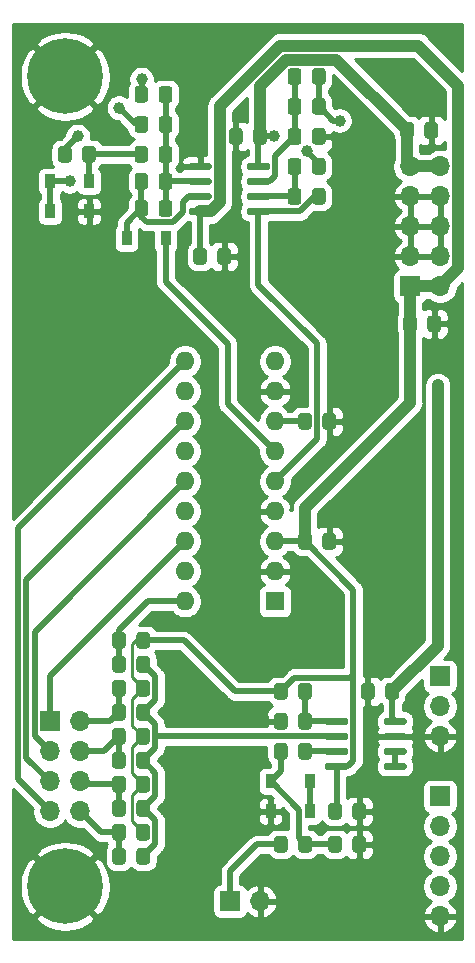
<source format=gbr>
G04 #@! TF.GenerationSoftware,KiCad,Pcbnew,5.1.6-c6e7f7d~86~ubuntu18.04.1*
G04 #@! TF.CreationDate,2020-06-20T09:56:21-04:00*
G04 #@! TF.ProjectId,five_pulser_board,66697665-5f70-4756-9c73-65725f626f61,rev?*
G04 #@! TF.SameCoordinates,Original*
G04 #@! TF.FileFunction,Copper,L1,Top*
G04 #@! TF.FilePolarity,Positive*
%FSLAX46Y46*%
G04 Gerber Fmt 4.6, Leading zero omitted, Abs format (unit mm)*
G04 Created by KiCad (PCBNEW 5.1.6-c6e7f7d~86~ubuntu18.04.1) date 2020-06-20 09:56:21*
%MOMM*%
%LPD*%
G01*
G04 APERTURE LIST*
G04 #@! TA.AperFunction,ComponentPad*
%ADD10O,1.700000X1.700000*%
G04 #@! TD*
G04 #@! TA.AperFunction,ComponentPad*
%ADD11R,1.700000X1.700000*%
G04 #@! TD*
G04 #@! TA.AperFunction,ComponentPad*
%ADD12O,1.600000X1.600000*%
G04 #@! TD*
G04 #@! TA.AperFunction,ComponentPad*
%ADD13R,1.600000X1.600000*%
G04 #@! TD*
G04 #@! TA.AperFunction,ComponentPad*
%ADD14C,0.800000*%
G04 #@! TD*
G04 #@! TA.AperFunction,ComponentPad*
%ADD15C,6.400000*%
G04 #@! TD*
G04 #@! TA.AperFunction,SMDPad,CuDef*
%ADD16R,0.900000X1.200000*%
G04 #@! TD*
G04 #@! TA.AperFunction,ViaPad*
%ADD17C,1.000000*%
G04 #@! TD*
G04 #@! TA.AperFunction,Conductor*
%ADD18C,0.500000*%
G04 #@! TD*
G04 #@! TA.AperFunction,Conductor*
%ADD19C,0.290000*%
G04 #@! TD*
G04 #@! TA.AperFunction,Conductor*
%ADD20C,1.000000*%
G04 #@! TD*
G04 #@! TA.AperFunction,Conductor*
%ADD21C,0.254000*%
G04 #@! TD*
G04 APERTURE END LIST*
D10*
X113030000Y-50800000D03*
X110490000Y-50800000D03*
X113030000Y-53340000D03*
X110490000Y-53340000D03*
X113030000Y-55880000D03*
X110490000Y-55880000D03*
X113030000Y-58420000D03*
X110490000Y-58420000D03*
X113030000Y-60960000D03*
D11*
X110490000Y-60960000D03*
D10*
X82550000Y-105410000D03*
X80010000Y-105410000D03*
X82550000Y-102870000D03*
X80010000Y-102870000D03*
X82550000Y-100330000D03*
X80010000Y-100330000D03*
X82550000Y-97790000D03*
D11*
X80010000Y-97790000D03*
G04 #@! TA.AperFunction,SMDPad,CuDef*
G36*
G01*
X105245000Y-101450000D02*
X105245000Y-101750000D01*
G75*
G02*
X105095000Y-101900000I-150000J0D01*
G01*
X103445000Y-101900000D01*
G75*
G02*
X103295000Y-101750000I0J150000D01*
G01*
X103295000Y-101450000D01*
G75*
G02*
X103445000Y-101300000I150000J0D01*
G01*
X105095000Y-101300000D01*
G75*
G02*
X105245000Y-101450000I0J-150000D01*
G01*
G37*
G04 #@! TD.AperFunction*
G04 #@! TA.AperFunction,SMDPad,CuDef*
G36*
G01*
X105245000Y-100180000D02*
X105245000Y-100480000D01*
G75*
G02*
X105095000Y-100630000I-150000J0D01*
G01*
X103445000Y-100630000D01*
G75*
G02*
X103295000Y-100480000I0J150000D01*
G01*
X103295000Y-100180000D01*
G75*
G02*
X103445000Y-100030000I150000J0D01*
G01*
X105095000Y-100030000D01*
G75*
G02*
X105245000Y-100180000I0J-150000D01*
G01*
G37*
G04 #@! TD.AperFunction*
G04 #@! TA.AperFunction,SMDPad,CuDef*
G36*
G01*
X105245000Y-98910000D02*
X105245000Y-99210000D01*
G75*
G02*
X105095000Y-99360000I-150000J0D01*
G01*
X103445000Y-99360000D01*
G75*
G02*
X103295000Y-99210000I0J150000D01*
G01*
X103295000Y-98910000D01*
G75*
G02*
X103445000Y-98760000I150000J0D01*
G01*
X105095000Y-98760000D01*
G75*
G02*
X105245000Y-98910000I0J-150000D01*
G01*
G37*
G04 #@! TD.AperFunction*
G04 #@! TA.AperFunction,SMDPad,CuDef*
G36*
G01*
X105245000Y-97640000D02*
X105245000Y-97940000D01*
G75*
G02*
X105095000Y-98090000I-150000J0D01*
G01*
X103445000Y-98090000D01*
G75*
G02*
X103295000Y-97940000I0J150000D01*
G01*
X103295000Y-97640000D01*
G75*
G02*
X103445000Y-97490000I150000J0D01*
G01*
X105095000Y-97490000D01*
G75*
G02*
X105245000Y-97640000I0J-150000D01*
G01*
G37*
G04 #@! TD.AperFunction*
G04 #@! TA.AperFunction,SMDPad,CuDef*
G36*
G01*
X110195000Y-97640000D02*
X110195000Y-97940000D01*
G75*
G02*
X110045000Y-98090000I-150000J0D01*
G01*
X108395000Y-98090000D01*
G75*
G02*
X108245000Y-97940000I0J150000D01*
G01*
X108245000Y-97640000D01*
G75*
G02*
X108395000Y-97490000I150000J0D01*
G01*
X110045000Y-97490000D01*
G75*
G02*
X110195000Y-97640000I0J-150000D01*
G01*
G37*
G04 #@! TD.AperFunction*
G04 #@! TA.AperFunction,SMDPad,CuDef*
G36*
G01*
X110195000Y-98910000D02*
X110195000Y-99210000D01*
G75*
G02*
X110045000Y-99360000I-150000J0D01*
G01*
X108395000Y-99360000D01*
G75*
G02*
X108245000Y-99210000I0J150000D01*
G01*
X108245000Y-98910000D01*
G75*
G02*
X108395000Y-98760000I150000J0D01*
G01*
X110045000Y-98760000D01*
G75*
G02*
X110195000Y-98910000I0J-150000D01*
G01*
G37*
G04 #@! TD.AperFunction*
G04 #@! TA.AperFunction,SMDPad,CuDef*
G36*
G01*
X110195000Y-100180000D02*
X110195000Y-100480000D01*
G75*
G02*
X110045000Y-100630000I-150000J0D01*
G01*
X108395000Y-100630000D01*
G75*
G02*
X108245000Y-100480000I0J150000D01*
G01*
X108245000Y-100180000D01*
G75*
G02*
X108395000Y-100030000I150000J0D01*
G01*
X110045000Y-100030000D01*
G75*
G02*
X110195000Y-100180000I0J-150000D01*
G01*
G37*
G04 #@! TD.AperFunction*
G04 #@! TA.AperFunction,SMDPad,CuDef*
G36*
G01*
X110195000Y-101450000D02*
X110195000Y-101750000D01*
G75*
G02*
X110045000Y-101900000I-150000J0D01*
G01*
X108395000Y-101900000D01*
G75*
G02*
X108245000Y-101750000I0J150000D01*
G01*
X108245000Y-101450000D01*
G75*
G02*
X108395000Y-101300000I150000J0D01*
G01*
X110045000Y-101300000D01*
G75*
G02*
X110195000Y-101450000I0J-150000D01*
G01*
G37*
G04 #@! TD.AperFunction*
D12*
X91440000Y-87630000D03*
X99060000Y-67310000D03*
X91440000Y-85090000D03*
X99060000Y-69850000D03*
X91440000Y-82550000D03*
X99060000Y-72390000D03*
X91440000Y-80010000D03*
X99060000Y-74930000D03*
X91440000Y-77470000D03*
X99060000Y-77470000D03*
X91440000Y-74930000D03*
X99060000Y-80010000D03*
X91440000Y-72390000D03*
X99060000Y-82550000D03*
X91440000Y-69850000D03*
X99060000Y-85090000D03*
X91440000Y-67310000D03*
D13*
X99060000Y-87630000D03*
G04 #@! TA.AperFunction,SMDPad,CuDef*
G36*
G01*
X93685000Y-54460000D02*
X93685000Y-54760000D01*
G75*
G02*
X93535000Y-54910000I-150000J0D01*
G01*
X91885000Y-54910000D01*
G75*
G02*
X91735000Y-54760000I0J150000D01*
G01*
X91735000Y-54460000D01*
G75*
G02*
X91885000Y-54310000I150000J0D01*
G01*
X93535000Y-54310000D01*
G75*
G02*
X93685000Y-54460000I0J-150000D01*
G01*
G37*
G04 #@! TD.AperFunction*
G04 #@! TA.AperFunction,SMDPad,CuDef*
G36*
G01*
X93685000Y-53190000D02*
X93685000Y-53490000D01*
G75*
G02*
X93535000Y-53640000I-150000J0D01*
G01*
X91885000Y-53640000D01*
G75*
G02*
X91735000Y-53490000I0J150000D01*
G01*
X91735000Y-53190000D01*
G75*
G02*
X91885000Y-53040000I150000J0D01*
G01*
X93535000Y-53040000D01*
G75*
G02*
X93685000Y-53190000I0J-150000D01*
G01*
G37*
G04 #@! TD.AperFunction*
G04 #@! TA.AperFunction,SMDPad,CuDef*
G36*
G01*
X93685000Y-51920000D02*
X93685000Y-52220000D01*
G75*
G02*
X93535000Y-52370000I-150000J0D01*
G01*
X91885000Y-52370000D01*
G75*
G02*
X91735000Y-52220000I0J150000D01*
G01*
X91735000Y-51920000D01*
G75*
G02*
X91885000Y-51770000I150000J0D01*
G01*
X93535000Y-51770000D01*
G75*
G02*
X93685000Y-51920000I0J-150000D01*
G01*
G37*
G04 #@! TD.AperFunction*
G04 #@! TA.AperFunction,SMDPad,CuDef*
G36*
G01*
X93685000Y-50650000D02*
X93685000Y-50950000D01*
G75*
G02*
X93535000Y-51100000I-150000J0D01*
G01*
X91885000Y-51100000D01*
G75*
G02*
X91735000Y-50950000I0J150000D01*
G01*
X91735000Y-50650000D01*
G75*
G02*
X91885000Y-50500000I150000J0D01*
G01*
X93535000Y-50500000D01*
G75*
G02*
X93685000Y-50650000I0J-150000D01*
G01*
G37*
G04 #@! TD.AperFunction*
G04 #@! TA.AperFunction,SMDPad,CuDef*
G36*
G01*
X98635000Y-50650000D02*
X98635000Y-50950000D01*
G75*
G02*
X98485000Y-51100000I-150000J0D01*
G01*
X96835000Y-51100000D01*
G75*
G02*
X96685000Y-50950000I0J150000D01*
G01*
X96685000Y-50650000D01*
G75*
G02*
X96835000Y-50500000I150000J0D01*
G01*
X98485000Y-50500000D01*
G75*
G02*
X98635000Y-50650000I0J-150000D01*
G01*
G37*
G04 #@! TD.AperFunction*
G04 #@! TA.AperFunction,SMDPad,CuDef*
G36*
G01*
X98635000Y-51920000D02*
X98635000Y-52220000D01*
G75*
G02*
X98485000Y-52370000I-150000J0D01*
G01*
X96835000Y-52370000D01*
G75*
G02*
X96685000Y-52220000I0J150000D01*
G01*
X96685000Y-51920000D01*
G75*
G02*
X96835000Y-51770000I150000J0D01*
G01*
X98485000Y-51770000D01*
G75*
G02*
X98635000Y-51920000I0J-150000D01*
G01*
G37*
G04 #@! TD.AperFunction*
G04 #@! TA.AperFunction,SMDPad,CuDef*
G36*
G01*
X98635000Y-53190000D02*
X98635000Y-53490000D01*
G75*
G02*
X98485000Y-53640000I-150000J0D01*
G01*
X96835000Y-53640000D01*
G75*
G02*
X96685000Y-53490000I0J150000D01*
G01*
X96685000Y-53190000D01*
G75*
G02*
X96835000Y-53040000I150000J0D01*
G01*
X98485000Y-53040000D01*
G75*
G02*
X98635000Y-53190000I0J-150000D01*
G01*
G37*
G04 #@! TD.AperFunction*
G04 #@! TA.AperFunction,SMDPad,CuDef*
G36*
G01*
X98635000Y-54460000D02*
X98635000Y-54760000D01*
G75*
G02*
X98485000Y-54910000I-150000J0D01*
G01*
X96835000Y-54910000D01*
G75*
G02*
X96685000Y-54760000I0J150000D01*
G01*
X96685000Y-54460000D01*
G75*
G02*
X96835000Y-54310000I150000J0D01*
G01*
X98485000Y-54310000D01*
G75*
G02*
X98635000Y-54460000I0J-150000D01*
G01*
G37*
G04 #@! TD.AperFunction*
G04 #@! TA.AperFunction,SMDPad,CuDef*
G36*
G01*
X101034000Y-108654001D02*
X101034000Y-107753999D01*
G75*
G02*
X101283999Y-107504000I249999J0D01*
G01*
X101934001Y-107504000D01*
G75*
G02*
X102184000Y-107753999I0J-249999D01*
G01*
X102184000Y-108654001D01*
G75*
G02*
X101934001Y-108904000I-249999J0D01*
G01*
X101283999Y-108904000D01*
G75*
G02*
X101034000Y-108654001I0J249999D01*
G01*
G37*
G04 #@! TD.AperFunction*
G04 #@! TA.AperFunction,SMDPad,CuDef*
G36*
G01*
X98984000Y-108654001D02*
X98984000Y-107753999D01*
G75*
G02*
X99233999Y-107504000I249999J0D01*
G01*
X99884001Y-107504000D01*
G75*
G02*
X100134000Y-107753999I0J-249999D01*
G01*
X100134000Y-108654001D01*
G75*
G02*
X99884001Y-108904000I-249999J0D01*
G01*
X99233999Y-108904000D01*
G75*
G02*
X98984000Y-108654001I0J249999D01*
G01*
G37*
G04 #@! TD.AperFunction*
G04 #@! TA.AperFunction,SMDPad,CuDef*
G36*
G01*
X101025000Y-100780001D02*
X101025000Y-99879999D01*
G75*
G02*
X101274999Y-99630000I249999J0D01*
G01*
X101925001Y-99630000D01*
G75*
G02*
X102175000Y-99879999I0J-249999D01*
G01*
X102175000Y-100780001D01*
G75*
G02*
X101925001Y-101030000I-249999J0D01*
G01*
X101274999Y-101030000D01*
G75*
G02*
X101025000Y-100780001I0J249999D01*
G01*
G37*
G04 #@! TD.AperFunction*
G04 #@! TA.AperFunction,SMDPad,CuDef*
G36*
G01*
X98975000Y-100780001D02*
X98975000Y-99879999D01*
G75*
G02*
X99224999Y-99630000I249999J0D01*
G01*
X99875001Y-99630000D01*
G75*
G02*
X100125000Y-99879999I0J-249999D01*
G01*
X100125000Y-100780001D01*
G75*
G02*
X99875001Y-101030000I-249999J0D01*
G01*
X99224999Y-101030000D01*
G75*
G02*
X98975000Y-100780001I0J249999D01*
G01*
G37*
G04 #@! TD.AperFunction*
G04 #@! TA.AperFunction,SMDPad,CuDef*
G36*
G01*
X101025000Y-98240001D02*
X101025000Y-97339999D01*
G75*
G02*
X101274999Y-97090000I249999J0D01*
G01*
X101925001Y-97090000D01*
G75*
G02*
X102175000Y-97339999I0J-249999D01*
G01*
X102175000Y-98240001D01*
G75*
G02*
X101925001Y-98490000I-249999J0D01*
G01*
X101274999Y-98490000D01*
G75*
G02*
X101025000Y-98240001I0J249999D01*
G01*
G37*
G04 #@! TD.AperFunction*
G04 #@! TA.AperFunction,SMDPad,CuDef*
G36*
G01*
X98975000Y-98240001D02*
X98975000Y-97339999D01*
G75*
G02*
X99224999Y-97090000I249999J0D01*
G01*
X99875001Y-97090000D01*
G75*
G02*
X100125000Y-97339999I0J-249999D01*
G01*
X100125000Y-98240001D01*
G75*
G02*
X99875001Y-98490000I-249999J0D01*
G01*
X99224999Y-98490000D01*
G75*
G02*
X98975000Y-98240001I0J249999D01*
G01*
G37*
G04 #@! TD.AperFunction*
G04 #@! TA.AperFunction,SMDPad,CuDef*
G36*
G01*
X100125000Y-94799999D02*
X100125000Y-95700001D01*
G75*
G02*
X99875001Y-95950000I-249999J0D01*
G01*
X99224999Y-95950000D01*
G75*
G02*
X98975000Y-95700001I0J249999D01*
G01*
X98975000Y-94799999D01*
G75*
G02*
X99224999Y-94550000I249999J0D01*
G01*
X99875001Y-94550000D01*
G75*
G02*
X100125000Y-94799999I0J-249999D01*
G01*
G37*
G04 #@! TD.AperFunction*
G04 #@! TA.AperFunction,SMDPad,CuDef*
G36*
G01*
X102175000Y-94799999D02*
X102175000Y-95700001D01*
G75*
G02*
X101925001Y-95950000I-249999J0D01*
G01*
X101274999Y-95950000D01*
G75*
G02*
X101025000Y-95700001I0J249999D01*
G01*
X101025000Y-94799999D01*
G75*
G02*
X101274999Y-94550000I249999J0D01*
G01*
X101925001Y-94550000D01*
G75*
G02*
X102175000Y-94799999I0J-249999D01*
G01*
G37*
G04 #@! TD.AperFunction*
G04 #@! TA.AperFunction,SMDPad,CuDef*
G36*
G01*
X86427000Y-108769999D02*
X86427000Y-109670001D01*
G75*
G02*
X86177001Y-109920000I-249999J0D01*
G01*
X85526999Y-109920000D01*
G75*
G02*
X85277000Y-109670001I0J249999D01*
G01*
X85277000Y-108769999D01*
G75*
G02*
X85526999Y-108520000I249999J0D01*
G01*
X86177001Y-108520000D01*
G75*
G02*
X86427000Y-108769999I0J-249999D01*
G01*
G37*
G04 #@! TD.AperFunction*
G04 #@! TA.AperFunction,SMDPad,CuDef*
G36*
G01*
X88477000Y-108769999D02*
X88477000Y-109670001D01*
G75*
G02*
X88227001Y-109920000I-249999J0D01*
G01*
X87576999Y-109920000D01*
G75*
G02*
X87327000Y-109670001I0J249999D01*
G01*
X87327000Y-108769999D01*
G75*
G02*
X87576999Y-108520000I249999J0D01*
G01*
X88227001Y-108520000D01*
G75*
G02*
X88477000Y-108769999I0J-249999D01*
G01*
G37*
G04 #@! TD.AperFunction*
G04 #@! TA.AperFunction,SMDPad,CuDef*
G36*
G01*
X87327000Y-107638001D02*
X87327000Y-106737999D01*
G75*
G02*
X87576999Y-106488000I249999J0D01*
G01*
X88227001Y-106488000D01*
G75*
G02*
X88477000Y-106737999I0J-249999D01*
G01*
X88477000Y-107638001D01*
G75*
G02*
X88227001Y-107888000I-249999J0D01*
G01*
X87576999Y-107888000D01*
G75*
G02*
X87327000Y-107638001I0J249999D01*
G01*
G37*
G04 #@! TD.AperFunction*
G04 #@! TA.AperFunction,SMDPad,CuDef*
G36*
G01*
X85277000Y-107638001D02*
X85277000Y-106737999D01*
G75*
G02*
X85526999Y-106488000I249999J0D01*
G01*
X86177001Y-106488000D01*
G75*
G02*
X86427000Y-106737999I0J-249999D01*
G01*
X86427000Y-107638001D01*
G75*
G02*
X86177001Y-107888000I-249999J0D01*
G01*
X85526999Y-107888000D01*
G75*
G02*
X85277000Y-107638001I0J249999D01*
G01*
G37*
G04 #@! TD.AperFunction*
G04 #@! TA.AperFunction,SMDPad,CuDef*
G36*
G01*
X86427000Y-104705999D02*
X86427000Y-105606001D01*
G75*
G02*
X86177001Y-105856000I-249999J0D01*
G01*
X85526999Y-105856000D01*
G75*
G02*
X85277000Y-105606001I0J249999D01*
G01*
X85277000Y-104705999D01*
G75*
G02*
X85526999Y-104456000I249999J0D01*
G01*
X86177001Y-104456000D01*
G75*
G02*
X86427000Y-104705999I0J-249999D01*
G01*
G37*
G04 #@! TD.AperFunction*
G04 #@! TA.AperFunction,SMDPad,CuDef*
G36*
G01*
X88477000Y-104705999D02*
X88477000Y-105606001D01*
G75*
G02*
X88227001Y-105856000I-249999J0D01*
G01*
X87576999Y-105856000D01*
G75*
G02*
X87327000Y-105606001I0J249999D01*
G01*
X87327000Y-104705999D01*
G75*
G02*
X87576999Y-104456000I249999J0D01*
G01*
X88227001Y-104456000D01*
G75*
G02*
X88477000Y-104705999I0J-249999D01*
G01*
G37*
G04 #@! TD.AperFunction*
G04 #@! TA.AperFunction,SMDPad,CuDef*
G36*
G01*
X87327000Y-103574001D02*
X87327000Y-102673999D01*
G75*
G02*
X87576999Y-102424000I249999J0D01*
G01*
X88227001Y-102424000D01*
G75*
G02*
X88477000Y-102673999I0J-249999D01*
G01*
X88477000Y-103574001D01*
G75*
G02*
X88227001Y-103824000I-249999J0D01*
G01*
X87576999Y-103824000D01*
G75*
G02*
X87327000Y-103574001I0J249999D01*
G01*
G37*
G04 #@! TD.AperFunction*
G04 #@! TA.AperFunction,SMDPad,CuDef*
G36*
G01*
X85277000Y-103574001D02*
X85277000Y-102673999D01*
G75*
G02*
X85526999Y-102424000I249999J0D01*
G01*
X86177001Y-102424000D01*
G75*
G02*
X86427000Y-102673999I0J-249999D01*
G01*
X86427000Y-103574001D01*
G75*
G02*
X86177001Y-103824000I-249999J0D01*
G01*
X85526999Y-103824000D01*
G75*
G02*
X85277000Y-103574001I0J249999D01*
G01*
G37*
G04 #@! TD.AperFunction*
G04 #@! TA.AperFunction,SMDPad,CuDef*
G36*
G01*
X86409000Y-100641999D02*
X86409000Y-101542001D01*
G75*
G02*
X86159001Y-101792000I-249999J0D01*
G01*
X85508999Y-101792000D01*
G75*
G02*
X85259000Y-101542001I0J249999D01*
G01*
X85259000Y-100641999D01*
G75*
G02*
X85508999Y-100392000I249999J0D01*
G01*
X86159001Y-100392000D01*
G75*
G02*
X86409000Y-100641999I0J-249999D01*
G01*
G37*
G04 #@! TD.AperFunction*
G04 #@! TA.AperFunction,SMDPad,CuDef*
G36*
G01*
X88459000Y-100641999D02*
X88459000Y-101542001D01*
G75*
G02*
X88209001Y-101792000I-249999J0D01*
G01*
X87558999Y-101792000D01*
G75*
G02*
X87309000Y-101542001I0J249999D01*
G01*
X87309000Y-100641999D01*
G75*
G02*
X87558999Y-100392000I249999J0D01*
G01*
X88209001Y-100392000D01*
G75*
G02*
X88459000Y-100641999I0J-249999D01*
G01*
G37*
G04 #@! TD.AperFunction*
G04 #@! TA.AperFunction,SMDPad,CuDef*
G36*
G01*
X87309000Y-99510001D02*
X87309000Y-98609999D01*
G75*
G02*
X87558999Y-98360000I249999J0D01*
G01*
X88209001Y-98360000D01*
G75*
G02*
X88459000Y-98609999I0J-249999D01*
G01*
X88459000Y-99510001D01*
G75*
G02*
X88209001Y-99760000I-249999J0D01*
G01*
X87558999Y-99760000D01*
G75*
G02*
X87309000Y-99510001I0J249999D01*
G01*
G37*
G04 #@! TD.AperFunction*
G04 #@! TA.AperFunction,SMDPad,CuDef*
G36*
G01*
X85259000Y-99510001D02*
X85259000Y-98609999D01*
G75*
G02*
X85508999Y-98360000I249999J0D01*
G01*
X86159001Y-98360000D01*
G75*
G02*
X86409000Y-98609999I0J-249999D01*
G01*
X86409000Y-99510001D01*
G75*
G02*
X86159001Y-99760000I-249999J0D01*
G01*
X85508999Y-99760000D01*
G75*
G02*
X85259000Y-99510001I0J249999D01*
G01*
G37*
G04 #@! TD.AperFunction*
G04 #@! TA.AperFunction,SMDPad,CuDef*
G36*
G01*
X86427000Y-96577999D02*
X86427000Y-97478001D01*
G75*
G02*
X86177001Y-97728000I-249999J0D01*
G01*
X85526999Y-97728000D01*
G75*
G02*
X85277000Y-97478001I0J249999D01*
G01*
X85277000Y-96577999D01*
G75*
G02*
X85526999Y-96328000I249999J0D01*
G01*
X86177001Y-96328000D01*
G75*
G02*
X86427000Y-96577999I0J-249999D01*
G01*
G37*
G04 #@! TD.AperFunction*
G04 #@! TA.AperFunction,SMDPad,CuDef*
G36*
G01*
X88477000Y-96577999D02*
X88477000Y-97478001D01*
G75*
G02*
X88227001Y-97728000I-249999J0D01*
G01*
X87576999Y-97728000D01*
G75*
G02*
X87327000Y-97478001I0J249999D01*
G01*
X87327000Y-96577999D01*
G75*
G02*
X87576999Y-96328000I249999J0D01*
G01*
X88227001Y-96328000D01*
G75*
G02*
X88477000Y-96577999I0J-249999D01*
G01*
G37*
G04 #@! TD.AperFunction*
G04 #@! TA.AperFunction,SMDPad,CuDef*
G36*
G01*
X87327000Y-95446001D02*
X87327000Y-94545999D01*
G75*
G02*
X87576999Y-94296000I249999J0D01*
G01*
X88227001Y-94296000D01*
G75*
G02*
X88477000Y-94545999I0J-249999D01*
G01*
X88477000Y-95446001D01*
G75*
G02*
X88227001Y-95696000I-249999J0D01*
G01*
X87576999Y-95696000D01*
G75*
G02*
X87327000Y-95446001I0J249999D01*
G01*
G37*
G04 #@! TD.AperFunction*
G04 #@! TA.AperFunction,SMDPad,CuDef*
G36*
G01*
X85277000Y-95446001D02*
X85277000Y-94545999D01*
G75*
G02*
X85526999Y-94296000I249999J0D01*
G01*
X86177001Y-94296000D01*
G75*
G02*
X86427000Y-94545999I0J-249999D01*
G01*
X86427000Y-95446001D01*
G75*
G02*
X86177001Y-95696000I-249999J0D01*
G01*
X85526999Y-95696000D01*
G75*
G02*
X85277000Y-95446001I0J249999D01*
G01*
G37*
G04 #@! TD.AperFunction*
G04 #@! TA.AperFunction,SMDPad,CuDef*
G36*
G01*
X86427000Y-92513999D02*
X86427000Y-93414001D01*
G75*
G02*
X86177001Y-93664000I-249999J0D01*
G01*
X85526999Y-93664000D01*
G75*
G02*
X85277000Y-93414001I0J249999D01*
G01*
X85277000Y-92513999D01*
G75*
G02*
X85526999Y-92264000I249999J0D01*
G01*
X86177001Y-92264000D01*
G75*
G02*
X86427000Y-92513999I0J-249999D01*
G01*
G37*
G04 #@! TD.AperFunction*
G04 #@! TA.AperFunction,SMDPad,CuDef*
G36*
G01*
X88477000Y-92513999D02*
X88477000Y-93414001D01*
G75*
G02*
X88227001Y-93664000I-249999J0D01*
G01*
X87576999Y-93664000D01*
G75*
G02*
X87327000Y-93414001I0J249999D01*
G01*
X87327000Y-92513999D01*
G75*
G02*
X87576999Y-92264000I249999J0D01*
G01*
X88227001Y-92264000D01*
G75*
G02*
X88477000Y-92513999I0J-249999D01*
G01*
G37*
G04 #@! TD.AperFunction*
G04 #@! TA.AperFunction,SMDPad,CuDef*
G36*
G01*
X87327000Y-91382001D02*
X87327000Y-90481999D01*
G75*
G02*
X87576999Y-90232000I249999J0D01*
G01*
X88227001Y-90232000D01*
G75*
G02*
X88477000Y-90481999I0J-249999D01*
G01*
X88477000Y-91382001D01*
G75*
G02*
X88227001Y-91632000I-249999J0D01*
G01*
X87576999Y-91632000D01*
G75*
G02*
X87327000Y-91382001I0J249999D01*
G01*
G37*
G04 #@! TD.AperFunction*
G04 #@! TA.AperFunction,SMDPad,CuDef*
G36*
G01*
X85277000Y-91382001D02*
X85277000Y-90481999D01*
G75*
G02*
X85526999Y-90232000I249999J0D01*
G01*
X86177001Y-90232000D01*
G75*
G02*
X86427000Y-90481999I0J-249999D01*
G01*
X86427000Y-91382001D01*
G75*
G02*
X86177001Y-91632000I-249999J0D01*
G01*
X85526999Y-91632000D01*
G75*
G02*
X85277000Y-91382001I0J249999D01*
G01*
G37*
G04 #@! TD.AperFunction*
G04 #@! TA.AperFunction,SMDPad,CuDef*
G36*
G01*
X103075000Y-72840001D02*
X103075000Y-71939999D01*
G75*
G02*
X103324999Y-71690000I249999J0D01*
G01*
X103975001Y-71690000D01*
G75*
G02*
X104225000Y-71939999I0J-249999D01*
G01*
X104225000Y-72840001D01*
G75*
G02*
X103975001Y-73090000I-249999J0D01*
G01*
X103324999Y-73090000D01*
G75*
G02*
X103075000Y-72840001I0J249999D01*
G01*
G37*
G04 #@! TD.AperFunction*
G04 #@! TA.AperFunction,SMDPad,CuDef*
G36*
G01*
X101025000Y-72840001D02*
X101025000Y-71939999D01*
G75*
G02*
X101274999Y-71690000I249999J0D01*
G01*
X101925001Y-71690000D01*
G75*
G02*
X102175000Y-71939999I0J-249999D01*
G01*
X102175000Y-72840001D01*
G75*
G02*
X101925001Y-73090000I-249999J0D01*
G01*
X101274999Y-73090000D01*
G75*
G02*
X101025000Y-72840001I0J249999D01*
G01*
G37*
G04 #@! TD.AperFunction*
G04 #@! TA.AperFunction,SMDPad,CuDef*
G36*
G01*
X101286000Y-52889999D02*
X101286000Y-53790001D01*
G75*
G02*
X101036001Y-54040000I-249999J0D01*
G01*
X100385999Y-54040000D01*
G75*
G02*
X100136000Y-53790001I0J249999D01*
G01*
X100136000Y-52889999D01*
G75*
G02*
X100385999Y-52640000I249999J0D01*
G01*
X101036001Y-52640000D01*
G75*
G02*
X101286000Y-52889999I0J-249999D01*
G01*
G37*
G04 #@! TD.AperFunction*
G04 #@! TA.AperFunction,SMDPad,CuDef*
G36*
G01*
X103336000Y-52889999D02*
X103336000Y-53790001D01*
G75*
G02*
X103086001Y-54040000I-249999J0D01*
G01*
X102435999Y-54040000D01*
G75*
G02*
X102186000Y-53790001I0J249999D01*
G01*
X102186000Y-52889999D01*
G75*
G02*
X102435999Y-52640000I249999J0D01*
G01*
X103086001Y-52640000D01*
G75*
G02*
X103336000Y-52889999I0J-249999D01*
G01*
G37*
G04 #@! TD.AperFunction*
G04 #@! TA.AperFunction,SMDPad,CuDef*
G36*
G01*
X89214000Y-52520001D02*
X89214000Y-51619999D01*
G75*
G02*
X89463999Y-51370000I249999J0D01*
G01*
X90114001Y-51370000D01*
G75*
G02*
X90364000Y-51619999I0J-249999D01*
G01*
X90364000Y-52520001D01*
G75*
G02*
X90114001Y-52770000I-249999J0D01*
G01*
X89463999Y-52770000D01*
G75*
G02*
X89214000Y-52520001I0J249999D01*
G01*
G37*
G04 #@! TD.AperFunction*
G04 #@! TA.AperFunction,SMDPad,CuDef*
G36*
G01*
X87164000Y-52520001D02*
X87164000Y-51619999D01*
G75*
G02*
X87413999Y-51370000I249999J0D01*
G01*
X88064001Y-51370000D01*
G75*
G02*
X88314000Y-51619999I0J-249999D01*
G01*
X88314000Y-52520001D01*
G75*
G02*
X88064001Y-52770000I-249999J0D01*
G01*
X87413999Y-52770000D01*
G75*
G02*
X87164000Y-52520001I0J249999D01*
G01*
G37*
G04 #@! TD.AperFunction*
G04 #@! TA.AperFunction,SMDPad,CuDef*
G36*
G01*
X102186000Y-51250001D02*
X102186000Y-50349999D01*
G75*
G02*
X102435999Y-50100000I249999J0D01*
G01*
X103086001Y-50100000D01*
G75*
G02*
X103336000Y-50349999I0J-249999D01*
G01*
X103336000Y-51250001D01*
G75*
G02*
X103086001Y-51500000I-249999J0D01*
G01*
X102435999Y-51500000D01*
G75*
G02*
X102186000Y-51250001I0J249999D01*
G01*
G37*
G04 #@! TD.AperFunction*
G04 #@! TA.AperFunction,SMDPad,CuDef*
G36*
G01*
X100136000Y-51250001D02*
X100136000Y-50349999D01*
G75*
G02*
X100385999Y-50100000I249999J0D01*
G01*
X101036001Y-50100000D01*
G75*
G02*
X101286000Y-50349999I0J-249999D01*
G01*
X101286000Y-51250001D01*
G75*
G02*
X101036001Y-51500000I-249999J0D01*
G01*
X100385999Y-51500000D01*
G75*
G02*
X100136000Y-51250001I0J249999D01*
G01*
G37*
G04 #@! TD.AperFunction*
G04 #@! TA.AperFunction,SMDPad,CuDef*
G36*
G01*
X88314000Y-49333999D02*
X88314000Y-50234001D01*
G75*
G02*
X88064001Y-50484000I-249999J0D01*
G01*
X87413999Y-50484000D01*
G75*
G02*
X87164000Y-50234001I0J249999D01*
G01*
X87164000Y-49333999D01*
G75*
G02*
X87413999Y-49084000I249999J0D01*
G01*
X88064001Y-49084000D01*
G75*
G02*
X88314000Y-49333999I0J-249999D01*
G01*
G37*
G04 #@! TD.AperFunction*
G04 #@! TA.AperFunction,SMDPad,CuDef*
G36*
G01*
X90364000Y-49333999D02*
X90364000Y-50234001D01*
G75*
G02*
X90114001Y-50484000I-249999J0D01*
G01*
X89463999Y-50484000D01*
G75*
G02*
X89214000Y-50234001I0J249999D01*
G01*
X89214000Y-49333999D01*
G75*
G02*
X89463999Y-49084000I249999J0D01*
G01*
X90114001Y-49084000D01*
G75*
G02*
X90364000Y-49333999I0J-249999D01*
G01*
G37*
G04 #@! TD.AperFunction*
G04 #@! TA.AperFunction,SMDPad,CuDef*
G36*
G01*
X88323000Y-46793999D02*
X88323000Y-47694001D01*
G75*
G02*
X88073001Y-47944000I-249999J0D01*
G01*
X87422999Y-47944000D01*
G75*
G02*
X87173000Y-47694001I0J249999D01*
G01*
X87173000Y-46793999D01*
G75*
G02*
X87422999Y-46544000I249999J0D01*
G01*
X88073001Y-46544000D01*
G75*
G02*
X88323000Y-46793999I0J-249999D01*
G01*
G37*
G04 #@! TD.AperFunction*
G04 #@! TA.AperFunction,SMDPad,CuDef*
G36*
G01*
X90373000Y-46793999D02*
X90373000Y-47694001D01*
G75*
G02*
X90123001Y-47944000I-249999J0D01*
G01*
X89472999Y-47944000D01*
G75*
G02*
X89223000Y-47694001I0J249999D01*
G01*
X89223000Y-46793999D01*
G75*
G02*
X89472999Y-46544000I249999J0D01*
G01*
X90123001Y-46544000D01*
G75*
G02*
X90373000Y-46793999I0J-249999D01*
G01*
G37*
G04 #@! TD.AperFunction*
G04 #@! TA.AperFunction,SMDPad,CuDef*
G36*
G01*
X88314000Y-44253999D02*
X88314000Y-45154001D01*
G75*
G02*
X88064001Y-45404000I-249999J0D01*
G01*
X87413999Y-45404000D01*
G75*
G02*
X87164000Y-45154001I0J249999D01*
G01*
X87164000Y-44253999D01*
G75*
G02*
X87413999Y-44004000I249999J0D01*
G01*
X88064001Y-44004000D01*
G75*
G02*
X88314000Y-44253999I0J-249999D01*
G01*
G37*
G04 #@! TD.AperFunction*
G04 #@! TA.AperFunction,SMDPad,CuDef*
G36*
G01*
X90364000Y-44253999D02*
X90364000Y-45154001D01*
G75*
G02*
X90114001Y-45404000I-249999J0D01*
G01*
X89463999Y-45404000D01*
G75*
G02*
X89214000Y-45154001I0J249999D01*
G01*
X89214000Y-44253999D01*
G75*
G02*
X89463999Y-44004000I249999J0D01*
G01*
X90114001Y-44004000D01*
G75*
G02*
X90364000Y-44253999I0J-249999D01*
G01*
G37*
G04 #@! TD.AperFunction*
G04 #@! TA.AperFunction,SMDPad,CuDef*
G36*
G01*
X101286000Y-47809999D02*
X101286000Y-48710001D01*
G75*
G02*
X101036001Y-48960000I-249999J0D01*
G01*
X100385999Y-48960000D01*
G75*
G02*
X100136000Y-48710001I0J249999D01*
G01*
X100136000Y-47809999D01*
G75*
G02*
X100385999Y-47560000I249999J0D01*
G01*
X101036001Y-47560000D01*
G75*
G02*
X101286000Y-47809999I0J-249999D01*
G01*
G37*
G04 #@! TD.AperFunction*
G04 #@! TA.AperFunction,SMDPad,CuDef*
G36*
G01*
X103336000Y-47809999D02*
X103336000Y-48710001D01*
G75*
G02*
X103086001Y-48960000I-249999J0D01*
G01*
X102435999Y-48960000D01*
G75*
G02*
X102186000Y-48710001I0J249999D01*
G01*
X102186000Y-47809999D01*
G75*
G02*
X102435999Y-47560000I249999J0D01*
G01*
X103086001Y-47560000D01*
G75*
G02*
X103336000Y-47809999I0J-249999D01*
G01*
G37*
G04 #@! TD.AperFunction*
G04 #@! TA.AperFunction,SMDPad,CuDef*
G36*
G01*
X101286000Y-45269999D02*
X101286000Y-46170001D01*
G75*
G02*
X101036001Y-46420000I-249999J0D01*
G01*
X100385999Y-46420000D01*
G75*
G02*
X100136000Y-46170001I0J249999D01*
G01*
X100136000Y-45269999D01*
G75*
G02*
X100385999Y-45020000I249999J0D01*
G01*
X101036001Y-45020000D01*
G75*
G02*
X101286000Y-45269999I0J-249999D01*
G01*
G37*
G04 #@! TD.AperFunction*
G04 #@! TA.AperFunction,SMDPad,CuDef*
G36*
G01*
X103336000Y-45269999D02*
X103336000Y-46170001D01*
G75*
G02*
X103086001Y-46420000I-249999J0D01*
G01*
X102435999Y-46420000D01*
G75*
G02*
X102186000Y-46170001I0J249999D01*
G01*
X102186000Y-45269999D01*
G75*
G02*
X102435999Y-45020000I249999J0D01*
G01*
X103086001Y-45020000D01*
G75*
G02*
X103336000Y-45269999I0J-249999D01*
G01*
G37*
G04 #@! TD.AperFunction*
G04 #@! TA.AperFunction,SMDPad,CuDef*
G36*
G01*
X81837000Y-49333999D02*
X81837000Y-50234001D01*
G75*
G02*
X81587001Y-50484000I-249999J0D01*
G01*
X80936999Y-50484000D01*
G75*
G02*
X80687000Y-50234001I0J249999D01*
G01*
X80687000Y-49333999D01*
G75*
G02*
X80936999Y-49084000I249999J0D01*
G01*
X81587001Y-49084000D01*
G75*
G02*
X81837000Y-49333999I0J-249999D01*
G01*
G37*
G04 #@! TD.AperFunction*
G04 #@! TA.AperFunction,SMDPad,CuDef*
G36*
G01*
X83887000Y-49333999D02*
X83887000Y-50234001D01*
G75*
G02*
X83637001Y-50484000I-249999J0D01*
G01*
X82986999Y-50484000D01*
G75*
G02*
X82737000Y-50234001I0J249999D01*
G01*
X82737000Y-49333999D01*
G75*
G02*
X82986999Y-49084000I249999J0D01*
G01*
X83637001Y-49084000D01*
G75*
G02*
X83887000Y-49333999I0J-249999D01*
G01*
G37*
G04 #@! TD.AperFunction*
D10*
X97790000Y-113030000D03*
D11*
X95250000Y-113030000D03*
D10*
X113030000Y-99060000D03*
X113030000Y-96520000D03*
D11*
X113030000Y-93980000D03*
D10*
X113030000Y-114300000D03*
X113030000Y-111760000D03*
X113030000Y-109220000D03*
X113030000Y-106680000D03*
D11*
X113030000Y-104140000D03*
D14*
X82977056Y-41482944D03*
X81280000Y-40780000D03*
X79582944Y-41482944D03*
X78880000Y-43180000D03*
X79582944Y-44877056D03*
X81280000Y-45580000D03*
X82977056Y-44877056D03*
X83680000Y-43180000D03*
D15*
X81280000Y-43180000D03*
D14*
X82977056Y-110062944D03*
X81280000Y-109360000D03*
X79582944Y-110062944D03*
X78880000Y-111760000D03*
X79582944Y-113457056D03*
X81280000Y-114160000D03*
X82977056Y-113457056D03*
X83680000Y-111760000D03*
D15*
X81280000Y-111760000D03*
D16*
X101980000Y-105410000D03*
X98680000Y-105410000D03*
X101980000Y-102870000D03*
X98680000Y-102870000D03*
X86489000Y-56896000D03*
X89789000Y-56896000D03*
X80012000Y-54610000D03*
X83312000Y-54610000D03*
X80012000Y-52070000D03*
X83312000Y-52070000D03*
G04 #@! TA.AperFunction,SMDPad,CuDef*
G36*
G01*
X105615000Y-108654001D02*
X105615000Y-107753999D01*
G75*
G02*
X105864999Y-107504000I249999J0D01*
G01*
X106515001Y-107504000D01*
G75*
G02*
X106765000Y-107753999I0J-249999D01*
G01*
X106765000Y-108654001D01*
G75*
G02*
X106515001Y-108904000I-249999J0D01*
G01*
X105864999Y-108904000D01*
G75*
G02*
X105615000Y-108654001I0J249999D01*
G01*
G37*
G04 #@! TD.AperFunction*
G04 #@! TA.AperFunction,SMDPad,CuDef*
G36*
G01*
X103565000Y-108654001D02*
X103565000Y-107753999D01*
G75*
G02*
X103814999Y-107504000I249999J0D01*
G01*
X104465001Y-107504000D01*
G75*
G02*
X104715000Y-107753999I0J-249999D01*
G01*
X104715000Y-108654001D01*
G75*
G02*
X104465001Y-108904000I-249999J0D01*
G01*
X103814999Y-108904000D01*
G75*
G02*
X103565000Y-108654001I0J249999D01*
G01*
G37*
G04 #@! TD.AperFunction*
G04 #@! TA.AperFunction,SMDPad,CuDef*
G36*
G01*
X103075000Y-83000001D02*
X103075000Y-82099999D01*
G75*
G02*
X103324999Y-81850000I249999J0D01*
G01*
X103975001Y-81850000D01*
G75*
G02*
X104225000Y-82099999I0J-249999D01*
G01*
X104225000Y-83000001D01*
G75*
G02*
X103975001Y-83250000I-249999J0D01*
G01*
X103324999Y-83250000D01*
G75*
G02*
X103075000Y-83000001I0J249999D01*
G01*
G37*
G04 #@! TD.AperFunction*
G04 #@! TA.AperFunction,SMDPad,CuDef*
G36*
G01*
X101025000Y-83000001D02*
X101025000Y-82099999D01*
G75*
G02*
X101274999Y-81850000I249999J0D01*
G01*
X101925001Y-81850000D01*
G75*
G02*
X102175000Y-82099999I0J-249999D01*
G01*
X102175000Y-83000001D01*
G75*
G02*
X101925001Y-83250000I-249999J0D01*
G01*
X101274999Y-83250000D01*
G75*
G02*
X101025000Y-83000001I0J249999D01*
G01*
G37*
G04 #@! TD.AperFunction*
G04 #@! TA.AperFunction,SMDPad,CuDef*
G36*
G01*
X108400000Y-95700001D02*
X108400000Y-94799999D01*
G75*
G02*
X108649999Y-94550000I249999J0D01*
G01*
X109300001Y-94550000D01*
G75*
G02*
X109550000Y-94799999I0J-249999D01*
G01*
X109550000Y-95700001D01*
G75*
G02*
X109300001Y-95950000I-249999J0D01*
G01*
X108649999Y-95950000D01*
G75*
G02*
X108400000Y-95700001I0J249999D01*
G01*
G37*
G04 #@! TD.AperFunction*
G04 #@! TA.AperFunction,SMDPad,CuDef*
G36*
G01*
X106350000Y-95700001D02*
X106350000Y-94799999D01*
G75*
G02*
X106599999Y-94550000I249999J0D01*
G01*
X107250001Y-94550000D01*
G75*
G02*
X107500000Y-94799999I0J-249999D01*
G01*
X107500000Y-95700001D01*
G75*
G02*
X107250001Y-95950000I-249999J0D01*
G01*
X106599999Y-95950000D01*
G75*
G02*
X106350000Y-95700001I0J249999D01*
G01*
G37*
G04 #@! TD.AperFunction*
G04 #@! TA.AperFunction,SMDPad,CuDef*
G36*
G01*
X105615000Y-105860001D02*
X105615000Y-104959999D01*
G75*
G02*
X105864999Y-104710000I249999J0D01*
G01*
X106515001Y-104710000D01*
G75*
G02*
X106765000Y-104959999I0J-249999D01*
G01*
X106765000Y-105860001D01*
G75*
G02*
X106515001Y-106110000I-249999J0D01*
G01*
X105864999Y-106110000D01*
G75*
G02*
X105615000Y-105860001I0J249999D01*
G01*
G37*
G04 #@! TD.AperFunction*
G04 #@! TA.AperFunction,SMDPad,CuDef*
G36*
G01*
X103565000Y-105860001D02*
X103565000Y-104959999D01*
G75*
G02*
X103814999Y-104710000I249999J0D01*
G01*
X104465001Y-104710000D01*
G75*
G02*
X104715000Y-104959999I0J-249999D01*
G01*
X104715000Y-105860001D01*
G75*
G02*
X104465001Y-106110000I-249999J0D01*
G01*
X103814999Y-106110000D01*
G75*
G02*
X103565000Y-105860001I0J249999D01*
G01*
G37*
G04 #@! TD.AperFunction*
G04 #@! TA.AperFunction,SMDPad,CuDef*
G36*
G01*
X89214000Y-54806001D02*
X89214000Y-53905999D01*
G75*
G02*
X89463999Y-53656000I249999J0D01*
G01*
X90114001Y-53656000D01*
G75*
G02*
X90364000Y-53905999I0J-249999D01*
G01*
X90364000Y-54806001D01*
G75*
G02*
X90114001Y-55056000I-249999J0D01*
G01*
X89463999Y-55056000D01*
G75*
G02*
X89214000Y-54806001I0J249999D01*
G01*
G37*
G04 #@! TD.AperFunction*
G04 #@! TA.AperFunction,SMDPad,CuDef*
G36*
G01*
X87164000Y-54806001D02*
X87164000Y-53905999D01*
G75*
G02*
X87413999Y-53656000I249999J0D01*
G01*
X88064001Y-53656000D01*
G75*
G02*
X88314000Y-53905999I0J-249999D01*
G01*
X88314000Y-54806001D01*
G75*
G02*
X88064001Y-55056000I-249999J0D01*
G01*
X87413999Y-55056000D01*
G75*
G02*
X87164000Y-54806001I0J249999D01*
G01*
G37*
G04 #@! TD.AperFunction*
G04 #@! TA.AperFunction,SMDPad,CuDef*
G36*
G01*
X97215000Y-48710001D02*
X97215000Y-47809999D01*
G75*
G02*
X97464999Y-47560000I249999J0D01*
G01*
X98115001Y-47560000D01*
G75*
G02*
X98365000Y-47809999I0J-249999D01*
G01*
X98365000Y-48710001D01*
G75*
G02*
X98115001Y-48960000I-249999J0D01*
G01*
X97464999Y-48960000D01*
G75*
G02*
X97215000Y-48710001I0J249999D01*
G01*
G37*
G04 #@! TD.AperFunction*
G04 #@! TA.AperFunction,SMDPad,CuDef*
G36*
G01*
X95165000Y-48710001D02*
X95165000Y-47809999D01*
G75*
G02*
X95414999Y-47560000I249999J0D01*
G01*
X96065001Y-47560000D01*
G75*
G02*
X96315000Y-47809999I0J-249999D01*
G01*
X96315000Y-48710001D01*
G75*
G02*
X96065001Y-48960000I-249999J0D01*
G01*
X95414999Y-48960000D01*
G75*
G02*
X95165000Y-48710001I0J249999D01*
G01*
G37*
G04 #@! TD.AperFunction*
G04 #@! TA.AperFunction,SMDPad,CuDef*
G36*
G01*
X94185000Y-58870001D02*
X94185000Y-57969999D01*
G75*
G02*
X94434999Y-57720000I249999J0D01*
G01*
X95085001Y-57720000D01*
G75*
G02*
X95335000Y-57969999I0J-249999D01*
G01*
X95335000Y-58870001D01*
G75*
G02*
X95085001Y-59120000I-249999J0D01*
G01*
X94434999Y-59120000D01*
G75*
G02*
X94185000Y-58870001I0J249999D01*
G01*
G37*
G04 #@! TD.AperFunction*
G04 #@! TA.AperFunction,SMDPad,CuDef*
G36*
G01*
X92135000Y-58870001D02*
X92135000Y-57969999D01*
G75*
G02*
X92384999Y-57720000I249999J0D01*
G01*
X93035001Y-57720000D01*
G75*
G02*
X93285000Y-57969999I0J-249999D01*
G01*
X93285000Y-58870001D01*
G75*
G02*
X93035001Y-59120000I-249999J0D01*
G01*
X92384999Y-59120000D01*
G75*
G02*
X92135000Y-58870001I0J249999D01*
G01*
G37*
G04 #@! TD.AperFunction*
G04 #@! TA.AperFunction,SMDPad,CuDef*
G36*
G01*
X110811000Y-47301999D02*
X110811000Y-48202001D01*
G75*
G02*
X110561001Y-48452000I-249999J0D01*
G01*
X109910999Y-48452000D01*
G75*
G02*
X109661000Y-48202001I0J249999D01*
G01*
X109661000Y-47301999D01*
G75*
G02*
X109910999Y-47052000I249999J0D01*
G01*
X110561001Y-47052000D01*
G75*
G02*
X110811000Y-47301999I0J-249999D01*
G01*
G37*
G04 #@! TD.AperFunction*
G04 #@! TA.AperFunction,SMDPad,CuDef*
G36*
G01*
X112861000Y-47301999D02*
X112861000Y-48202001D01*
G75*
G02*
X112611001Y-48452000I-249999J0D01*
G01*
X111960999Y-48452000D01*
G75*
G02*
X111711000Y-48202001I0J249999D01*
G01*
X111711000Y-47301999D01*
G75*
G02*
X111960999Y-47052000I249999J0D01*
G01*
X112611001Y-47052000D01*
G75*
G02*
X112861000Y-47301999I0J-249999D01*
G01*
G37*
G04 #@! TD.AperFunction*
G04 #@! TA.AperFunction,SMDPad,CuDef*
G36*
G01*
X111965000Y-64585001D02*
X111965000Y-63684999D01*
G75*
G02*
X112214999Y-63435000I249999J0D01*
G01*
X112865001Y-63435000D01*
G75*
G02*
X113115000Y-63684999I0J-249999D01*
G01*
X113115000Y-64585001D01*
G75*
G02*
X112865001Y-64835000I-249999J0D01*
G01*
X112214999Y-64835000D01*
G75*
G02*
X111965000Y-64585001I0J249999D01*
G01*
G37*
G04 #@! TD.AperFunction*
G04 #@! TA.AperFunction,SMDPad,CuDef*
G36*
G01*
X109915000Y-64585001D02*
X109915000Y-63684999D01*
G75*
G02*
X110164999Y-63435000I249999J0D01*
G01*
X110815001Y-63435000D01*
G75*
G02*
X111065000Y-63684999I0J-249999D01*
G01*
X111065000Y-64585001D01*
G75*
G02*
X110815001Y-64835000I-249999J0D01*
G01*
X110164999Y-64835000D01*
G75*
G02*
X109915000Y-64585001I0J249999D01*
G01*
G37*
G04 #@! TD.AperFunction*
G04 #@! TA.AperFunction,SMDPad,CuDef*
G36*
G01*
X102186000Y-43630001D02*
X102186000Y-42729999D01*
G75*
G02*
X102435999Y-42480000I249999J0D01*
G01*
X103086001Y-42480000D01*
G75*
G02*
X103336000Y-42729999I0J-249999D01*
G01*
X103336000Y-43630001D01*
G75*
G02*
X103086001Y-43880000I-249999J0D01*
G01*
X102435999Y-43880000D01*
G75*
G02*
X102186000Y-43630001I0J249999D01*
G01*
G37*
G04 #@! TD.AperFunction*
G04 #@! TA.AperFunction,SMDPad,CuDef*
G36*
G01*
X100136000Y-43630001D02*
X100136000Y-42729999D01*
G75*
G02*
X100385999Y-42480000I249999J0D01*
G01*
X101036001Y-42480000D01*
G75*
G02*
X101286000Y-42729999I0J-249999D01*
G01*
X101286000Y-43630001D01*
G75*
G02*
X101036001Y-43880000I-249999J0D01*
G01*
X100385999Y-43880000D01*
G75*
G02*
X100136000Y-43630001I0J249999D01*
G01*
G37*
G04 #@! TD.AperFunction*
D17*
X104521000Y-46926500D03*
X112268000Y-46228000D03*
X110109000Y-43751500D03*
X93980000Y-96901000D03*
X90741500Y-93916500D03*
X93980000Y-101600000D03*
X93980000Y-105410000D03*
X114046000Y-40068500D03*
X96647000Y-39433500D03*
X106680000Y-48387000D03*
X105727500Y-55054500D03*
X105791000Y-79946500D03*
X105727500Y-69850000D03*
X105791000Y-62230000D03*
X101727000Y-49530000D03*
X81661000Y-52070009D03*
X85852000Y-45847000D03*
X87757000Y-43434000D03*
X112839500Y-69342000D03*
X82359500Y-48260000D03*
X98996500Y-48260000D03*
D18*
X102761000Y-43180000D02*
X102761000Y-45720000D01*
X103015000Y-45974000D02*
X102761000Y-45720000D01*
X104521000Y-46926500D02*
X103967500Y-46926500D01*
X103967500Y-46926500D02*
X103015000Y-45974000D01*
X99085010Y-49885990D02*
X100711000Y-48260000D01*
X99085010Y-51619990D02*
X99085010Y-49885990D01*
X98635000Y-52070000D02*
X99085010Y-51619990D01*
X97660000Y-52070000D02*
X98635000Y-52070000D01*
X100711000Y-48260000D02*
X100711000Y-45720000D01*
X100711000Y-45720000D02*
X100711000Y-43180000D01*
X89789000Y-54356000D02*
X89789000Y-52070000D01*
X89789000Y-52070000D02*
X89789000Y-49784000D01*
X89789000Y-47253000D02*
X89798000Y-47244000D01*
X89789000Y-49784000D02*
X89789000Y-47253000D01*
X89798000Y-44713000D02*
X89789000Y-44704000D01*
X89798000Y-47244000D02*
X89798000Y-44713000D01*
X92710000Y-52070000D02*
X89789000Y-52070000D01*
X87739000Y-52070000D02*
X87739000Y-54356000D01*
X86489000Y-55606000D02*
X87739000Y-54356000D01*
X86489000Y-56896000D02*
X86489000Y-55606000D01*
X91735000Y-53340000D02*
X92710000Y-53340000D01*
X91284990Y-53790010D02*
X91735000Y-53340000D01*
X90403956Y-55506010D02*
X91284990Y-54624976D01*
X88189010Y-55506010D02*
X90403956Y-55506010D01*
X91284990Y-54624976D02*
X91284990Y-53790010D01*
X87739000Y-55056000D02*
X88189010Y-55506010D01*
X87739000Y-54356000D02*
X87739000Y-55056000D01*
X99550000Y-102000000D02*
X98680000Y-102870000D01*
X99550000Y-100330000D02*
X99550000Y-102000000D01*
X101609000Y-108204000D02*
X104140000Y-108204000D01*
X101079999Y-105269999D02*
X98680000Y-102870000D01*
X101079999Y-107674999D02*
X101079999Y-105269999D01*
X101609000Y-108204000D02*
X101079999Y-107674999D01*
X80012000Y-52070000D02*
X80012000Y-54610000D01*
X102761000Y-50800000D02*
X102761000Y-50564000D01*
X102761000Y-50564000D02*
X101727000Y-49530000D01*
X81660991Y-52070000D02*
X81661000Y-52070009D01*
X80012000Y-52070000D02*
X81660991Y-52070000D01*
X83312000Y-49784000D02*
X83312000Y-52070000D01*
X87739000Y-49784000D02*
X83312000Y-49784000D01*
X89789000Y-60579000D02*
X89789000Y-56896000D01*
X95059500Y-65849500D02*
X89789000Y-60579000D01*
X99060000Y-74930000D02*
X95059500Y-70929500D01*
X95059500Y-70929500D02*
X95059500Y-65849500D01*
X101980000Y-105410000D02*
X101980000Y-102870000D01*
X87748000Y-47244000D02*
X87249000Y-47244000D01*
X87249000Y-47244000D02*
X85852000Y-45847000D01*
X87757000Y-44686000D02*
X87739000Y-44704000D01*
X87757000Y-43434000D02*
X87757000Y-44686000D01*
X99559000Y-108204000D02*
X97536000Y-108204000D01*
X95250000Y-110490000D02*
X95250000Y-113030000D01*
X97536000Y-108204000D02*
X95250000Y-110490000D01*
X97660000Y-53340000D02*
X100711000Y-53340000D01*
X100711000Y-50800000D02*
X100711000Y-53340000D01*
X102625000Y-73905000D02*
X102625000Y-65795000D01*
X99060000Y-77470000D02*
X102625000Y-73905000D01*
X97660000Y-60830000D02*
X97660000Y-54610000D01*
X102625000Y-65795000D02*
X97660000Y-60830000D01*
X102475966Y-53340000D02*
X102761000Y-53340000D01*
X101205966Y-54610000D02*
X102475966Y-53340000D01*
X97660000Y-54610000D02*
X101205966Y-54610000D01*
X101600000Y-72390000D02*
X99060000Y-72390000D01*
X85852000Y-92964000D02*
X85852000Y-90932000D01*
X85852000Y-90932000D02*
X85852000Y-90043000D01*
X88265000Y-87630000D02*
X91440000Y-87630000D01*
X85852000Y-90043000D02*
X88265000Y-87630000D01*
X88927010Y-106181010D02*
X87902000Y-105156000D01*
X88927010Y-108194990D02*
X88927010Y-106181010D01*
X87902000Y-109220000D02*
X88927010Y-108194990D01*
X88927010Y-102135010D02*
X87884000Y-101092000D01*
X88927010Y-104130990D02*
X88927010Y-102135010D01*
X87902000Y-105156000D02*
X88927010Y-104130990D01*
X88909010Y-98035010D02*
X87902000Y-97028000D01*
X87884000Y-101092000D02*
X88909010Y-100066990D01*
X88927010Y-93989010D02*
X87902000Y-92964000D01*
X88927010Y-96002990D02*
X88927010Y-93989010D01*
X87902000Y-97028000D02*
X88927010Y-96002990D01*
X104270000Y-99060000D02*
X88963500Y-99060000D01*
X88909010Y-100066990D02*
X88909010Y-99005510D01*
X88963500Y-99060000D02*
X88909010Y-99005510D01*
X88909010Y-99005510D02*
X88909010Y-98035010D01*
X101600000Y-97790000D02*
X104270000Y-97790000D01*
X101600000Y-95250000D02*
X101600000Y-97790000D01*
X101600000Y-100330000D02*
X104270000Y-100330000D01*
X85852000Y-107188000D02*
X85852000Y-109220000D01*
X84328000Y-107188000D02*
X82550000Y-105410000D01*
X85852000Y-107188000D02*
X84328000Y-107188000D01*
X77309979Y-81440021D02*
X91440000Y-67310000D01*
X77309979Y-102709979D02*
X77309979Y-81440021D01*
X80010000Y-105410000D02*
X77309979Y-102709979D01*
X85852000Y-103124000D02*
X85852000Y-105156000D01*
X82804000Y-103124000D02*
X82550000Y-102870000D01*
X85852000Y-103124000D02*
X82804000Y-103124000D01*
X78009989Y-85820011D02*
X91440000Y-72390000D01*
X80010000Y-102870000D02*
X78009989Y-100869989D01*
X78009989Y-100869989D02*
X78009989Y-85820011D01*
X85834000Y-99060000D02*
X85834000Y-101092000D01*
X84564000Y-100330000D02*
X85834000Y-99060000D01*
X82550000Y-100330000D02*
X84564000Y-100330000D01*
X91440000Y-77470000D02*
X78709999Y-90200001D01*
X78709999Y-99029999D02*
X80010000Y-100330000D01*
X78709999Y-90200001D02*
X78709999Y-99029999D01*
X85090000Y-97790000D02*
X85852000Y-97028000D01*
X82550000Y-97790000D02*
X85090000Y-97790000D01*
X85852000Y-94996000D02*
X85852000Y-97028000D01*
X80010000Y-93980000D02*
X80010000Y-97790000D01*
X91440000Y-82550000D02*
X80010000Y-93980000D01*
X109220000Y-100330000D02*
X109220000Y-101600000D01*
X92710000Y-54610000D02*
X92710000Y-58420000D01*
X99060000Y-82550000D02*
X101600000Y-82550000D01*
D19*
X86981990Y-91277010D02*
X86981990Y-94075990D01*
X87327000Y-90932000D02*
X86981990Y-91277010D01*
X86981990Y-94075990D02*
X87902000Y-94996000D01*
X87902000Y-90932000D02*
X87327000Y-90932000D01*
X86981990Y-98157990D02*
X87884000Y-99060000D01*
X86981990Y-95916010D02*
X86981990Y-98157990D01*
X87902000Y-94996000D02*
X86981990Y-95916010D01*
X86963990Y-102185990D02*
X87902000Y-103124000D01*
X86963990Y-99980010D02*
X86963990Y-102185990D01*
X87884000Y-99060000D02*
X86963990Y-99980010D01*
X86981990Y-106267990D02*
X87902000Y-107188000D01*
X86981990Y-104044010D02*
X86981990Y-106267990D01*
X87902000Y-103124000D02*
X86981990Y-104044010D01*
D18*
X104270000Y-105280000D02*
X104140000Y-105410000D01*
X104270000Y-101600000D02*
X104270000Y-105280000D01*
X105695010Y-86645010D02*
X101600000Y-82550000D01*
X105245000Y-101600000D02*
X105695010Y-101149990D01*
X104270000Y-101600000D02*
X105245000Y-101600000D01*
D20*
X110490000Y-60960000D02*
X110490000Y-64135000D01*
X110490000Y-60960000D02*
X113030000Y-60960000D01*
X101600000Y-82550000D02*
X101600000Y-79692500D01*
X110490000Y-70802500D02*
X110490000Y-64135000D01*
X101600000Y-79692500D02*
X110490000Y-70802500D01*
X93617098Y-54610000D02*
X92710000Y-54610000D01*
X94385010Y-53842088D02*
X93617098Y-54610000D01*
X114580001Y-59409999D02*
X114580001Y-43968001D01*
X113030000Y-60960000D02*
X114580001Y-59409999D01*
X99495429Y-40579981D02*
X94385010Y-45690400D01*
X114580001Y-43968001D02*
X111191981Y-40579981D01*
X111191981Y-40579981D02*
X99495429Y-40579981D01*
X94385010Y-45690400D02*
X94385010Y-53842088D01*
D18*
X87902000Y-90932000D02*
X91313000Y-90932000D01*
X95631000Y-95250000D02*
X99550000Y-95250000D01*
X91313000Y-90932000D02*
X95631000Y-95250000D01*
X105417010Y-94099990D02*
X105695010Y-93821990D01*
X100700010Y-94099990D02*
X105417010Y-94099990D01*
X105695010Y-101149990D02*
X105695010Y-93821990D01*
X99550000Y-95250000D02*
X100700010Y-94099990D01*
X105695010Y-93821990D02*
X105695010Y-86645010D01*
X97660000Y-48390000D02*
X97790000Y-48260000D01*
X97660000Y-50800000D02*
X97660000Y-48390000D01*
X108975000Y-97545000D02*
X109220000Y-97790000D01*
X108975000Y-95250000D02*
X108975000Y-97545000D01*
D20*
X110490000Y-50800000D02*
X113030000Y-50800000D01*
X110236000Y-50546000D02*
X110490000Y-50800000D01*
X110236000Y-47752000D02*
X110236000Y-50546000D01*
X97790000Y-43982480D02*
X97790000Y-48260000D01*
X99992490Y-41779990D02*
X97790000Y-43982480D01*
X104263990Y-41779990D02*
X99992490Y-41779990D01*
X110236000Y-47752000D02*
X104263990Y-41779990D01*
D18*
X81262000Y-49784000D02*
X81262000Y-49357500D01*
X81262000Y-49357500D02*
X82359500Y-48260000D01*
X97790000Y-48260000D02*
X98996500Y-48260000D01*
D20*
X108975000Y-95250000D02*
X112839500Y-91385500D01*
X112839500Y-91385500D02*
X112839500Y-69342000D01*
D21*
G36*
X114910000Y-116180000D02*
G01*
X76860000Y-116180000D01*
X76860000Y-114460881D01*
X78758724Y-114460881D01*
X79118912Y-114950548D01*
X79782882Y-115310849D01*
X80504385Y-115534694D01*
X81255695Y-115613480D01*
X82007938Y-115544178D01*
X82732208Y-115329452D01*
X83400670Y-114977555D01*
X83441088Y-114950548D01*
X83657096Y-114656890D01*
X111588524Y-114656890D01*
X111633175Y-114804099D01*
X111758359Y-115066920D01*
X111932412Y-115300269D01*
X112148645Y-115495178D01*
X112398748Y-115644157D01*
X112673109Y-115741481D01*
X112903000Y-115620814D01*
X112903000Y-114427000D01*
X113157000Y-114427000D01*
X113157000Y-115620814D01*
X113386891Y-115741481D01*
X113661252Y-115644157D01*
X113911355Y-115495178D01*
X114127588Y-115300269D01*
X114301641Y-115066920D01*
X114426825Y-114804099D01*
X114471476Y-114656890D01*
X114350155Y-114427000D01*
X113157000Y-114427000D01*
X112903000Y-114427000D01*
X111709845Y-114427000D01*
X111588524Y-114656890D01*
X83657096Y-114656890D01*
X83801276Y-114460881D01*
X81280000Y-111939605D01*
X78758724Y-114460881D01*
X76860000Y-114460881D01*
X76860000Y-111735695D01*
X77426520Y-111735695D01*
X77495822Y-112487938D01*
X77710548Y-113212208D01*
X78062445Y-113880670D01*
X78089452Y-113921088D01*
X78579119Y-114281276D01*
X81100395Y-111760000D01*
X81459605Y-111760000D01*
X83980881Y-114281276D01*
X84470548Y-113921088D01*
X84830849Y-113257118D01*
X85054694Y-112535615D01*
X85133480Y-111784305D01*
X85064178Y-111032062D01*
X84849452Y-110307792D01*
X84497555Y-109639330D01*
X84470548Y-109598912D01*
X83980881Y-109238724D01*
X81459605Y-111760000D01*
X81100395Y-111760000D01*
X78579119Y-109238724D01*
X78089452Y-109598912D01*
X77729151Y-110262882D01*
X77505306Y-110984385D01*
X77426520Y-111735695D01*
X76860000Y-111735695D01*
X76860000Y-109059119D01*
X78758724Y-109059119D01*
X81280000Y-111580395D01*
X83801276Y-109059119D01*
X83441088Y-108569452D01*
X82777118Y-108209151D01*
X82055615Y-107985306D01*
X81304305Y-107906520D01*
X80552062Y-107975822D01*
X79827792Y-108190548D01*
X79159330Y-108542445D01*
X79118912Y-108569452D01*
X78758724Y-109059119D01*
X76860000Y-109059119D01*
X76860000Y-103511578D01*
X78539461Y-105191040D01*
X78525000Y-105263740D01*
X78525000Y-105556260D01*
X78582068Y-105843158D01*
X78694010Y-106113411D01*
X78856525Y-106356632D01*
X79063368Y-106563475D01*
X79306589Y-106725990D01*
X79576842Y-106837932D01*
X79863740Y-106895000D01*
X80156260Y-106895000D01*
X80443158Y-106837932D01*
X80713411Y-106725990D01*
X80956632Y-106563475D01*
X81163475Y-106356632D01*
X81280000Y-106182240D01*
X81396525Y-106356632D01*
X81603368Y-106563475D01*
X81846589Y-106725990D01*
X82116842Y-106837932D01*
X82403740Y-106895000D01*
X82696260Y-106895000D01*
X82768960Y-106880539D01*
X83671470Y-107783049D01*
X83699183Y-107816817D01*
X83732951Y-107844530D01*
X83732953Y-107844532D01*
X83805427Y-107904010D01*
X83833941Y-107927411D01*
X83987687Y-108009589D01*
X84154510Y-108060195D01*
X84284523Y-108073000D01*
X84284531Y-108073000D01*
X84328000Y-108077281D01*
X84371469Y-108073000D01*
X84757386Y-108073000D01*
X84788595Y-108131387D01*
X84848187Y-108204000D01*
X84788595Y-108276613D01*
X84706528Y-108430149D01*
X84655992Y-108596745D01*
X84638928Y-108769999D01*
X84638928Y-109670001D01*
X84655992Y-109843255D01*
X84706528Y-110009851D01*
X84788595Y-110163387D01*
X84899038Y-110297962D01*
X85033613Y-110408405D01*
X85187149Y-110490472D01*
X85353745Y-110541008D01*
X85526999Y-110558072D01*
X86177001Y-110558072D01*
X86350255Y-110541008D01*
X86516851Y-110490472D01*
X86670387Y-110408405D01*
X86804962Y-110297962D01*
X86877000Y-110210184D01*
X86949038Y-110297962D01*
X87083613Y-110408405D01*
X87237149Y-110490472D01*
X87403745Y-110541008D01*
X87576999Y-110558072D01*
X88227001Y-110558072D01*
X88400255Y-110541008D01*
X88566851Y-110490472D01*
X88720387Y-110408405D01*
X88854962Y-110297962D01*
X88965405Y-110163387D01*
X89047472Y-110009851D01*
X89098008Y-109843255D01*
X89115072Y-109670001D01*
X89115072Y-109258507D01*
X89522060Y-108851519D01*
X89555827Y-108823807D01*
X89599987Y-108769999D01*
X89659026Y-108698060D01*
X89666421Y-108689049D01*
X89748599Y-108535303D01*
X89799205Y-108368480D01*
X89812010Y-108238467D01*
X89812010Y-108238457D01*
X89816291Y-108194991D01*
X89812010Y-108151524D01*
X89812010Y-106224476D01*
X89816291Y-106181009D01*
X89812010Y-106137543D01*
X89812010Y-106137533D01*
X89799450Y-106010000D01*
X97591928Y-106010000D01*
X97604188Y-106134482D01*
X97640498Y-106254180D01*
X97699463Y-106364494D01*
X97778815Y-106461185D01*
X97875506Y-106540537D01*
X97985820Y-106599502D01*
X98105518Y-106635812D01*
X98230000Y-106648072D01*
X98394250Y-106645000D01*
X98553000Y-106486250D01*
X98553000Y-105537000D01*
X98807000Y-105537000D01*
X98807000Y-106486250D01*
X98965750Y-106645000D01*
X99130000Y-106648072D01*
X99254482Y-106635812D01*
X99374180Y-106599502D01*
X99484494Y-106540537D01*
X99581185Y-106461185D01*
X99660537Y-106364494D01*
X99719502Y-106254180D01*
X99755812Y-106134482D01*
X99768072Y-106010000D01*
X99765000Y-105695750D01*
X99606250Y-105537000D01*
X98807000Y-105537000D01*
X98553000Y-105537000D01*
X97753750Y-105537000D01*
X97595000Y-105695750D01*
X97591928Y-106010000D01*
X89799450Y-106010000D01*
X89799205Y-106007520D01*
X89748599Y-105840697D01*
X89666421Y-105686951D01*
X89608038Y-105615812D01*
X89583542Y-105585963D01*
X89583540Y-105585961D01*
X89555827Y-105552193D01*
X89522059Y-105524480D01*
X89153579Y-105156000D01*
X89499579Y-104810000D01*
X97591928Y-104810000D01*
X97595000Y-105124250D01*
X97753750Y-105283000D01*
X98553000Y-105283000D01*
X98553000Y-104333750D01*
X98394250Y-104175000D01*
X98230000Y-104171928D01*
X98105518Y-104184188D01*
X97985820Y-104220498D01*
X97875506Y-104279463D01*
X97778815Y-104358815D01*
X97699463Y-104455506D01*
X97640498Y-104565820D01*
X97604188Y-104685518D01*
X97591928Y-104810000D01*
X89499579Y-104810000D01*
X89522060Y-104787519D01*
X89555827Y-104759807D01*
X89599503Y-104706589D01*
X89666420Y-104625050D01*
X89666421Y-104625049D01*
X89748599Y-104471303D01*
X89799205Y-104304480D01*
X89812010Y-104174467D01*
X89812010Y-104174457D01*
X89816291Y-104130991D01*
X89812010Y-104087524D01*
X89812010Y-102178479D01*
X89816291Y-102135010D01*
X89812010Y-102091541D01*
X89812010Y-102091533D01*
X89799205Y-101961520D01*
X89748599Y-101794697D01*
X89666421Y-101640951D01*
X89638847Y-101607352D01*
X89583542Y-101539963D01*
X89583540Y-101539961D01*
X89555827Y-101506193D01*
X89522059Y-101478480D01*
X89135579Y-101092000D01*
X89504060Y-100723519D01*
X89537827Y-100695807D01*
X89581987Y-100641999D01*
X89648420Y-100561050D01*
X89648421Y-100561049D01*
X89730599Y-100407303D01*
X89781205Y-100240480D01*
X89794010Y-100110467D01*
X89794010Y-100110457D01*
X89798291Y-100066991D01*
X89794010Y-100023524D01*
X89794010Y-99945000D01*
X98336928Y-99945000D01*
X98336928Y-100780001D01*
X98353992Y-100953255D01*
X98404528Y-101119851D01*
X98486595Y-101273387D01*
X98597038Y-101407962D01*
X98665001Y-101463738D01*
X98665001Y-101631928D01*
X98230000Y-101631928D01*
X98105518Y-101644188D01*
X97985820Y-101680498D01*
X97875506Y-101739463D01*
X97778815Y-101818815D01*
X97699463Y-101915506D01*
X97640498Y-102025820D01*
X97604188Y-102145518D01*
X97591928Y-102270000D01*
X97591928Y-103470000D01*
X97604188Y-103594482D01*
X97640498Y-103714180D01*
X97699463Y-103824494D01*
X97778815Y-103921185D01*
X97875506Y-104000537D01*
X97985820Y-104059502D01*
X98105518Y-104095812D01*
X98230000Y-104108072D01*
X98666494Y-104108072D01*
X98849586Y-104291164D01*
X98807000Y-104333750D01*
X98807000Y-105283000D01*
X99606250Y-105283000D01*
X99723836Y-105165414D01*
X100195000Y-105636579D01*
X100194999Y-106924776D01*
X100057255Y-106882992D01*
X99884001Y-106865928D01*
X99233999Y-106865928D01*
X99060745Y-106882992D01*
X98894149Y-106933528D01*
X98740613Y-107015595D01*
X98606038Y-107126038D01*
X98495595Y-107260613D01*
X98464386Y-107319000D01*
X97579465Y-107319000D01*
X97535999Y-107314719D01*
X97492533Y-107319000D01*
X97492523Y-107319000D01*
X97362510Y-107331805D01*
X97195687Y-107382411D01*
X97041941Y-107464589D01*
X97041939Y-107464590D01*
X97041940Y-107464590D01*
X96940953Y-107547468D01*
X96940951Y-107547470D01*
X96907183Y-107575183D01*
X96879470Y-107608951D01*
X94654956Y-109833466D01*
X94621183Y-109861183D01*
X94510589Y-109995942D01*
X94428411Y-110149688D01*
X94377805Y-110316511D01*
X94365000Y-110446524D01*
X94365000Y-110446531D01*
X94360719Y-110490000D01*
X94365000Y-110533469D01*
X94365000Y-111545375D01*
X94275518Y-111554188D01*
X94155820Y-111590498D01*
X94045506Y-111649463D01*
X93948815Y-111728815D01*
X93869463Y-111825506D01*
X93810498Y-111935820D01*
X93774188Y-112055518D01*
X93761928Y-112180000D01*
X93761928Y-113880000D01*
X93774188Y-114004482D01*
X93810498Y-114124180D01*
X93869463Y-114234494D01*
X93948815Y-114331185D01*
X94045506Y-114410537D01*
X94155820Y-114469502D01*
X94275518Y-114505812D01*
X94400000Y-114518072D01*
X96100000Y-114518072D01*
X96224482Y-114505812D01*
X96344180Y-114469502D01*
X96454494Y-114410537D01*
X96551185Y-114331185D01*
X96630537Y-114234494D01*
X96689502Y-114124180D01*
X96713966Y-114043534D01*
X96789731Y-114127588D01*
X97023080Y-114301641D01*
X97285901Y-114426825D01*
X97433110Y-114471476D01*
X97663000Y-114350155D01*
X97663000Y-113157000D01*
X97917000Y-113157000D01*
X97917000Y-114350155D01*
X98146890Y-114471476D01*
X98294099Y-114426825D01*
X98556920Y-114301641D01*
X98790269Y-114127588D01*
X98985178Y-113911355D01*
X99134157Y-113661252D01*
X99231481Y-113386891D01*
X99110814Y-113157000D01*
X97917000Y-113157000D01*
X97663000Y-113157000D01*
X97643000Y-113157000D01*
X97643000Y-112903000D01*
X97663000Y-112903000D01*
X97663000Y-111709845D01*
X97917000Y-111709845D01*
X97917000Y-112903000D01*
X99110814Y-112903000D01*
X99231481Y-112673109D01*
X99134157Y-112398748D01*
X98985178Y-112148645D01*
X98790269Y-111932412D01*
X98556920Y-111758359D01*
X98294099Y-111633175D01*
X98146890Y-111588524D01*
X97917000Y-111709845D01*
X97663000Y-111709845D01*
X97433110Y-111588524D01*
X97285901Y-111633175D01*
X97023080Y-111758359D01*
X96789731Y-111932412D01*
X96713966Y-112016466D01*
X96689502Y-111935820D01*
X96630537Y-111825506D01*
X96551185Y-111728815D01*
X96454494Y-111649463D01*
X96344180Y-111590498D01*
X96224482Y-111554188D01*
X96135000Y-111545375D01*
X96135000Y-110856578D01*
X97902579Y-109089000D01*
X98464386Y-109089000D01*
X98495595Y-109147387D01*
X98606038Y-109281962D01*
X98740613Y-109392405D01*
X98894149Y-109474472D01*
X99060745Y-109525008D01*
X99233999Y-109542072D01*
X99884001Y-109542072D01*
X100057255Y-109525008D01*
X100223851Y-109474472D01*
X100377387Y-109392405D01*
X100511962Y-109281962D01*
X100584000Y-109194184D01*
X100656038Y-109281962D01*
X100790613Y-109392405D01*
X100944149Y-109474472D01*
X101110745Y-109525008D01*
X101283999Y-109542072D01*
X101934001Y-109542072D01*
X102107255Y-109525008D01*
X102273851Y-109474472D01*
X102427387Y-109392405D01*
X102561962Y-109281962D01*
X102672405Y-109147387D01*
X102703614Y-109089000D01*
X103045386Y-109089000D01*
X103076595Y-109147387D01*
X103187038Y-109281962D01*
X103321613Y-109392405D01*
X103475149Y-109474472D01*
X103641745Y-109525008D01*
X103814999Y-109542072D01*
X104465001Y-109542072D01*
X104638255Y-109525008D01*
X104804851Y-109474472D01*
X104958387Y-109392405D01*
X105092962Y-109281962D01*
X105098342Y-109275406D01*
X105163815Y-109355185D01*
X105260506Y-109434537D01*
X105370820Y-109493502D01*
X105490518Y-109529812D01*
X105615000Y-109542072D01*
X105904250Y-109539000D01*
X106063000Y-109380250D01*
X106063000Y-108331000D01*
X106317000Y-108331000D01*
X106317000Y-109380250D01*
X106475750Y-109539000D01*
X106765000Y-109542072D01*
X106889482Y-109529812D01*
X107009180Y-109493502D01*
X107119494Y-109434537D01*
X107216185Y-109355185D01*
X107295537Y-109258494D01*
X107354502Y-109148180D01*
X107390812Y-109028482D01*
X107403072Y-108904000D01*
X107400000Y-108489750D01*
X107241250Y-108331000D01*
X106317000Y-108331000D01*
X106063000Y-108331000D01*
X106043000Y-108331000D01*
X106043000Y-108077000D01*
X106063000Y-108077000D01*
X106063000Y-107027750D01*
X106317000Y-107027750D01*
X106317000Y-108077000D01*
X107241250Y-108077000D01*
X107400000Y-107918250D01*
X107403072Y-107504000D01*
X107390812Y-107379518D01*
X107354502Y-107259820D01*
X107295537Y-107149506D01*
X107216185Y-107052815D01*
X107119494Y-106973463D01*
X107009180Y-106914498D01*
X106889482Y-106878188D01*
X106765000Y-106865928D01*
X106475750Y-106869000D01*
X106317000Y-107027750D01*
X106063000Y-107027750D01*
X105904250Y-106869000D01*
X105615000Y-106865928D01*
X105490518Y-106878188D01*
X105370820Y-106914498D01*
X105260506Y-106973463D01*
X105163815Y-107052815D01*
X105098342Y-107132594D01*
X105092962Y-107126038D01*
X104958387Y-107015595D01*
X104804851Y-106933528D01*
X104638255Y-106882992D01*
X104465001Y-106865928D01*
X103814999Y-106865928D01*
X103641745Y-106882992D01*
X103475149Y-106933528D01*
X103321613Y-107015595D01*
X103187038Y-107126038D01*
X103076595Y-107260613D01*
X103045386Y-107319000D01*
X102703614Y-107319000D01*
X102672405Y-107260613D01*
X102561962Y-107126038D01*
X102427387Y-107015595D01*
X102273851Y-106933528D01*
X102107255Y-106882992D01*
X101964999Y-106868981D01*
X101964999Y-106648072D01*
X102430000Y-106648072D01*
X102554482Y-106635812D01*
X102674180Y-106599502D01*
X102784494Y-106540537D01*
X102881185Y-106461185D01*
X102960537Y-106364494D01*
X103019502Y-106254180D01*
X103020974Y-106249328D01*
X103076595Y-106353387D01*
X103187038Y-106487962D01*
X103321613Y-106598405D01*
X103475149Y-106680472D01*
X103641745Y-106731008D01*
X103814999Y-106748072D01*
X104465001Y-106748072D01*
X104638255Y-106731008D01*
X104804851Y-106680472D01*
X104958387Y-106598405D01*
X105092962Y-106487962D01*
X105098342Y-106481406D01*
X105163815Y-106561185D01*
X105260506Y-106640537D01*
X105370820Y-106699502D01*
X105490518Y-106735812D01*
X105615000Y-106748072D01*
X105904250Y-106745000D01*
X106063000Y-106586250D01*
X106063000Y-105537000D01*
X106317000Y-105537000D01*
X106317000Y-106586250D01*
X106475750Y-106745000D01*
X106765000Y-106748072D01*
X106889482Y-106735812D01*
X107009180Y-106699502D01*
X107119494Y-106640537D01*
X107216185Y-106561185D01*
X107295537Y-106464494D01*
X107354502Y-106354180D01*
X107390812Y-106234482D01*
X107403072Y-106110000D01*
X107400000Y-105695750D01*
X107241250Y-105537000D01*
X106317000Y-105537000D01*
X106063000Y-105537000D01*
X106043000Y-105537000D01*
X106043000Y-105283000D01*
X106063000Y-105283000D01*
X106063000Y-104233750D01*
X106317000Y-104233750D01*
X106317000Y-105283000D01*
X107241250Y-105283000D01*
X107400000Y-105124250D01*
X107403072Y-104710000D01*
X107390812Y-104585518D01*
X107354502Y-104465820D01*
X107295537Y-104355506D01*
X107216185Y-104258815D01*
X107119494Y-104179463D01*
X107009180Y-104120498D01*
X106889482Y-104084188D01*
X106765000Y-104071928D01*
X106475750Y-104075000D01*
X106317000Y-104233750D01*
X106063000Y-104233750D01*
X105904250Y-104075000D01*
X105615000Y-104071928D01*
X105490518Y-104084188D01*
X105370820Y-104120498D01*
X105260506Y-104179463D01*
X105163815Y-104258815D01*
X105155000Y-104269556D01*
X105155000Y-103290000D01*
X111541928Y-103290000D01*
X111541928Y-104990000D01*
X111554188Y-105114482D01*
X111590498Y-105234180D01*
X111649463Y-105344494D01*
X111728815Y-105441185D01*
X111825506Y-105520537D01*
X111935820Y-105579502D01*
X112008380Y-105601513D01*
X111876525Y-105733368D01*
X111714010Y-105976589D01*
X111602068Y-106246842D01*
X111545000Y-106533740D01*
X111545000Y-106826260D01*
X111602068Y-107113158D01*
X111714010Y-107383411D01*
X111876525Y-107626632D01*
X112083368Y-107833475D01*
X112257760Y-107950000D01*
X112083368Y-108066525D01*
X111876525Y-108273368D01*
X111714010Y-108516589D01*
X111602068Y-108786842D01*
X111545000Y-109073740D01*
X111545000Y-109366260D01*
X111602068Y-109653158D01*
X111714010Y-109923411D01*
X111876525Y-110166632D01*
X112083368Y-110373475D01*
X112257760Y-110490000D01*
X112083368Y-110606525D01*
X111876525Y-110813368D01*
X111714010Y-111056589D01*
X111602068Y-111326842D01*
X111545000Y-111613740D01*
X111545000Y-111906260D01*
X111602068Y-112193158D01*
X111714010Y-112463411D01*
X111876525Y-112706632D01*
X112083368Y-112913475D01*
X112265534Y-113035195D01*
X112148645Y-113104822D01*
X111932412Y-113299731D01*
X111758359Y-113533080D01*
X111633175Y-113795901D01*
X111588524Y-113943110D01*
X111709845Y-114173000D01*
X112903000Y-114173000D01*
X112903000Y-114153000D01*
X113157000Y-114153000D01*
X113157000Y-114173000D01*
X114350155Y-114173000D01*
X114471476Y-113943110D01*
X114426825Y-113795901D01*
X114301641Y-113533080D01*
X114127588Y-113299731D01*
X113911355Y-113104822D01*
X113794466Y-113035195D01*
X113976632Y-112913475D01*
X114183475Y-112706632D01*
X114345990Y-112463411D01*
X114457932Y-112193158D01*
X114515000Y-111906260D01*
X114515000Y-111613740D01*
X114457932Y-111326842D01*
X114345990Y-111056589D01*
X114183475Y-110813368D01*
X113976632Y-110606525D01*
X113802240Y-110490000D01*
X113976632Y-110373475D01*
X114183475Y-110166632D01*
X114345990Y-109923411D01*
X114457932Y-109653158D01*
X114515000Y-109366260D01*
X114515000Y-109073740D01*
X114457932Y-108786842D01*
X114345990Y-108516589D01*
X114183475Y-108273368D01*
X113976632Y-108066525D01*
X113802240Y-107950000D01*
X113976632Y-107833475D01*
X114183475Y-107626632D01*
X114345990Y-107383411D01*
X114457932Y-107113158D01*
X114515000Y-106826260D01*
X114515000Y-106533740D01*
X114457932Y-106246842D01*
X114345990Y-105976589D01*
X114183475Y-105733368D01*
X114051620Y-105601513D01*
X114124180Y-105579502D01*
X114234494Y-105520537D01*
X114331185Y-105441185D01*
X114410537Y-105344494D01*
X114469502Y-105234180D01*
X114505812Y-105114482D01*
X114518072Y-104990000D01*
X114518072Y-103290000D01*
X114505812Y-103165518D01*
X114469502Y-103045820D01*
X114410537Y-102935506D01*
X114331185Y-102838815D01*
X114234494Y-102759463D01*
X114124180Y-102700498D01*
X114004482Y-102664188D01*
X113880000Y-102651928D01*
X112180000Y-102651928D01*
X112055518Y-102664188D01*
X111935820Y-102700498D01*
X111825506Y-102759463D01*
X111728815Y-102838815D01*
X111649463Y-102935506D01*
X111590498Y-103045820D01*
X111554188Y-103165518D01*
X111541928Y-103290000D01*
X105155000Y-103290000D01*
X105155000Y-102532162D01*
X105248745Y-102522929D01*
X105396582Y-102478084D01*
X105405139Y-102473510D01*
X105418490Y-102472195D01*
X105585313Y-102421589D01*
X105739059Y-102339411D01*
X105873817Y-102228817D01*
X105901534Y-102195044D01*
X106290055Y-101806523D01*
X106323827Y-101778807D01*
X106434421Y-101644049D01*
X106516599Y-101490303D01*
X106567205Y-101323480D01*
X106580010Y-101193467D01*
X106580010Y-101193457D01*
X106584291Y-101149991D01*
X106580010Y-101106525D01*
X106580010Y-99360000D01*
X107606928Y-99360000D01*
X107619188Y-99484482D01*
X107655498Y-99604180D01*
X107714463Y-99714494D01*
X107738730Y-99744064D01*
X107666916Y-99878418D01*
X107622071Y-100026255D01*
X107606928Y-100180000D01*
X107606928Y-100480000D01*
X107622071Y-100633745D01*
X107666916Y-100781582D01*
X107739742Y-100917829D01*
X107778454Y-100965000D01*
X107739742Y-101012171D01*
X107666916Y-101148418D01*
X107622071Y-101296255D01*
X107606928Y-101450000D01*
X107606928Y-101750000D01*
X107622071Y-101903745D01*
X107666916Y-102051582D01*
X107739742Y-102187829D01*
X107837749Y-102307251D01*
X107957171Y-102405258D01*
X108093418Y-102478084D01*
X108241255Y-102522929D01*
X108395000Y-102538072D01*
X110045000Y-102538072D01*
X110198745Y-102522929D01*
X110346582Y-102478084D01*
X110482829Y-102405258D01*
X110602251Y-102307251D01*
X110700258Y-102187829D01*
X110773084Y-102051582D01*
X110817929Y-101903745D01*
X110833072Y-101750000D01*
X110833072Y-101450000D01*
X110817929Y-101296255D01*
X110773084Y-101148418D01*
X110700258Y-101012171D01*
X110661546Y-100965000D01*
X110700258Y-100917829D01*
X110773084Y-100781582D01*
X110817929Y-100633745D01*
X110833072Y-100480000D01*
X110833072Y-100180000D01*
X110817929Y-100026255D01*
X110773084Y-99878418D01*
X110701270Y-99744064D01*
X110725537Y-99714494D01*
X110784502Y-99604180D01*
X110820812Y-99484482D01*
X110827469Y-99416890D01*
X111588524Y-99416890D01*
X111633175Y-99564099D01*
X111758359Y-99826920D01*
X111932412Y-100060269D01*
X112148645Y-100255178D01*
X112398748Y-100404157D01*
X112673109Y-100501481D01*
X112903000Y-100380814D01*
X112903000Y-99187000D01*
X113157000Y-99187000D01*
X113157000Y-100380814D01*
X113386891Y-100501481D01*
X113661252Y-100404157D01*
X113911355Y-100255178D01*
X114127588Y-100060269D01*
X114301641Y-99826920D01*
X114426825Y-99564099D01*
X114471476Y-99416890D01*
X114350155Y-99187000D01*
X113157000Y-99187000D01*
X112903000Y-99187000D01*
X111709845Y-99187000D01*
X111588524Y-99416890D01*
X110827469Y-99416890D01*
X110833072Y-99360000D01*
X110830000Y-99345750D01*
X110671250Y-99187000D01*
X109347000Y-99187000D01*
X109347000Y-99207000D01*
X109093000Y-99207000D01*
X109093000Y-99187000D01*
X107768750Y-99187000D01*
X107610000Y-99345750D01*
X107606928Y-99360000D01*
X106580010Y-99360000D01*
X106580010Y-96585629D01*
X106639250Y-96585000D01*
X106798000Y-96426250D01*
X106798000Y-95377000D01*
X106778000Y-95377000D01*
X106778000Y-95123000D01*
X106798000Y-95123000D01*
X106798000Y-94073750D01*
X107052000Y-94073750D01*
X107052000Y-95123000D01*
X107072000Y-95123000D01*
X107072000Y-95377000D01*
X107052000Y-95377000D01*
X107052000Y-96426250D01*
X107210750Y-96585000D01*
X107500000Y-96588072D01*
X107624482Y-96575812D01*
X107744180Y-96539502D01*
X107854494Y-96480537D01*
X107951185Y-96401185D01*
X108016658Y-96321406D01*
X108022038Y-96327962D01*
X108090000Y-96383737D01*
X108090001Y-96913743D01*
X107957171Y-96984742D01*
X107837749Y-97082749D01*
X107739742Y-97202171D01*
X107666916Y-97338418D01*
X107622071Y-97486255D01*
X107606928Y-97640000D01*
X107606928Y-97940000D01*
X107622071Y-98093745D01*
X107666916Y-98241582D01*
X107738730Y-98375936D01*
X107714463Y-98405506D01*
X107655498Y-98515820D01*
X107619188Y-98635518D01*
X107606928Y-98760000D01*
X107610000Y-98774250D01*
X107768750Y-98933000D01*
X109093000Y-98933000D01*
X109093000Y-98913000D01*
X109347000Y-98913000D01*
X109347000Y-98933000D01*
X110671250Y-98933000D01*
X110830000Y-98774250D01*
X110833072Y-98760000D01*
X110820812Y-98635518D01*
X110784502Y-98515820D01*
X110725537Y-98405506D01*
X110701270Y-98375936D01*
X110773084Y-98241582D01*
X110817929Y-98093745D01*
X110833072Y-97940000D01*
X110833072Y-97640000D01*
X110817929Y-97486255D01*
X110773084Y-97338418D01*
X110700258Y-97202171D01*
X110602251Y-97082749D01*
X110482829Y-96984742D01*
X110346582Y-96911916D01*
X110198745Y-96867071D01*
X110045000Y-96851928D01*
X109860000Y-96851928D01*
X109860000Y-96383737D01*
X109927962Y-96327962D01*
X110038405Y-96193387D01*
X110120472Y-96039851D01*
X110171008Y-95873255D01*
X110188072Y-95700001D01*
X110188072Y-95642059D01*
X111541928Y-94288203D01*
X111541928Y-94830000D01*
X111554188Y-94954482D01*
X111590498Y-95074180D01*
X111649463Y-95184494D01*
X111728815Y-95281185D01*
X111825506Y-95360537D01*
X111935820Y-95419502D01*
X112008380Y-95441513D01*
X111876525Y-95573368D01*
X111714010Y-95816589D01*
X111602068Y-96086842D01*
X111545000Y-96373740D01*
X111545000Y-96666260D01*
X111602068Y-96953158D01*
X111714010Y-97223411D01*
X111876525Y-97466632D01*
X112083368Y-97673475D01*
X112265534Y-97795195D01*
X112148645Y-97864822D01*
X111932412Y-98059731D01*
X111758359Y-98293080D01*
X111633175Y-98555901D01*
X111588524Y-98703110D01*
X111709845Y-98933000D01*
X112903000Y-98933000D01*
X112903000Y-98913000D01*
X113157000Y-98913000D01*
X113157000Y-98933000D01*
X114350155Y-98933000D01*
X114471476Y-98703110D01*
X114426825Y-98555901D01*
X114301641Y-98293080D01*
X114127588Y-98059731D01*
X113911355Y-97864822D01*
X113794466Y-97795195D01*
X113976632Y-97673475D01*
X114183475Y-97466632D01*
X114345990Y-97223411D01*
X114457932Y-96953158D01*
X114515000Y-96666260D01*
X114515000Y-96373740D01*
X114457932Y-96086842D01*
X114345990Y-95816589D01*
X114183475Y-95573368D01*
X114051620Y-95441513D01*
X114124180Y-95419502D01*
X114234494Y-95360537D01*
X114331185Y-95281185D01*
X114410537Y-95184494D01*
X114469502Y-95074180D01*
X114505812Y-94954482D01*
X114518072Y-94830000D01*
X114518072Y-93130000D01*
X114505812Y-93005518D01*
X114469502Y-92885820D01*
X114410537Y-92775506D01*
X114331185Y-92678815D01*
X114234494Y-92599463D01*
X114124180Y-92540498D01*
X114004482Y-92504188D01*
X113880000Y-92491928D01*
X113338204Y-92491928D01*
X113602641Y-92227491D01*
X113645949Y-92191949D01*
X113787784Y-92019123D01*
X113893176Y-91821947D01*
X113958077Y-91607999D01*
X113974500Y-91441252D01*
X113974500Y-91441243D01*
X113979990Y-91385501D01*
X113974500Y-91329759D01*
X113974500Y-69230212D01*
X113963568Y-69175253D01*
X113958077Y-69119501D01*
X113941815Y-69065894D01*
X113930883Y-69010933D01*
X113909437Y-68959158D01*
X113893176Y-68905553D01*
X113866769Y-68856149D01*
X113845324Y-68804376D01*
X113814193Y-68757786D01*
X113787784Y-68708377D01*
X113752241Y-68665068D01*
X113721112Y-68618480D01*
X113681491Y-68578859D01*
X113645949Y-68535551D01*
X113602641Y-68500009D01*
X113563020Y-68460388D01*
X113516432Y-68429259D01*
X113473123Y-68393716D01*
X113423714Y-68367307D01*
X113377124Y-68336176D01*
X113325351Y-68314731D01*
X113275947Y-68288324D01*
X113222342Y-68272063D01*
X113170567Y-68250617D01*
X113115606Y-68239685D01*
X113061999Y-68223423D01*
X113006247Y-68217932D01*
X112951288Y-68207000D01*
X112895252Y-68207000D01*
X112839500Y-68201509D01*
X112783749Y-68207000D01*
X112727712Y-68207000D01*
X112672752Y-68217932D01*
X112617002Y-68223423D01*
X112563397Y-68239684D01*
X112508433Y-68250617D01*
X112456655Y-68272064D01*
X112403054Y-68288324D01*
X112353653Y-68314729D01*
X112301876Y-68336176D01*
X112255282Y-68367309D01*
X112205878Y-68393716D01*
X112162574Y-68429255D01*
X112115980Y-68460388D01*
X112076355Y-68500013D01*
X112033052Y-68535551D01*
X111997514Y-68578854D01*
X111957888Y-68618480D01*
X111926754Y-68665075D01*
X111891217Y-68708377D01*
X111864812Y-68757778D01*
X111833676Y-68804376D01*
X111812228Y-68856157D01*
X111785825Y-68905553D01*
X111769567Y-68959149D01*
X111748117Y-69010933D01*
X111737183Y-69065904D01*
X111720924Y-69119501D01*
X111715434Y-69175243D01*
X111704500Y-69230212D01*
X111704500Y-69453788D01*
X111704501Y-69453793D01*
X111704500Y-90915368D01*
X108707941Y-93911928D01*
X108649999Y-93911928D01*
X108476745Y-93928992D01*
X108310149Y-93979528D01*
X108156613Y-94061595D01*
X108022038Y-94172038D01*
X108016658Y-94178594D01*
X107951185Y-94098815D01*
X107854494Y-94019463D01*
X107744180Y-93960498D01*
X107624482Y-93924188D01*
X107500000Y-93911928D01*
X107210750Y-93915000D01*
X107052000Y-94073750D01*
X106798000Y-94073750D01*
X106639250Y-93915000D01*
X106580010Y-93914371D01*
X106580010Y-93865457D01*
X106584291Y-93821991D01*
X106580010Y-93778525D01*
X106580010Y-86688479D01*
X106584291Y-86645010D01*
X106580010Y-86601541D01*
X106580010Y-86601533D01*
X106567205Y-86471520D01*
X106532866Y-86358320D01*
X106516599Y-86304696D01*
X106434421Y-86150951D01*
X106351542Y-86049963D01*
X106351540Y-86049961D01*
X106323827Y-86016193D01*
X106290059Y-85988480D01*
X104189271Y-83887693D01*
X104225000Y-83888072D01*
X104349482Y-83875812D01*
X104469180Y-83839502D01*
X104579494Y-83780537D01*
X104676185Y-83701185D01*
X104755537Y-83604494D01*
X104814502Y-83494180D01*
X104850812Y-83374482D01*
X104863072Y-83250000D01*
X104860000Y-82835750D01*
X104701250Y-82677000D01*
X103777000Y-82677000D01*
X103777000Y-82697000D01*
X103523000Y-82697000D01*
X103523000Y-82677000D01*
X103503000Y-82677000D01*
X103503000Y-82423000D01*
X103523000Y-82423000D01*
X103523000Y-81373750D01*
X103777000Y-81373750D01*
X103777000Y-82423000D01*
X104701250Y-82423000D01*
X104860000Y-82264250D01*
X104863072Y-81850000D01*
X104850812Y-81725518D01*
X104814502Y-81605820D01*
X104755537Y-81495506D01*
X104676185Y-81398815D01*
X104579494Y-81319463D01*
X104469180Y-81260498D01*
X104349482Y-81224188D01*
X104225000Y-81211928D01*
X103935750Y-81215000D01*
X103777000Y-81373750D01*
X103523000Y-81373750D01*
X103364250Y-81215000D01*
X103075000Y-81211928D01*
X102950518Y-81224188D01*
X102830820Y-81260498D01*
X102735000Y-81311716D01*
X102735000Y-80162631D01*
X111253146Y-71644487D01*
X111296449Y-71608949D01*
X111385272Y-71500719D01*
X111438284Y-71436123D01*
X111543676Y-71238947D01*
X111608577Y-71024999D01*
X111630491Y-70802500D01*
X111625000Y-70746748D01*
X111625000Y-65373284D01*
X111720820Y-65424502D01*
X111840518Y-65460812D01*
X111965000Y-65473072D01*
X112254250Y-65470000D01*
X112413000Y-65311250D01*
X112413000Y-64262000D01*
X112667000Y-64262000D01*
X112667000Y-65311250D01*
X112825750Y-65470000D01*
X113115000Y-65473072D01*
X113239482Y-65460812D01*
X113359180Y-65424502D01*
X113469494Y-65365537D01*
X113566185Y-65286185D01*
X113645537Y-65189494D01*
X113704502Y-65079180D01*
X113740812Y-64959482D01*
X113753072Y-64835000D01*
X113750000Y-64420750D01*
X113591250Y-64262000D01*
X112667000Y-64262000D01*
X112413000Y-64262000D01*
X112393000Y-64262000D01*
X112393000Y-64008000D01*
X112413000Y-64008000D01*
X112413000Y-62958750D01*
X112667000Y-62958750D01*
X112667000Y-64008000D01*
X113591250Y-64008000D01*
X113750000Y-63849250D01*
X113753072Y-63435000D01*
X113740812Y-63310518D01*
X113704502Y-63190820D01*
X113645537Y-63080506D01*
X113566185Y-62983815D01*
X113469494Y-62904463D01*
X113359180Y-62845498D01*
X113239482Y-62809188D01*
X113115000Y-62796928D01*
X112825750Y-62800000D01*
X112667000Y-62958750D01*
X112413000Y-62958750D01*
X112254250Y-62800000D01*
X111965000Y-62796928D01*
X111840518Y-62809188D01*
X111720820Y-62845498D01*
X111625000Y-62896716D01*
X111625000Y-62377683D01*
X111694494Y-62340537D01*
X111791185Y-62261185D01*
X111870537Y-62164494D01*
X111907683Y-62095000D01*
X112064893Y-62095000D01*
X112083368Y-62113475D01*
X112326589Y-62275990D01*
X112596842Y-62387932D01*
X112883740Y-62445000D01*
X113176260Y-62445000D01*
X113463158Y-62387932D01*
X113733411Y-62275990D01*
X113976632Y-62113475D01*
X114183475Y-61906632D01*
X114345990Y-61663411D01*
X114457932Y-61393158D01*
X114515000Y-61106260D01*
X114515000Y-61080131D01*
X114910001Y-60685131D01*
X114910000Y-116180000D01*
G37*
X114910000Y-116180000D02*
X76860000Y-116180000D01*
X76860000Y-114460881D01*
X78758724Y-114460881D01*
X79118912Y-114950548D01*
X79782882Y-115310849D01*
X80504385Y-115534694D01*
X81255695Y-115613480D01*
X82007938Y-115544178D01*
X82732208Y-115329452D01*
X83400670Y-114977555D01*
X83441088Y-114950548D01*
X83657096Y-114656890D01*
X111588524Y-114656890D01*
X111633175Y-114804099D01*
X111758359Y-115066920D01*
X111932412Y-115300269D01*
X112148645Y-115495178D01*
X112398748Y-115644157D01*
X112673109Y-115741481D01*
X112903000Y-115620814D01*
X112903000Y-114427000D01*
X113157000Y-114427000D01*
X113157000Y-115620814D01*
X113386891Y-115741481D01*
X113661252Y-115644157D01*
X113911355Y-115495178D01*
X114127588Y-115300269D01*
X114301641Y-115066920D01*
X114426825Y-114804099D01*
X114471476Y-114656890D01*
X114350155Y-114427000D01*
X113157000Y-114427000D01*
X112903000Y-114427000D01*
X111709845Y-114427000D01*
X111588524Y-114656890D01*
X83657096Y-114656890D01*
X83801276Y-114460881D01*
X81280000Y-111939605D01*
X78758724Y-114460881D01*
X76860000Y-114460881D01*
X76860000Y-111735695D01*
X77426520Y-111735695D01*
X77495822Y-112487938D01*
X77710548Y-113212208D01*
X78062445Y-113880670D01*
X78089452Y-113921088D01*
X78579119Y-114281276D01*
X81100395Y-111760000D01*
X81459605Y-111760000D01*
X83980881Y-114281276D01*
X84470548Y-113921088D01*
X84830849Y-113257118D01*
X85054694Y-112535615D01*
X85133480Y-111784305D01*
X85064178Y-111032062D01*
X84849452Y-110307792D01*
X84497555Y-109639330D01*
X84470548Y-109598912D01*
X83980881Y-109238724D01*
X81459605Y-111760000D01*
X81100395Y-111760000D01*
X78579119Y-109238724D01*
X78089452Y-109598912D01*
X77729151Y-110262882D01*
X77505306Y-110984385D01*
X77426520Y-111735695D01*
X76860000Y-111735695D01*
X76860000Y-109059119D01*
X78758724Y-109059119D01*
X81280000Y-111580395D01*
X83801276Y-109059119D01*
X83441088Y-108569452D01*
X82777118Y-108209151D01*
X82055615Y-107985306D01*
X81304305Y-107906520D01*
X80552062Y-107975822D01*
X79827792Y-108190548D01*
X79159330Y-108542445D01*
X79118912Y-108569452D01*
X78758724Y-109059119D01*
X76860000Y-109059119D01*
X76860000Y-103511578D01*
X78539461Y-105191040D01*
X78525000Y-105263740D01*
X78525000Y-105556260D01*
X78582068Y-105843158D01*
X78694010Y-106113411D01*
X78856525Y-106356632D01*
X79063368Y-106563475D01*
X79306589Y-106725990D01*
X79576842Y-106837932D01*
X79863740Y-106895000D01*
X80156260Y-106895000D01*
X80443158Y-106837932D01*
X80713411Y-106725990D01*
X80956632Y-106563475D01*
X81163475Y-106356632D01*
X81280000Y-106182240D01*
X81396525Y-106356632D01*
X81603368Y-106563475D01*
X81846589Y-106725990D01*
X82116842Y-106837932D01*
X82403740Y-106895000D01*
X82696260Y-106895000D01*
X82768960Y-106880539D01*
X83671470Y-107783049D01*
X83699183Y-107816817D01*
X83732951Y-107844530D01*
X83732953Y-107844532D01*
X83805427Y-107904010D01*
X83833941Y-107927411D01*
X83987687Y-108009589D01*
X84154510Y-108060195D01*
X84284523Y-108073000D01*
X84284531Y-108073000D01*
X84328000Y-108077281D01*
X84371469Y-108073000D01*
X84757386Y-108073000D01*
X84788595Y-108131387D01*
X84848187Y-108204000D01*
X84788595Y-108276613D01*
X84706528Y-108430149D01*
X84655992Y-108596745D01*
X84638928Y-108769999D01*
X84638928Y-109670001D01*
X84655992Y-109843255D01*
X84706528Y-110009851D01*
X84788595Y-110163387D01*
X84899038Y-110297962D01*
X85033613Y-110408405D01*
X85187149Y-110490472D01*
X85353745Y-110541008D01*
X85526999Y-110558072D01*
X86177001Y-110558072D01*
X86350255Y-110541008D01*
X86516851Y-110490472D01*
X86670387Y-110408405D01*
X86804962Y-110297962D01*
X86877000Y-110210184D01*
X86949038Y-110297962D01*
X87083613Y-110408405D01*
X87237149Y-110490472D01*
X87403745Y-110541008D01*
X87576999Y-110558072D01*
X88227001Y-110558072D01*
X88400255Y-110541008D01*
X88566851Y-110490472D01*
X88720387Y-110408405D01*
X88854962Y-110297962D01*
X88965405Y-110163387D01*
X89047472Y-110009851D01*
X89098008Y-109843255D01*
X89115072Y-109670001D01*
X89115072Y-109258507D01*
X89522060Y-108851519D01*
X89555827Y-108823807D01*
X89599987Y-108769999D01*
X89659026Y-108698060D01*
X89666421Y-108689049D01*
X89748599Y-108535303D01*
X89799205Y-108368480D01*
X89812010Y-108238467D01*
X89812010Y-108238457D01*
X89816291Y-108194991D01*
X89812010Y-108151524D01*
X89812010Y-106224476D01*
X89816291Y-106181009D01*
X89812010Y-106137543D01*
X89812010Y-106137533D01*
X89799450Y-106010000D01*
X97591928Y-106010000D01*
X97604188Y-106134482D01*
X97640498Y-106254180D01*
X97699463Y-106364494D01*
X97778815Y-106461185D01*
X97875506Y-106540537D01*
X97985820Y-106599502D01*
X98105518Y-106635812D01*
X98230000Y-106648072D01*
X98394250Y-106645000D01*
X98553000Y-106486250D01*
X98553000Y-105537000D01*
X98807000Y-105537000D01*
X98807000Y-106486250D01*
X98965750Y-106645000D01*
X99130000Y-106648072D01*
X99254482Y-106635812D01*
X99374180Y-106599502D01*
X99484494Y-106540537D01*
X99581185Y-106461185D01*
X99660537Y-106364494D01*
X99719502Y-106254180D01*
X99755812Y-106134482D01*
X99768072Y-106010000D01*
X99765000Y-105695750D01*
X99606250Y-105537000D01*
X98807000Y-105537000D01*
X98553000Y-105537000D01*
X97753750Y-105537000D01*
X97595000Y-105695750D01*
X97591928Y-106010000D01*
X89799450Y-106010000D01*
X89799205Y-106007520D01*
X89748599Y-105840697D01*
X89666421Y-105686951D01*
X89608038Y-105615812D01*
X89583542Y-105585963D01*
X89583540Y-105585961D01*
X89555827Y-105552193D01*
X89522059Y-105524480D01*
X89153579Y-105156000D01*
X89499579Y-104810000D01*
X97591928Y-104810000D01*
X97595000Y-105124250D01*
X97753750Y-105283000D01*
X98553000Y-105283000D01*
X98553000Y-104333750D01*
X98394250Y-104175000D01*
X98230000Y-104171928D01*
X98105518Y-104184188D01*
X97985820Y-104220498D01*
X97875506Y-104279463D01*
X97778815Y-104358815D01*
X97699463Y-104455506D01*
X97640498Y-104565820D01*
X97604188Y-104685518D01*
X97591928Y-104810000D01*
X89499579Y-104810000D01*
X89522060Y-104787519D01*
X89555827Y-104759807D01*
X89599503Y-104706589D01*
X89666420Y-104625050D01*
X89666421Y-104625049D01*
X89748599Y-104471303D01*
X89799205Y-104304480D01*
X89812010Y-104174467D01*
X89812010Y-104174457D01*
X89816291Y-104130991D01*
X89812010Y-104087524D01*
X89812010Y-102178479D01*
X89816291Y-102135010D01*
X89812010Y-102091541D01*
X89812010Y-102091533D01*
X89799205Y-101961520D01*
X89748599Y-101794697D01*
X89666421Y-101640951D01*
X89638847Y-101607352D01*
X89583542Y-101539963D01*
X89583540Y-101539961D01*
X89555827Y-101506193D01*
X89522059Y-101478480D01*
X89135579Y-101092000D01*
X89504060Y-100723519D01*
X89537827Y-100695807D01*
X89581987Y-100641999D01*
X89648420Y-100561050D01*
X89648421Y-100561049D01*
X89730599Y-100407303D01*
X89781205Y-100240480D01*
X89794010Y-100110467D01*
X89794010Y-100110457D01*
X89798291Y-100066991D01*
X89794010Y-100023524D01*
X89794010Y-99945000D01*
X98336928Y-99945000D01*
X98336928Y-100780001D01*
X98353992Y-100953255D01*
X98404528Y-101119851D01*
X98486595Y-101273387D01*
X98597038Y-101407962D01*
X98665001Y-101463738D01*
X98665001Y-101631928D01*
X98230000Y-101631928D01*
X98105518Y-101644188D01*
X97985820Y-101680498D01*
X97875506Y-101739463D01*
X97778815Y-101818815D01*
X97699463Y-101915506D01*
X97640498Y-102025820D01*
X97604188Y-102145518D01*
X97591928Y-102270000D01*
X97591928Y-103470000D01*
X97604188Y-103594482D01*
X97640498Y-103714180D01*
X97699463Y-103824494D01*
X97778815Y-103921185D01*
X97875506Y-104000537D01*
X97985820Y-104059502D01*
X98105518Y-104095812D01*
X98230000Y-104108072D01*
X98666494Y-104108072D01*
X98849586Y-104291164D01*
X98807000Y-104333750D01*
X98807000Y-105283000D01*
X99606250Y-105283000D01*
X99723836Y-105165414D01*
X100195000Y-105636579D01*
X100194999Y-106924776D01*
X100057255Y-106882992D01*
X99884001Y-106865928D01*
X99233999Y-106865928D01*
X99060745Y-106882992D01*
X98894149Y-106933528D01*
X98740613Y-107015595D01*
X98606038Y-107126038D01*
X98495595Y-107260613D01*
X98464386Y-107319000D01*
X97579465Y-107319000D01*
X97535999Y-107314719D01*
X97492533Y-107319000D01*
X97492523Y-107319000D01*
X97362510Y-107331805D01*
X97195687Y-107382411D01*
X97041941Y-107464589D01*
X97041939Y-107464590D01*
X97041940Y-107464590D01*
X96940953Y-107547468D01*
X96940951Y-107547470D01*
X96907183Y-107575183D01*
X96879470Y-107608951D01*
X94654956Y-109833466D01*
X94621183Y-109861183D01*
X94510589Y-109995942D01*
X94428411Y-110149688D01*
X94377805Y-110316511D01*
X94365000Y-110446524D01*
X94365000Y-110446531D01*
X94360719Y-110490000D01*
X94365000Y-110533469D01*
X94365000Y-111545375D01*
X94275518Y-111554188D01*
X94155820Y-111590498D01*
X94045506Y-111649463D01*
X93948815Y-111728815D01*
X93869463Y-111825506D01*
X93810498Y-111935820D01*
X93774188Y-112055518D01*
X93761928Y-112180000D01*
X93761928Y-113880000D01*
X93774188Y-114004482D01*
X93810498Y-114124180D01*
X93869463Y-114234494D01*
X93948815Y-114331185D01*
X94045506Y-114410537D01*
X94155820Y-114469502D01*
X94275518Y-114505812D01*
X94400000Y-114518072D01*
X96100000Y-114518072D01*
X96224482Y-114505812D01*
X96344180Y-114469502D01*
X96454494Y-114410537D01*
X96551185Y-114331185D01*
X96630537Y-114234494D01*
X96689502Y-114124180D01*
X96713966Y-114043534D01*
X96789731Y-114127588D01*
X97023080Y-114301641D01*
X97285901Y-114426825D01*
X97433110Y-114471476D01*
X97663000Y-114350155D01*
X97663000Y-113157000D01*
X97917000Y-113157000D01*
X97917000Y-114350155D01*
X98146890Y-114471476D01*
X98294099Y-114426825D01*
X98556920Y-114301641D01*
X98790269Y-114127588D01*
X98985178Y-113911355D01*
X99134157Y-113661252D01*
X99231481Y-113386891D01*
X99110814Y-113157000D01*
X97917000Y-113157000D01*
X97663000Y-113157000D01*
X97643000Y-113157000D01*
X97643000Y-112903000D01*
X97663000Y-112903000D01*
X97663000Y-111709845D01*
X97917000Y-111709845D01*
X97917000Y-112903000D01*
X99110814Y-112903000D01*
X99231481Y-112673109D01*
X99134157Y-112398748D01*
X98985178Y-112148645D01*
X98790269Y-111932412D01*
X98556920Y-111758359D01*
X98294099Y-111633175D01*
X98146890Y-111588524D01*
X97917000Y-111709845D01*
X97663000Y-111709845D01*
X97433110Y-111588524D01*
X97285901Y-111633175D01*
X97023080Y-111758359D01*
X96789731Y-111932412D01*
X96713966Y-112016466D01*
X96689502Y-111935820D01*
X96630537Y-111825506D01*
X96551185Y-111728815D01*
X96454494Y-111649463D01*
X96344180Y-111590498D01*
X96224482Y-111554188D01*
X96135000Y-111545375D01*
X96135000Y-110856578D01*
X97902579Y-109089000D01*
X98464386Y-109089000D01*
X98495595Y-109147387D01*
X98606038Y-109281962D01*
X98740613Y-109392405D01*
X98894149Y-109474472D01*
X99060745Y-109525008D01*
X99233999Y-109542072D01*
X99884001Y-109542072D01*
X100057255Y-109525008D01*
X100223851Y-109474472D01*
X100377387Y-109392405D01*
X100511962Y-109281962D01*
X100584000Y-109194184D01*
X100656038Y-109281962D01*
X100790613Y-109392405D01*
X100944149Y-109474472D01*
X101110745Y-109525008D01*
X101283999Y-109542072D01*
X101934001Y-109542072D01*
X102107255Y-109525008D01*
X102273851Y-109474472D01*
X102427387Y-109392405D01*
X102561962Y-109281962D01*
X102672405Y-109147387D01*
X102703614Y-109089000D01*
X103045386Y-109089000D01*
X103076595Y-109147387D01*
X103187038Y-109281962D01*
X103321613Y-109392405D01*
X103475149Y-109474472D01*
X103641745Y-109525008D01*
X103814999Y-109542072D01*
X104465001Y-109542072D01*
X104638255Y-109525008D01*
X104804851Y-109474472D01*
X104958387Y-109392405D01*
X105092962Y-109281962D01*
X105098342Y-109275406D01*
X105163815Y-109355185D01*
X105260506Y-109434537D01*
X105370820Y-109493502D01*
X105490518Y-109529812D01*
X105615000Y-109542072D01*
X105904250Y-109539000D01*
X106063000Y-109380250D01*
X106063000Y-108331000D01*
X106317000Y-108331000D01*
X106317000Y-109380250D01*
X106475750Y-109539000D01*
X106765000Y-109542072D01*
X106889482Y-109529812D01*
X107009180Y-109493502D01*
X107119494Y-109434537D01*
X107216185Y-109355185D01*
X107295537Y-109258494D01*
X107354502Y-109148180D01*
X107390812Y-109028482D01*
X107403072Y-108904000D01*
X107400000Y-108489750D01*
X107241250Y-108331000D01*
X106317000Y-108331000D01*
X106063000Y-108331000D01*
X106043000Y-108331000D01*
X106043000Y-108077000D01*
X106063000Y-108077000D01*
X106063000Y-107027750D01*
X106317000Y-107027750D01*
X106317000Y-108077000D01*
X107241250Y-108077000D01*
X107400000Y-107918250D01*
X107403072Y-107504000D01*
X107390812Y-107379518D01*
X107354502Y-107259820D01*
X107295537Y-107149506D01*
X107216185Y-107052815D01*
X107119494Y-106973463D01*
X107009180Y-106914498D01*
X106889482Y-106878188D01*
X106765000Y-106865928D01*
X106475750Y-106869000D01*
X106317000Y-107027750D01*
X106063000Y-107027750D01*
X105904250Y-106869000D01*
X105615000Y-106865928D01*
X105490518Y-106878188D01*
X105370820Y-106914498D01*
X105260506Y-106973463D01*
X105163815Y-107052815D01*
X105098342Y-107132594D01*
X105092962Y-107126038D01*
X104958387Y-107015595D01*
X104804851Y-106933528D01*
X104638255Y-106882992D01*
X104465001Y-106865928D01*
X103814999Y-106865928D01*
X103641745Y-106882992D01*
X103475149Y-106933528D01*
X103321613Y-107015595D01*
X103187038Y-107126038D01*
X103076595Y-107260613D01*
X103045386Y-107319000D01*
X102703614Y-107319000D01*
X102672405Y-107260613D01*
X102561962Y-107126038D01*
X102427387Y-107015595D01*
X102273851Y-106933528D01*
X102107255Y-106882992D01*
X101964999Y-106868981D01*
X101964999Y-106648072D01*
X102430000Y-106648072D01*
X102554482Y-106635812D01*
X102674180Y-106599502D01*
X102784494Y-106540537D01*
X102881185Y-106461185D01*
X102960537Y-106364494D01*
X103019502Y-106254180D01*
X103020974Y-106249328D01*
X103076595Y-106353387D01*
X103187038Y-106487962D01*
X103321613Y-106598405D01*
X103475149Y-106680472D01*
X103641745Y-106731008D01*
X103814999Y-106748072D01*
X104465001Y-106748072D01*
X104638255Y-106731008D01*
X104804851Y-106680472D01*
X104958387Y-106598405D01*
X105092962Y-106487962D01*
X105098342Y-106481406D01*
X105163815Y-106561185D01*
X105260506Y-106640537D01*
X105370820Y-106699502D01*
X105490518Y-106735812D01*
X105615000Y-106748072D01*
X105904250Y-106745000D01*
X106063000Y-106586250D01*
X106063000Y-105537000D01*
X106317000Y-105537000D01*
X106317000Y-106586250D01*
X106475750Y-106745000D01*
X106765000Y-106748072D01*
X106889482Y-106735812D01*
X107009180Y-106699502D01*
X107119494Y-106640537D01*
X107216185Y-106561185D01*
X107295537Y-106464494D01*
X107354502Y-106354180D01*
X107390812Y-106234482D01*
X107403072Y-106110000D01*
X107400000Y-105695750D01*
X107241250Y-105537000D01*
X106317000Y-105537000D01*
X106063000Y-105537000D01*
X106043000Y-105537000D01*
X106043000Y-105283000D01*
X106063000Y-105283000D01*
X106063000Y-104233750D01*
X106317000Y-104233750D01*
X106317000Y-105283000D01*
X107241250Y-105283000D01*
X107400000Y-105124250D01*
X107403072Y-104710000D01*
X107390812Y-104585518D01*
X107354502Y-104465820D01*
X107295537Y-104355506D01*
X107216185Y-104258815D01*
X107119494Y-104179463D01*
X107009180Y-104120498D01*
X106889482Y-104084188D01*
X106765000Y-104071928D01*
X106475750Y-104075000D01*
X106317000Y-104233750D01*
X106063000Y-104233750D01*
X105904250Y-104075000D01*
X105615000Y-104071928D01*
X105490518Y-104084188D01*
X105370820Y-104120498D01*
X105260506Y-104179463D01*
X105163815Y-104258815D01*
X105155000Y-104269556D01*
X105155000Y-103290000D01*
X111541928Y-103290000D01*
X111541928Y-104990000D01*
X111554188Y-105114482D01*
X111590498Y-105234180D01*
X111649463Y-105344494D01*
X111728815Y-105441185D01*
X111825506Y-105520537D01*
X111935820Y-105579502D01*
X112008380Y-105601513D01*
X111876525Y-105733368D01*
X111714010Y-105976589D01*
X111602068Y-106246842D01*
X111545000Y-106533740D01*
X111545000Y-106826260D01*
X111602068Y-107113158D01*
X111714010Y-107383411D01*
X111876525Y-107626632D01*
X112083368Y-107833475D01*
X112257760Y-107950000D01*
X112083368Y-108066525D01*
X111876525Y-108273368D01*
X111714010Y-108516589D01*
X111602068Y-108786842D01*
X111545000Y-109073740D01*
X111545000Y-109366260D01*
X111602068Y-109653158D01*
X111714010Y-109923411D01*
X111876525Y-110166632D01*
X112083368Y-110373475D01*
X112257760Y-110490000D01*
X112083368Y-110606525D01*
X111876525Y-110813368D01*
X111714010Y-111056589D01*
X111602068Y-111326842D01*
X111545000Y-111613740D01*
X111545000Y-111906260D01*
X111602068Y-112193158D01*
X111714010Y-112463411D01*
X111876525Y-112706632D01*
X112083368Y-112913475D01*
X112265534Y-113035195D01*
X112148645Y-113104822D01*
X111932412Y-113299731D01*
X111758359Y-113533080D01*
X111633175Y-113795901D01*
X111588524Y-113943110D01*
X111709845Y-114173000D01*
X112903000Y-114173000D01*
X112903000Y-114153000D01*
X113157000Y-114153000D01*
X113157000Y-114173000D01*
X114350155Y-114173000D01*
X114471476Y-113943110D01*
X114426825Y-113795901D01*
X114301641Y-113533080D01*
X114127588Y-113299731D01*
X113911355Y-113104822D01*
X113794466Y-113035195D01*
X113976632Y-112913475D01*
X114183475Y-112706632D01*
X114345990Y-112463411D01*
X114457932Y-112193158D01*
X114515000Y-111906260D01*
X114515000Y-111613740D01*
X114457932Y-111326842D01*
X114345990Y-111056589D01*
X114183475Y-110813368D01*
X113976632Y-110606525D01*
X113802240Y-110490000D01*
X113976632Y-110373475D01*
X114183475Y-110166632D01*
X114345990Y-109923411D01*
X114457932Y-109653158D01*
X114515000Y-109366260D01*
X114515000Y-109073740D01*
X114457932Y-108786842D01*
X114345990Y-108516589D01*
X114183475Y-108273368D01*
X113976632Y-108066525D01*
X113802240Y-107950000D01*
X113976632Y-107833475D01*
X114183475Y-107626632D01*
X114345990Y-107383411D01*
X114457932Y-107113158D01*
X114515000Y-106826260D01*
X114515000Y-106533740D01*
X114457932Y-106246842D01*
X114345990Y-105976589D01*
X114183475Y-105733368D01*
X114051620Y-105601513D01*
X114124180Y-105579502D01*
X114234494Y-105520537D01*
X114331185Y-105441185D01*
X114410537Y-105344494D01*
X114469502Y-105234180D01*
X114505812Y-105114482D01*
X114518072Y-104990000D01*
X114518072Y-103290000D01*
X114505812Y-103165518D01*
X114469502Y-103045820D01*
X114410537Y-102935506D01*
X114331185Y-102838815D01*
X114234494Y-102759463D01*
X114124180Y-102700498D01*
X114004482Y-102664188D01*
X113880000Y-102651928D01*
X112180000Y-102651928D01*
X112055518Y-102664188D01*
X111935820Y-102700498D01*
X111825506Y-102759463D01*
X111728815Y-102838815D01*
X111649463Y-102935506D01*
X111590498Y-103045820D01*
X111554188Y-103165518D01*
X111541928Y-103290000D01*
X105155000Y-103290000D01*
X105155000Y-102532162D01*
X105248745Y-102522929D01*
X105396582Y-102478084D01*
X105405139Y-102473510D01*
X105418490Y-102472195D01*
X105585313Y-102421589D01*
X105739059Y-102339411D01*
X105873817Y-102228817D01*
X105901534Y-102195044D01*
X106290055Y-101806523D01*
X106323827Y-101778807D01*
X106434421Y-101644049D01*
X106516599Y-101490303D01*
X106567205Y-101323480D01*
X106580010Y-101193467D01*
X106580010Y-101193457D01*
X106584291Y-101149991D01*
X106580010Y-101106525D01*
X106580010Y-99360000D01*
X107606928Y-99360000D01*
X107619188Y-99484482D01*
X107655498Y-99604180D01*
X107714463Y-99714494D01*
X107738730Y-99744064D01*
X107666916Y-99878418D01*
X107622071Y-100026255D01*
X107606928Y-100180000D01*
X107606928Y-100480000D01*
X107622071Y-100633745D01*
X107666916Y-100781582D01*
X107739742Y-100917829D01*
X107778454Y-100965000D01*
X107739742Y-101012171D01*
X107666916Y-101148418D01*
X107622071Y-101296255D01*
X107606928Y-101450000D01*
X107606928Y-101750000D01*
X107622071Y-101903745D01*
X107666916Y-102051582D01*
X107739742Y-102187829D01*
X107837749Y-102307251D01*
X107957171Y-102405258D01*
X108093418Y-102478084D01*
X108241255Y-102522929D01*
X108395000Y-102538072D01*
X110045000Y-102538072D01*
X110198745Y-102522929D01*
X110346582Y-102478084D01*
X110482829Y-102405258D01*
X110602251Y-102307251D01*
X110700258Y-102187829D01*
X110773084Y-102051582D01*
X110817929Y-101903745D01*
X110833072Y-101750000D01*
X110833072Y-101450000D01*
X110817929Y-101296255D01*
X110773084Y-101148418D01*
X110700258Y-101012171D01*
X110661546Y-100965000D01*
X110700258Y-100917829D01*
X110773084Y-100781582D01*
X110817929Y-100633745D01*
X110833072Y-100480000D01*
X110833072Y-100180000D01*
X110817929Y-100026255D01*
X110773084Y-99878418D01*
X110701270Y-99744064D01*
X110725537Y-99714494D01*
X110784502Y-99604180D01*
X110820812Y-99484482D01*
X110827469Y-99416890D01*
X111588524Y-99416890D01*
X111633175Y-99564099D01*
X111758359Y-99826920D01*
X111932412Y-100060269D01*
X112148645Y-100255178D01*
X112398748Y-100404157D01*
X112673109Y-100501481D01*
X112903000Y-100380814D01*
X112903000Y-99187000D01*
X113157000Y-99187000D01*
X113157000Y-100380814D01*
X113386891Y-100501481D01*
X113661252Y-100404157D01*
X113911355Y-100255178D01*
X114127588Y-100060269D01*
X114301641Y-99826920D01*
X114426825Y-99564099D01*
X114471476Y-99416890D01*
X114350155Y-99187000D01*
X113157000Y-99187000D01*
X112903000Y-99187000D01*
X111709845Y-99187000D01*
X111588524Y-99416890D01*
X110827469Y-99416890D01*
X110833072Y-99360000D01*
X110830000Y-99345750D01*
X110671250Y-99187000D01*
X109347000Y-99187000D01*
X109347000Y-99207000D01*
X109093000Y-99207000D01*
X109093000Y-99187000D01*
X107768750Y-99187000D01*
X107610000Y-99345750D01*
X107606928Y-99360000D01*
X106580010Y-99360000D01*
X106580010Y-96585629D01*
X106639250Y-96585000D01*
X106798000Y-96426250D01*
X106798000Y-95377000D01*
X106778000Y-95377000D01*
X106778000Y-95123000D01*
X106798000Y-95123000D01*
X106798000Y-94073750D01*
X107052000Y-94073750D01*
X107052000Y-95123000D01*
X107072000Y-95123000D01*
X107072000Y-95377000D01*
X107052000Y-95377000D01*
X107052000Y-96426250D01*
X107210750Y-96585000D01*
X107500000Y-96588072D01*
X107624482Y-96575812D01*
X107744180Y-96539502D01*
X107854494Y-96480537D01*
X107951185Y-96401185D01*
X108016658Y-96321406D01*
X108022038Y-96327962D01*
X108090000Y-96383737D01*
X108090001Y-96913743D01*
X107957171Y-96984742D01*
X107837749Y-97082749D01*
X107739742Y-97202171D01*
X107666916Y-97338418D01*
X107622071Y-97486255D01*
X107606928Y-97640000D01*
X107606928Y-97940000D01*
X107622071Y-98093745D01*
X107666916Y-98241582D01*
X107738730Y-98375936D01*
X107714463Y-98405506D01*
X107655498Y-98515820D01*
X107619188Y-98635518D01*
X107606928Y-98760000D01*
X107610000Y-98774250D01*
X107768750Y-98933000D01*
X109093000Y-98933000D01*
X109093000Y-98913000D01*
X109347000Y-98913000D01*
X109347000Y-98933000D01*
X110671250Y-98933000D01*
X110830000Y-98774250D01*
X110833072Y-98760000D01*
X110820812Y-98635518D01*
X110784502Y-98515820D01*
X110725537Y-98405506D01*
X110701270Y-98375936D01*
X110773084Y-98241582D01*
X110817929Y-98093745D01*
X110833072Y-97940000D01*
X110833072Y-97640000D01*
X110817929Y-97486255D01*
X110773084Y-97338418D01*
X110700258Y-97202171D01*
X110602251Y-97082749D01*
X110482829Y-96984742D01*
X110346582Y-96911916D01*
X110198745Y-96867071D01*
X110045000Y-96851928D01*
X109860000Y-96851928D01*
X109860000Y-96383737D01*
X109927962Y-96327962D01*
X110038405Y-96193387D01*
X110120472Y-96039851D01*
X110171008Y-95873255D01*
X110188072Y-95700001D01*
X110188072Y-95642059D01*
X111541928Y-94288203D01*
X111541928Y-94830000D01*
X111554188Y-94954482D01*
X111590498Y-95074180D01*
X111649463Y-95184494D01*
X111728815Y-95281185D01*
X111825506Y-95360537D01*
X111935820Y-95419502D01*
X112008380Y-95441513D01*
X111876525Y-95573368D01*
X111714010Y-95816589D01*
X111602068Y-96086842D01*
X111545000Y-96373740D01*
X111545000Y-96666260D01*
X111602068Y-96953158D01*
X111714010Y-97223411D01*
X111876525Y-97466632D01*
X112083368Y-97673475D01*
X112265534Y-97795195D01*
X112148645Y-97864822D01*
X111932412Y-98059731D01*
X111758359Y-98293080D01*
X111633175Y-98555901D01*
X111588524Y-98703110D01*
X111709845Y-98933000D01*
X112903000Y-98933000D01*
X112903000Y-98913000D01*
X113157000Y-98913000D01*
X113157000Y-98933000D01*
X114350155Y-98933000D01*
X114471476Y-98703110D01*
X114426825Y-98555901D01*
X114301641Y-98293080D01*
X114127588Y-98059731D01*
X113911355Y-97864822D01*
X113794466Y-97795195D01*
X113976632Y-97673475D01*
X114183475Y-97466632D01*
X114345990Y-97223411D01*
X114457932Y-96953158D01*
X114515000Y-96666260D01*
X114515000Y-96373740D01*
X114457932Y-96086842D01*
X114345990Y-95816589D01*
X114183475Y-95573368D01*
X114051620Y-95441513D01*
X114124180Y-95419502D01*
X114234494Y-95360537D01*
X114331185Y-95281185D01*
X114410537Y-95184494D01*
X114469502Y-95074180D01*
X114505812Y-94954482D01*
X114518072Y-94830000D01*
X114518072Y-93130000D01*
X114505812Y-93005518D01*
X114469502Y-92885820D01*
X114410537Y-92775506D01*
X114331185Y-92678815D01*
X114234494Y-92599463D01*
X114124180Y-92540498D01*
X114004482Y-92504188D01*
X113880000Y-92491928D01*
X113338204Y-92491928D01*
X113602641Y-92227491D01*
X113645949Y-92191949D01*
X113787784Y-92019123D01*
X113893176Y-91821947D01*
X113958077Y-91607999D01*
X113974500Y-91441252D01*
X113974500Y-91441243D01*
X113979990Y-91385501D01*
X113974500Y-91329759D01*
X113974500Y-69230212D01*
X113963568Y-69175253D01*
X113958077Y-69119501D01*
X113941815Y-69065894D01*
X113930883Y-69010933D01*
X113909437Y-68959158D01*
X113893176Y-68905553D01*
X113866769Y-68856149D01*
X113845324Y-68804376D01*
X113814193Y-68757786D01*
X113787784Y-68708377D01*
X113752241Y-68665068D01*
X113721112Y-68618480D01*
X113681491Y-68578859D01*
X113645949Y-68535551D01*
X113602641Y-68500009D01*
X113563020Y-68460388D01*
X113516432Y-68429259D01*
X113473123Y-68393716D01*
X113423714Y-68367307D01*
X113377124Y-68336176D01*
X113325351Y-68314731D01*
X113275947Y-68288324D01*
X113222342Y-68272063D01*
X113170567Y-68250617D01*
X113115606Y-68239685D01*
X113061999Y-68223423D01*
X113006247Y-68217932D01*
X112951288Y-68207000D01*
X112895252Y-68207000D01*
X112839500Y-68201509D01*
X112783749Y-68207000D01*
X112727712Y-68207000D01*
X112672752Y-68217932D01*
X112617002Y-68223423D01*
X112563397Y-68239684D01*
X112508433Y-68250617D01*
X112456655Y-68272064D01*
X112403054Y-68288324D01*
X112353653Y-68314729D01*
X112301876Y-68336176D01*
X112255282Y-68367309D01*
X112205878Y-68393716D01*
X112162574Y-68429255D01*
X112115980Y-68460388D01*
X112076355Y-68500013D01*
X112033052Y-68535551D01*
X111997514Y-68578854D01*
X111957888Y-68618480D01*
X111926754Y-68665075D01*
X111891217Y-68708377D01*
X111864812Y-68757778D01*
X111833676Y-68804376D01*
X111812228Y-68856157D01*
X111785825Y-68905553D01*
X111769567Y-68959149D01*
X111748117Y-69010933D01*
X111737183Y-69065904D01*
X111720924Y-69119501D01*
X111715434Y-69175243D01*
X111704500Y-69230212D01*
X111704500Y-69453788D01*
X111704501Y-69453793D01*
X111704500Y-90915368D01*
X108707941Y-93911928D01*
X108649999Y-93911928D01*
X108476745Y-93928992D01*
X108310149Y-93979528D01*
X108156613Y-94061595D01*
X108022038Y-94172038D01*
X108016658Y-94178594D01*
X107951185Y-94098815D01*
X107854494Y-94019463D01*
X107744180Y-93960498D01*
X107624482Y-93924188D01*
X107500000Y-93911928D01*
X107210750Y-93915000D01*
X107052000Y-94073750D01*
X106798000Y-94073750D01*
X106639250Y-93915000D01*
X106580010Y-93914371D01*
X106580010Y-93865457D01*
X106584291Y-93821991D01*
X106580010Y-93778525D01*
X106580010Y-86688479D01*
X106584291Y-86645010D01*
X106580010Y-86601541D01*
X106580010Y-86601533D01*
X106567205Y-86471520D01*
X106532866Y-86358320D01*
X106516599Y-86304696D01*
X106434421Y-86150951D01*
X106351542Y-86049963D01*
X106351540Y-86049961D01*
X106323827Y-86016193D01*
X106290059Y-85988480D01*
X104189271Y-83887693D01*
X104225000Y-83888072D01*
X104349482Y-83875812D01*
X104469180Y-83839502D01*
X104579494Y-83780537D01*
X104676185Y-83701185D01*
X104755537Y-83604494D01*
X104814502Y-83494180D01*
X104850812Y-83374482D01*
X104863072Y-83250000D01*
X104860000Y-82835750D01*
X104701250Y-82677000D01*
X103777000Y-82677000D01*
X103777000Y-82697000D01*
X103523000Y-82697000D01*
X103523000Y-82677000D01*
X103503000Y-82677000D01*
X103503000Y-82423000D01*
X103523000Y-82423000D01*
X103523000Y-81373750D01*
X103777000Y-81373750D01*
X103777000Y-82423000D01*
X104701250Y-82423000D01*
X104860000Y-82264250D01*
X104863072Y-81850000D01*
X104850812Y-81725518D01*
X104814502Y-81605820D01*
X104755537Y-81495506D01*
X104676185Y-81398815D01*
X104579494Y-81319463D01*
X104469180Y-81260498D01*
X104349482Y-81224188D01*
X104225000Y-81211928D01*
X103935750Y-81215000D01*
X103777000Y-81373750D01*
X103523000Y-81373750D01*
X103364250Y-81215000D01*
X103075000Y-81211928D01*
X102950518Y-81224188D01*
X102830820Y-81260498D01*
X102735000Y-81311716D01*
X102735000Y-80162631D01*
X111253146Y-71644487D01*
X111296449Y-71608949D01*
X111385272Y-71500719D01*
X111438284Y-71436123D01*
X111543676Y-71238947D01*
X111608577Y-71024999D01*
X111630491Y-70802500D01*
X111625000Y-70746748D01*
X111625000Y-65373284D01*
X111720820Y-65424502D01*
X111840518Y-65460812D01*
X111965000Y-65473072D01*
X112254250Y-65470000D01*
X112413000Y-65311250D01*
X112413000Y-64262000D01*
X112667000Y-64262000D01*
X112667000Y-65311250D01*
X112825750Y-65470000D01*
X113115000Y-65473072D01*
X113239482Y-65460812D01*
X113359180Y-65424502D01*
X113469494Y-65365537D01*
X113566185Y-65286185D01*
X113645537Y-65189494D01*
X113704502Y-65079180D01*
X113740812Y-64959482D01*
X113753072Y-64835000D01*
X113750000Y-64420750D01*
X113591250Y-64262000D01*
X112667000Y-64262000D01*
X112413000Y-64262000D01*
X112393000Y-64262000D01*
X112393000Y-64008000D01*
X112413000Y-64008000D01*
X112413000Y-62958750D01*
X112667000Y-62958750D01*
X112667000Y-64008000D01*
X113591250Y-64008000D01*
X113750000Y-63849250D01*
X113753072Y-63435000D01*
X113740812Y-63310518D01*
X113704502Y-63190820D01*
X113645537Y-63080506D01*
X113566185Y-62983815D01*
X113469494Y-62904463D01*
X113359180Y-62845498D01*
X113239482Y-62809188D01*
X113115000Y-62796928D01*
X112825750Y-62800000D01*
X112667000Y-62958750D01*
X112413000Y-62958750D01*
X112254250Y-62800000D01*
X111965000Y-62796928D01*
X111840518Y-62809188D01*
X111720820Y-62845498D01*
X111625000Y-62896716D01*
X111625000Y-62377683D01*
X111694494Y-62340537D01*
X111791185Y-62261185D01*
X111870537Y-62164494D01*
X111907683Y-62095000D01*
X112064893Y-62095000D01*
X112083368Y-62113475D01*
X112326589Y-62275990D01*
X112596842Y-62387932D01*
X112883740Y-62445000D01*
X113176260Y-62445000D01*
X113463158Y-62387932D01*
X113733411Y-62275990D01*
X113976632Y-62113475D01*
X114183475Y-61906632D01*
X114345990Y-61663411D01*
X114457932Y-61393158D01*
X114515000Y-61106260D01*
X114515000Y-61080131D01*
X114910001Y-60685131D01*
X114910000Y-116180000D01*
G36*
X94974470Y-95845049D02*
G01*
X95002183Y-95878817D01*
X95035951Y-95906530D01*
X95035953Y-95906532D01*
X95047502Y-95916010D01*
X95136941Y-95989411D01*
X95290687Y-96071589D01*
X95457510Y-96122195D01*
X95587523Y-96135000D01*
X95587533Y-96135000D01*
X95630999Y-96139281D01*
X95674465Y-96135000D01*
X98455386Y-96135000D01*
X98486595Y-96193387D01*
X98597038Y-96327962D01*
X98731613Y-96438405D01*
X98805435Y-96477864D01*
X98730820Y-96500498D01*
X98620506Y-96559463D01*
X98523815Y-96638815D01*
X98444463Y-96735506D01*
X98385498Y-96845820D01*
X98349188Y-96965518D01*
X98336928Y-97090000D01*
X98340000Y-97504250D01*
X98498750Y-97663000D01*
X99423000Y-97663000D01*
X99423000Y-97643000D01*
X99677000Y-97643000D01*
X99677000Y-97663000D01*
X99697000Y-97663000D01*
X99697000Y-97917000D01*
X99677000Y-97917000D01*
X99677000Y-97937000D01*
X99423000Y-97937000D01*
X99423000Y-97917000D01*
X98498750Y-97917000D01*
X98340000Y-98075750D01*
X98339264Y-98175000D01*
X89794010Y-98175000D01*
X89794010Y-98078475D01*
X89798291Y-98035009D01*
X89794010Y-97991543D01*
X89794010Y-97991533D01*
X89781205Y-97861520D01*
X89730599Y-97694697D01*
X89648421Y-97540951D01*
X89596759Y-97478001D01*
X89565542Y-97439963D01*
X89565540Y-97439961D01*
X89537827Y-97406193D01*
X89504059Y-97378480D01*
X89153579Y-97028000D01*
X89522060Y-96659519D01*
X89555827Y-96631807D01*
X89599987Y-96577999D01*
X89666420Y-96497050D01*
X89666421Y-96497049D01*
X89748599Y-96343303D01*
X89799205Y-96176480D01*
X89812010Y-96046467D01*
X89812010Y-96046457D01*
X89816291Y-96002991D01*
X89812010Y-95959524D01*
X89812010Y-94032476D01*
X89816291Y-93989009D01*
X89812010Y-93945543D01*
X89812010Y-93945533D01*
X89799205Y-93815520D01*
X89748599Y-93648697D01*
X89666421Y-93494951D01*
X89636143Y-93458058D01*
X89583542Y-93393963D01*
X89583540Y-93393961D01*
X89555827Y-93360193D01*
X89522059Y-93332480D01*
X89115072Y-92925493D01*
X89115072Y-92513999D01*
X89098008Y-92340745D01*
X89047472Y-92174149D01*
X88965405Y-92020613D01*
X88905813Y-91948000D01*
X88965405Y-91875387D01*
X88996614Y-91817000D01*
X90946422Y-91817000D01*
X94974470Y-95845049D01*
G37*
X94974470Y-95845049D02*
X95002183Y-95878817D01*
X95035951Y-95906530D01*
X95035953Y-95906532D01*
X95047502Y-95916010D01*
X95136941Y-95989411D01*
X95290687Y-96071589D01*
X95457510Y-96122195D01*
X95587523Y-96135000D01*
X95587533Y-96135000D01*
X95630999Y-96139281D01*
X95674465Y-96135000D01*
X98455386Y-96135000D01*
X98486595Y-96193387D01*
X98597038Y-96327962D01*
X98731613Y-96438405D01*
X98805435Y-96477864D01*
X98730820Y-96500498D01*
X98620506Y-96559463D01*
X98523815Y-96638815D01*
X98444463Y-96735506D01*
X98385498Y-96845820D01*
X98349188Y-96965518D01*
X98336928Y-97090000D01*
X98340000Y-97504250D01*
X98498750Y-97663000D01*
X99423000Y-97663000D01*
X99423000Y-97643000D01*
X99677000Y-97643000D01*
X99677000Y-97663000D01*
X99697000Y-97663000D01*
X99697000Y-97917000D01*
X99677000Y-97917000D01*
X99677000Y-97937000D01*
X99423000Y-97937000D01*
X99423000Y-97917000D01*
X98498750Y-97917000D01*
X98340000Y-98075750D01*
X98339264Y-98175000D01*
X89794010Y-98175000D01*
X89794010Y-98078475D01*
X89798291Y-98035009D01*
X89794010Y-97991543D01*
X89794010Y-97991533D01*
X89781205Y-97861520D01*
X89730599Y-97694697D01*
X89648421Y-97540951D01*
X89596759Y-97478001D01*
X89565542Y-97439963D01*
X89565540Y-97439961D01*
X89537827Y-97406193D01*
X89504059Y-97378480D01*
X89153579Y-97028000D01*
X89522060Y-96659519D01*
X89555827Y-96631807D01*
X89599987Y-96577999D01*
X89666420Y-96497050D01*
X89666421Y-96497049D01*
X89748599Y-96343303D01*
X89799205Y-96176480D01*
X89812010Y-96046467D01*
X89812010Y-96046457D01*
X89816291Y-96002991D01*
X89812010Y-95959524D01*
X89812010Y-94032476D01*
X89816291Y-93989009D01*
X89812010Y-93945543D01*
X89812010Y-93945533D01*
X89799205Y-93815520D01*
X89748599Y-93648697D01*
X89666421Y-93494951D01*
X89636143Y-93458058D01*
X89583542Y-93393963D01*
X89583540Y-93393961D01*
X89555827Y-93360193D01*
X89522059Y-93332480D01*
X89115072Y-92925493D01*
X89115072Y-92513999D01*
X89098008Y-92340745D01*
X89047472Y-92174149D01*
X88965405Y-92020613D01*
X88905813Y-91948000D01*
X88965405Y-91875387D01*
X88996614Y-91817000D01*
X90946422Y-91817000D01*
X94974470Y-95845049D01*
G36*
X114910001Y-42692869D02*
G01*
X112033977Y-39816846D01*
X111998430Y-39773532D01*
X111825604Y-39631697D01*
X111628428Y-39526305D01*
X111414480Y-39461404D01*
X111247733Y-39444981D01*
X111247732Y-39444981D01*
X111191981Y-39439490D01*
X111136230Y-39444981D01*
X99551181Y-39444981D01*
X99495429Y-39439490D01*
X99439677Y-39444981D01*
X99272930Y-39461404D01*
X99058982Y-39526305D01*
X98861806Y-39631697D01*
X98688980Y-39773532D01*
X98653438Y-39816840D01*
X93621875Y-44848404D01*
X93578561Y-44883951D01*
X93436726Y-45056777D01*
X93356400Y-45207059D01*
X93331334Y-45253954D01*
X93266433Y-45467902D01*
X93244519Y-45690400D01*
X93250010Y-45746152D01*
X93250011Y-49863867D01*
X92995750Y-49865000D01*
X92837000Y-50023750D01*
X92837000Y-50673000D01*
X92857000Y-50673000D01*
X92857000Y-50927000D01*
X92837000Y-50927000D01*
X92837000Y-50947000D01*
X92583000Y-50947000D01*
X92583000Y-50927000D01*
X91258750Y-50927000D01*
X91100000Y-51085750D01*
X91096928Y-51100000D01*
X91105299Y-51185000D01*
X90883614Y-51185000D01*
X90852405Y-51126613D01*
X90741962Y-50992038D01*
X90674000Y-50936263D01*
X90674000Y-50917737D01*
X90741962Y-50861962D01*
X90852405Y-50727387D01*
X90934472Y-50573851D01*
X90956874Y-50500000D01*
X91096928Y-50500000D01*
X91100000Y-50514250D01*
X91258750Y-50673000D01*
X92583000Y-50673000D01*
X92583000Y-50023750D01*
X92424250Y-49865000D01*
X91735000Y-49861928D01*
X91610518Y-49874188D01*
X91490820Y-49910498D01*
X91380506Y-49969463D01*
X91283815Y-50048815D01*
X91204463Y-50145506D01*
X91145498Y-50255820D01*
X91109188Y-50375518D01*
X91096928Y-50500000D01*
X90956874Y-50500000D01*
X90985008Y-50407255D01*
X91002072Y-50234001D01*
X91002072Y-49333999D01*
X90985008Y-49160745D01*
X90934472Y-48994149D01*
X90852405Y-48840613D01*
X90741962Y-48706038D01*
X90674000Y-48650263D01*
X90674000Y-48385123D01*
X90750962Y-48321962D01*
X90861405Y-48187387D01*
X90943472Y-48033851D01*
X90994008Y-47867255D01*
X91011072Y-47694001D01*
X91011072Y-46793999D01*
X90994008Y-46620745D01*
X90943472Y-46454149D01*
X90861405Y-46300613D01*
X90750962Y-46166038D01*
X90683000Y-46110263D01*
X90683000Y-45830351D01*
X90741962Y-45781962D01*
X90852405Y-45647387D01*
X90934472Y-45493851D01*
X90985008Y-45327255D01*
X91002072Y-45154001D01*
X91002072Y-44253999D01*
X90985008Y-44080745D01*
X90934472Y-43914149D01*
X90852405Y-43760613D01*
X90741962Y-43626038D01*
X90607387Y-43515595D01*
X90453851Y-43433528D01*
X90287255Y-43382992D01*
X90114001Y-43365928D01*
X89463999Y-43365928D01*
X89290745Y-43382992D01*
X89124149Y-43433528D01*
X88970613Y-43515595D01*
X88883841Y-43586807D01*
X88892000Y-43545788D01*
X88892000Y-43322212D01*
X88848383Y-43102933D01*
X88762824Y-42896376D01*
X88638612Y-42710480D01*
X88480520Y-42552388D01*
X88294624Y-42428176D01*
X88088067Y-42342617D01*
X87868788Y-42299000D01*
X87645212Y-42299000D01*
X87425933Y-42342617D01*
X87219376Y-42428176D01*
X87033480Y-42552388D01*
X86875388Y-42710480D01*
X86751176Y-42896376D01*
X86665617Y-43102933D01*
X86622000Y-43322212D01*
X86622000Y-43545788D01*
X86665617Y-43765067D01*
X86668934Y-43773075D01*
X86593528Y-43914149D01*
X86542992Y-44080745D01*
X86525928Y-44253999D01*
X86525928Y-44932252D01*
X86389624Y-44841176D01*
X86183067Y-44755617D01*
X85963788Y-44712000D01*
X85740212Y-44712000D01*
X85520933Y-44755617D01*
X85314376Y-44841176D01*
X85128480Y-44965388D01*
X84970388Y-45123480D01*
X84846176Y-45309376D01*
X84760617Y-45515933D01*
X84717000Y-45735212D01*
X84717000Y-45958788D01*
X84760617Y-46178067D01*
X84846176Y-46384624D01*
X84970388Y-46570520D01*
X85128480Y-46728612D01*
X85314376Y-46852824D01*
X85520933Y-46938383D01*
X85734232Y-46980811D01*
X86544488Y-47791067D01*
X86551992Y-47867255D01*
X86602528Y-48033851D01*
X86684595Y-48187387D01*
X86795038Y-48321962D01*
X86929613Y-48432405D01*
X87078764Y-48512128D01*
X87074149Y-48513528D01*
X86920613Y-48595595D01*
X86786038Y-48706038D01*
X86675595Y-48840613D01*
X86644386Y-48899000D01*
X84406614Y-48899000D01*
X84375405Y-48840613D01*
X84264962Y-48706038D01*
X84130387Y-48595595D01*
X83976851Y-48513528D01*
X83810255Y-48462992D01*
X83637001Y-48445928D01*
X83479753Y-48445928D01*
X83494500Y-48371788D01*
X83494500Y-48148212D01*
X83450883Y-47928933D01*
X83365324Y-47722376D01*
X83241112Y-47536480D01*
X83083020Y-47378388D01*
X82897124Y-47254176D01*
X82690567Y-47168617D01*
X82471288Y-47125000D01*
X82247712Y-47125000D01*
X82028433Y-47168617D01*
X81821876Y-47254176D01*
X81635980Y-47378388D01*
X81477888Y-47536480D01*
X81353676Y-47722376D01*
X81268117Y-47928933D01*
X81225689Y-48142232D01*
X80920354Y-48447567D01*
X80763745Y-48462992D01*
X80597149Y-48513528D01*
X80443613Y-48595595D01*
X80309038Y-48706038D01*
X80198595Y-48840613D01*
X80116528Y-48994149D01*
X80065992Y-49160745D01*
X80048928Y-49333999D01*
X80048928Y-50234001D01*
X80065992Y-50407255D01*
X80116528Y-50573851D01*
X80198595Y-50727387D01*
X80284390Y-50831928D01*
X79562000Y-50831928D01*
X79437518Y-50844188D01*
X79317820Y-50880498D01*
X79207506Y-50939463D01*
X79110815Y-51018815D01*
X79031463Y-51115506D01*
X78972498Y-51225820D01*
X78936188Y-51345518D01*
X78923928Y-51470000D01*
X78923928Y-52670000D01*
X78936188Y-52794482D01*
X78972498Y-52914180D01*
X79031463Y-53024494D01*
X79110815Y-53121185D01*
X79127000Y-53134468D01*
X79127001Y-53545532D01*
X79110815Y-53558815D01*
X79031463Y-53655506D01*
X78972498Y-53765820D01*
X78936188Y-53885518D01*
X78923928Y-54010000D01*
X78923928Y-55210000D01*
X78936188Y-55334482D01*
X78972498Y-55454180D01*
X79031463Y-55564494D01*
X79110815Y-55661185D01*
X79207506Y-55740537D01*
X79317820Y-55799502D01*
X79437518Y-55835812D01*
X79562000Y-55848072D01*
X80462000Y-55848072D01*
X80586482Y-55835812D01*
X80706180Y-55799502D01*
X80816494Y-55740537D01*
X80913185Y-55661185D01*
X80992537Y-55564494D01*
X81051502Y-55454180D01*
X81087812Y-55334482D01*
X81100072Y-55210000D01*
X82223928Y-55210000D01*
X82236188Y-55334482D01*
X82272498Y-55454180D01*
X82331463Y-55564494D01*
X82410815Y-55661185D01*
X82507506Y-55740537D01*
X82617820Y-55799502D01*
X82737518Y-55835812D01*
X82862000Y-55848072D01*
X83026250Y-55845000D01*
X83185000Y-55686250D01*
X83185000Y-54737000D01*
X83439000Y-54737000D01*
X83439000Y-55686250D01*
X83597750Y-55845000D01*
X83762000Y-55848072D01*
X83886482Y-55835812D01*
X84006180Y-55799502D01*
X84116494Y-55740537D01*
X84213185Y-55661185D01*
X84292537Y-55564494D01*
X84351502Y-55454180D01*
X84387812Y-55334482D01*
X84400072Y-55210000D01*
X84397000Y-54895750D01*
X84238250Y-54737000D01*
X83439000Y-54737000D01*
X83185000Y-54737000D01*
X82385750Y-54737000D01*
X82227000Y-54895750D01*
X82223928Y-55210000D01*
X81100072Y-55210000D01*
X81100072Y-54010000D01*
X82223928Y-54010000D01*
X82227000Y-54324250D01*
X82385750Y-54483000D01*
X83185000Y-54483000D01*
X83185000Y-53533750D01*
X83439000Y-53533750D01*
X83439000Y-54483000D01*
X84238250Y-54483000D01*
X84397000Y-54324250D01*
X84400072Y-54010000D01*
X84387812Y-53885518D01*
X84351502Y-53765820D01*
X84292537Y-53655506D01*
X84213185Y-53558815D01*
X84116494Y-53479463D01*
X84006180Y-53420498D01*
X83886482Y-53384188D01*
X83762000Y-53371928D01*
X83597750Y-53375000D01*
X83439000Y-53533750D01*
X83185000Y-53533750D01*
X83026250Y-53375000D01*
X82862000Y-53371928D01*
X82737518Y-53384188D01*
X82617820Y-53420498D01*
X82507506Y-53479463D01*
X82410815Y-53558815D01*
X82331463Y-53655506D01*
X82272498Y-53765820D01*
X82236188Y-53885518D01*
X82223928Y-54010000D01*
X81100072Y-54010000D01*
X81087812Y-53885518D01*
X81051502Y-53765820D01*
X80992537Y-53655506D01*
X80913185Y-53558815D01*
X80897000Y-53545532D01*
X80897000Y-53134468D01*
X80913185Y-53121185D01*
X80992537Y-53024494D01*
X81006749Y-52997905D01*
X81123376Y-53075833D01*
X81329933Y-53161392D01*
X81549212Y-53205009D01*
X81772788Y-53205009D01*
X81992067Y-53161392D01*
X82198624Y-53075833D01*
X82316724Y-52996921D01*
X82331463Y-53024494D01*
X82410815Y-53121185D01*
X82507506Y-53200537D01*
X82617820Y-53259502D01*
X82737518Y-53295812D01*
X82862000Y-53308072D01*
X83762000Y-53308072D01*
X83886482Y-53295812D01*
X84006180Y-53259502D01*
X84116494Y-53200537D01*
X84213185Y-53121185D01*
X84292537Y-53024494D01*
X84351502Y-52914180D01*
X84387812Y-52794482D01*
X84400072Y-52670000D01*
X84400072Y-51470000D01*
X84387812Y-51345518D01*
X84351502Y-51225820D01*
X84292537Y-51115506D01*
X84213185Y-51018815D01*
X84197000Y-51005532D01*
X84197000Y-50917737D01*
X84264962Y-50861962D01*
X84375405Y-50727387D01*
X84406614Y-50669000D01*
X86644386Y-50669000D01*
X86675595Y-50727387D01*
X86786038Y-50861962D01*
X86865287Y-50927000D01*
X86786038Y-50992038D01*
X86675595Y-51126613D01*
X86593528Y-51280149D01*
X86542992Y-51446745D01*
X86525928Y-51619999D01*
X86525928Y-52520001D01*
X86542992Y-52693255D01*
X86593528Y-52859851D01*
X86675595Y-53013387D01*
X86786038Y-53147962D01*
X86854000Y-53203737D01*
X86854001Y-53222263D01*
X86786038Y-53278038D01*
X86675595Y-53412613D01*
X86593528Y-53566149D01*
X86542992Y-53732745D01*
X86525928Y-53905999D01*
X86525928Y-54317493D01*
X85893951Y-54949471D01*
X85860184Y-54977183D01*
X85832471Y-55010951D01*
X85832468Y-55010954D01*
X85749590Y-55111941D01*
X85667412Y-55265687D01*
X85616805Y-55432510D01*
X85599719Y-55606000D01*
X85604001Y-55649478D01*
X85604001Y-55831532D01*
X85587815Y-55844815D01*
X85508463Y-55941506D01*
X85449498Y-56051820D01*
X85413188Y-56171518D01*
X85400928Y-56296000D01*
X85400928Y-57496000D01*
X85413188Y-57620482D01*
X85449498Y-57740180D01*
X85508463Y-57850494D01*
X85587815Y-57947185D01*
X85684506Y-58026537D01*
X85794820Y-58085502D01*
X85914518Y-58121812D01*
X86039000Y-58134072D01*
X86939000Y-58134072D01*
X87063482Y-58121812D01*
X87183180Y-58085502D01*
X87293494Y-58026537D01*
X87390185Y-57947185D01*
X87469537Y-57850494D01*
X87528502Y-57740180D01*
X87564812Y-57620482D01*
X87577072Y-57496000D01*
X87577072Y-56296000D01*
X87564812Y-56171518D01*
X87549864Y-56122241D01*
X87560193Y-56134827D01*
X87694951Y-56245421D01*
X87848697Y-56327599D01*
X88015520Y-56378205D01*
X88145533Y-56391010D01*
X88145543Y-56391010D01*
X88189009Y-56395291D01*
X88232475Y-56391010D01*
X88700928Y-56391010D01*
X88700928Y-57496000D01*
X88713188Y-57620482D01*
X88749498Y-57740180D01*
X88808463Y-57850494D01*
X88887815Y-57947185D01*
X88904001Y-57960468D01*
X88904000Y-60535531D01*
X88899719Y-60579000D01*
X88904000Y-60622469D01*
X88904000Y-60622476D01*
X88916805Y-60752489D01*
X88967411Y-60919312D01*
X89049589Y-61073058D01*
X89160183Y-61207817D01*
X89193956Y-61235534D01*
X94174501Y-66216080D01*
X94174500Y-70886031D01*
X94170219Y-70929500D01*
X94174500Y-70972969D01*
X94174500Y-70972976D01*
X94183957Y-71068992D01*
X94187305Y-71102990D01*
X94192975Y-71121680D01*
X94237911Y-71269812D01*
X94320089Y-71423558D01*
X94430683Y-71558317D01*
X94464456Y-71586034D01*
X97631983Y-74753561D01*
X97625000Y-74788665D01*
X97625000Y-75071335D01*
X97680147Y-75348574D01*
X97788320Y-75609727D01*
X97945363Y-75844759D01*
X98145241Y-76044637D01*
X98377759Y-76200000D01*
X98145241Y-76355363D01*
X97945363Y-76555241D01*
X97788320Y-76790273D01*
X97680147Y-77051426D01*
X97625000Y-77328665D01*
X97625000Y-77611335D01*
X97680147Y-77888574D01*
X97788320Y-78149727D01*
X97945363Y-78384759D01*
X98145241Y-78584637D01*
X98380273Y-78741680D01*
X98390865Y-78746067D01*
X98204869Y-78857615D01*
X97996481Y-79046586D01*
X97828963Y-79272580D01*
X97708754Y-79526913D01*
X97668096Y-79660961D01*
X97790085Y-79883000D01*
X98933000Y-79883000D01*
X98933000Y-79863000D01*
X99187000Y-79863000D01*
X99187000Y-79883000D01*
X99207000Y-79883000D01*
X99207000Y-80137000D01*
X99187000Y-80137000D01*
X99187000Y-80157000D01*
X98933000Y-80157000D01*
X98933000Y-80137000D01*
X97790085Y-80137000D01*
X97668096Y-80359039D01*
X97708754Y-80493087D01*
X97828963Y-80747420D01*
X97996481Y-80973414D01*
X98204869Y-81162385D01*
X98390865Y-81273933D01*
X98380273Y-81278320D01*
X98145241Y-81435363D01*
X97945363Y-81635241D01*
X97788320Y-81870273D01*
X97680147Y-82131426D01*
X97625000Y-82408665D01*
X97625000Y-82691335D01*
X97680147Y-82968574D01*
X97788320Y-83229727D01*
X97945363Y-83464759D01*
X98145241Y-83664637D01*
X98380273Y-83821680D01*
X98390865Y-83826067D01*
X98204869Y-83937615D01*
X97996481Y-84126586D01*
X97828963Y-84352580D01*
X97708754Y-84606913D01*
X97668096Y-84740961D01*
X97790085Y-84963000D01*
X98933000Y-84963000D01*
X98933000Y-84943000D01*
X99187000Y-84943000D01*
X99187000Y-84963000D01*
X100329915Y-84963000D01*
X100451904Y-84740961D01*
X100411246Y-84606913D01*
X100291037Y-84352580D01*
X100123519Y-84126586D01*
X99915131Y-83937615D01*
X99729135Y-83826067D01*
X99739727Y-83821680D01*
X99974759Y-83664637D01*
X100174637Y-83464759D01*
X100194521Y-83435000D01*
X100505386Y-83435000D01*
X100536595Y-83493387D01*
X100647038Y-83627962D01*
X100781613Y-83738405D01*
X100935149Y-83820472D01*
X101101745Y-83871008D01*
X101274999Y-83888072D01*
X101686494Y-83888072D01*
X104810011Y-87011590D01*
X104810010Y-93214990D01*
X100743479Y-93214990D01*
X100700010Y-93210709D01*
X100656541Y-93214990D01*
X100656533Y-93214990D01*
X100526520Y-93227795D01*
X100359697Y-93278401D01*
X100267032Y-93327931D01*
X100205951Y-93360579D01*
X100104963Y-93443458D01*
X100104961Y-93443460D01*
X100071193Y-93471173D01*
X100043480Y-93504941D01*
X99636493Y-93911928D01*
X99224999Y-93911928D01*
X99051745Y-93928992D01*
X98885149Y-93979528D01*
X98731613Y-94061595D01*
X98597038Y-94172038D01*
X98486595Y-94306613D01*
X98455386Y-94365000D01*
X95997579Y-94365000D01*
X91969534Y-90336956D01*
X91941817Y-90303183D01*
X91807059Y-90192589D01*
X91653313Y-90110411D01*
X91486490Y-90059805D01*
X91356477Y-90047000D01*
X91356469Y-90047000D01*
X91313000Y-90042719D01*
X91269531Y-90047000D01*
X88996614Y-90047000D01*
X88965405Y-89988613D01*
X88854962Y-89854038D01*
X88720387Y-89743595D01*
X88566851Y-89661528D01*
X88400255Y-89610992D01*
X88227001Y-89593928D01*
X87576999Y-89593928D01*
X87549990Y-89596588D01*
X88631579Y-88515000D01*
X90305479Y-88515000D01*
X90325363Y-88544759D01*
X90525241Y-88744637D01*
X90760273Y-88901680D01*
X91021426Y-89009853D01*
X91298665Y-89065000D01*
X91581335Y-89065000D01*
X91858574Y-89009853D01*
X92119727Y-88901680D01*
X92354759Y-88744637D01*
X92554637Y-88544759D01*
X92711680Y-88309727D01*
X92819853Y-88048574D01*
X92875000Y-87771335D01*
X92875000Y-87488665D01*
X92819853Y-87211426D01*
X92711680Y-86950273D01*
X92631317Y-86830000D01*
X97621928Y-86830000D01*
X97621928Y-88430000D01*
X97634188Y-88554482D01*
X97670498Y-88674180D01*
X97729463Y-88784494D01*
X97808815Y-88881185D01*
X97905506Y-88960537D01*
X98015820Y-89019502D01*
X98135518Y-89055812D01*
X98260000Y-89068072D01*
X99860000Y-89068072D01*
X99984482Y-89055812D01*
X100104180Y-89019502D01*
X100214494Y-88960537D01*
X100311185Y-88881185D01*
X100390537Y-88784494D01*
X100449502Y-88674180D01*
X100485812Y-88554482D01*
X100498072Y-88430000D01*
X100498072Y-86830000D01*
X100485812Y-86705518D01*
X100449502Y-86585820D01*
X100390537Y-86475506D01*
X100311185Y-86378815D01*
X100214494Y-86299463D01*
X100104180Y-86240498D01*
X99984482Y-86204188D01*
X99959920Y-86201769D01*
X100123519Y-86053414D01*
X100291037Y-85827420D01*
X100411246Y-85573087D01*
X100451904Y-85439039D01*
X100329915Y-85217000D01*
X99187000Y-85217000D01*
X99187000Y-85237000D01*
X98933000Y-85237000D01*
X98933000Y-85217000D01*
X97790085Y-85217000D01*
X97668096Y-85439039D01*
X97708754Y-85573087D01*
X97828963Y-85827420D01*
X97996481Y-86053414D01*
X98160080Y-86201769D01*
X98135518Y-86204188D01*
X98015820Y-86240498D01*
X97905506Y-86299463D01*
X97808815Y-86378815D01*
X97729463Y-86475506D01*
X97670498Y-86585820D01*
X97634188Y-86705518D01*
X97621928Y-86830000D01*
X92631317Y-86830000D01*
X92554637Y-86715241D01*
X92354759Y-86515363D01*
X92122241Y-86360000D01*
X92354759Y-86204637D01*
X92554637Y-86004759D01*
X92711680Y-85769727D01*
X92819853Y-85508574D01*
X92875000Y-85231335D01*
X92875000Y-84948665D01*
X92819853Y-84671426D01*
X92711680Y-84410273D01*
X92554637Y-84175241D01*
X92354759Y-83975363D01*
X92122241Y-83820000D01*
X92354759Y-83664637D01*
X92554637Y-83464759D01*
X92711680Y-83229727D01*
X92819853Y-82968574D01*
X92875000Y-82691335D01*
X92875000Y-82408665D01*
X92819853Y-82131426D01*
X92711680Y-81870273D01*
X92554637Y-81635241D01*
X92354759Y-81435363D01*
X92122241Y-81280000D01*
X92354759Y-81124637D01*
X92554637Y-80924759D01*
X92711680Y-80689727D01*
X92819853Y-80428574D01*
X92875000Y-80151335D01*
X92875000Y-79868665D01*
X92819853Y-79591426D01*
X92711680Y-79330273D01*
X92554637Y-79095241D01*
X92354759Y-78895363D01*
X92122241Y-78740000D01*
X92354759Y-78584637D01*
X92554637Y-78384759D01*
X92711680Y-78149727D01*
X92819853Y-77888574D01*
X92875000Y-77611335D01*
X92875000Y-77328665D01*
X92819853Y-77051426D01*
X92711680Y-76790273D01*
X92554637Y-76555241D01*
X92354759Y-76355363D01*
X92122241Y-76200000D01*
X92354759Y-76044637D01*
X92554637Y-75844759D01*
X92711680Y-75609727D01*
X92819853Y-75348574D01*
X92875000Y-75071335D01*
X92875000Y-74788665D01*
X92819853Y-74511426D01*
X92711680Y-74250273D01*
X92554637Y-74015241D01*
X92354759Y-73815363D01*
X92122241Y-73660000D01*
X92354759Y-73504637D01*
X92554637Y-73304759D01*
X92711680Y-73069727D01*
X92819853Y-72808574D01*
X92875000Y-72531335D01*
X92875000Y-72248665D01*
X92819853Y-71971426D01*
X92711680Y-71710273D01*
X92554637Y-71475241D01*
X92354759Y-71275363D01*
X92122241Y-71120000D01*
X92354759Y-70964637D01*
X92554637Y-70764759D01*
X92711680Y-70529727D01*
X92819853Y-70268574D01*
X92875000Y-69991335D01*
X92875000Y-69708665D01*
X92819853Y-69431426D01*
X92711680Y-69170273D01*
X92554637Y-68935241D01*
X92354759Y-68735363D01*
X92122241Y-68580000D01*
X92354759Y-68424637D01*
X92554637Y-68224759D01*
X92711680Y-67989727D01*
X92819853Y-67728574D01*
X92875000Y-67451335D01*
X92875000Y-67168665D01*
X92819853Y-66891426D01*
X92711680Y-66630273D01*
X92554637Y-66395241D01*
X92354759Y-66195363D01*
X92119727Y-66038320D01*
X91858574Y-65930147D01*
X91581335Y-65875000D01*
X91298665Y-65875000D01*
X91021426Y-65930147D01*
X90760273Y-66038320D01*
X90525241Y-66195363D01*
X90325363Y-66395241D01*
X90168320Y-66630273D01*
X90060147Y-66891426D01*
X90005000Y-67168665D01*
X90005000Y-67451335D01*
X90011983Y-67486438D01*
X76860000Y-80638422D01*
X76860000Y-45880881D01*
X78758724Y-45880881D01*
X79118912Y-46370548D01*
X79782882Y-46730849D01*
X80504385Y-46954694D01*
X81255695Y-47033480D01*
X82007938Y-46964178D01*
X82732208Y-46749452D01*
X83400670Y-46397555D01*
X83441088Y-46370548D01*
X83801276Y-45880881D01*
X81280000Y-43359605D01*
X78758724Y-45880881D01*
X76860000Y-45880881D01*
X76860000Y-43155695D01*
X77426520Y-43155695D01*
X77495822Y-43907938D01*
X77710548Y-44632208D01*
X78062445Y-45300670D01*
X78089452Y-45341088D01*
X78579119Y-45701276D01*
X81100395Y-43180000D01*
X81459605Y-43180000D01*
X83980881Y-45701276D01*
X84470548Y-45341088D01*
X84830849Y-44677118D01*
X85054694Y-43955615D01*
X85133480Y-43204305D01*
X85064178Y-42452062D01*
X84849452Y-41727792D01*
X84497555Y-41059330D01*
X84470548Y-41018912D01*
X83980881Y-40658724D01*
X81459605Y-43180000D01*
X81100395Y-43180000D01*
X78579119Y-40658724D01*
X78089452Y-41018912D01*
X77729151Y-41682882D01*
X77505306Y-42404385D01*
X77426520Y-43155695D01*
X76860000Y-43155695D01*
X76860000Y-40479119D01*
X78758724Y-40479119D01*
X81280000Y-43000395D01*
X83801276Y-40479119D01*
X83441088Y-39989452D01*
X82777118Y-39629151D01*
X82055615Y-39405306D01*
X81304305Y-39326520D01*
X80552062Y-39395822D01*
X79827792Y-39610548D01*
X79159330Y-39962445D01*
X79118912Y-39989452D01*
X78758724Y-40479119D01*
X76860000Y-40479119D01*
X76860000Y-38760000D01*
X114910001Y-38760000D01*
X114910001Y-42692869D01*
G37*
X114910001Y-42692869D02*
X112033977Y-39816846D01*
X111998430Y-39773532D01*
X111825604Y-39631697D01*
X111628428Y-39526305D01*
X111414480Y-39461404D01*
X111247733Y-39444981D01*
X111247732Y-39444981D01*
X111191981Y-39439490D01*
X111136230Y-39444981D01*
X99551181Y-39444981D01*
X99495429Y-39439490D01*
X99439677Y-39444981D01*
X99272930Y-39461404D01*
X99058982Y-39526305D01*
X98861806Y-39631697D01*
X98688980Y-39773532D01*
X98653438Y-39816840D01*
X93621875Y-44848404D01*
X93578561Y-44883951D01*
X93436726Y-45056777D01*
X93356400Y-45207059D01*
X93331334Y-45253954D01*
X93266433Y-45467902D01*
X93244519Y-45690400D01*
X93250010Y-45746152D01*
X93250011Y-49863867D01*
X92995750Y-49865000D01*
X92837000Y-50023750D01*
X92837000Y-50673000D01*
X92857000Y-50673000D01*
X92857000Y-50927000D01*
X92837000Y-50927000D01*
X92837000Y-50947000D01*
X92583000Y-50947000D01*
X92583000Y-50927000D01*
X91258750Y-50927000D01*
X91100000Y-51085750D01*
X91096928Y-51100000D01*
X91105299Y-51185000D01*
X90883614Y-51185000D01*
X90852405Y-51126613D01*
X90741962Y-50992038D01*
X90674000Y-50936263D01*
X90674000Y-50917737D01*
X90741962Y-50861962D01*
X90852405Y-50727387D01*
X90934472Y-50573851D01*
X90956874Y-50500000D01*
X91096928Y-50500000D01*
X91100000Y-50514250D01*
X91258750Y-50673000D01*
X92583000Y-50673000D01*
X92583000Y-50023750D01*
X92424250Y-49865000D01*
X91735000Y-49861928D01*
X91610518Y-49874188D01*
X91490820Y-49910498D01*
X91380506Y-49969463D01*
X91283815Y-50048815D01*
X91204463Y-50145506D01*
X91145498Y-50255820D01*
X91109188Y-50375518D01*
X91096928Y-50500000D01*
X90956874Y-50500000D01*
X90985008Y-50407255D01*
X91002072Y-50234001D01*
X91002072Y-49333999D01*
X90985008Y-49160745D01*
X90934472Y-48994149D01*
X90852405Y-48840613D01*
X90741962Y-48706038D01*
X90674000Y-48650263D01*
X90674000Y-48385123D01*
X90750962Y-48321962D01*
X90861405Y-48187387D01*
X90943472Y-48033851D01*
X90994008Y-47867255D01*
X91011072Y-47694001D01*
X91011072Y-46793999D01*
X90994008Y-46620745D01*
X90943472Y-46454149D01*
X90861405Y-46300613D01*
X90750962Y-46166038D01*
X90683000Y-46110263D01*
X90683000Y-45830351D01*
X90741962Y-45781962D01*
X90852405Y-45647387D01*
X90934472Y-45493851D01*
X90985008Y-45327255D01*
X91002072Y-45154001D01*
X91002072Y-44253999D01*
X90985008Y-44080745D01*
X90934472Y-43914149D01*
X90852405Y-43760613D01*
X90741962Y-43626038D01*
X90607387Y-43515595D01*
X90453851Y-43433528D01*
X90287255Y-43382992D01*
X90114001Y-43365928D01*
X89463999Y-43365928D01*
X89290745Y-43382992D01*
X89124149Y-43433528D01*
X88970613Y-43515595D01*
X88883841Y-43586807D01*
X88892000Y-43545788D01*
X88892000Y-43322212D01*
X88848383Y-43102933D01*
X88762824Y-42896376D01*
X88638612Y-42710480D01*
X88480520Y-42552388D01*
X88294624Y-42428176D01*
X88088067Y-42342617D01*
X87868788Y-42299000D01*
X87645212Y-42299000D01*
X87425933Y-42342617D01*
X87219376Y-42428176D01*
X87033480Y-42552388D01*
X86875388Y-42710480D01*
X86751176Y-42896376D01*
X86665617Y-43102933D01*
X86622000Y-43322212D01*
X86622000Y-43545788D01*
X86665617Y-43765067D01*
X86668934Y-43773075D01*
X86593528Y-43914149D01*
X86542992Y-44080745D01*
X86525928Y-44253999D01*
X86525928Y-44932252D01*
X86389624Y-44841176D01*
X86183067Y-44755617D01*
X85963788Y-44712000D01*
X85740212Y-44712000D01*
X85520933Y-44755617D01*
X85314376Y-44841176D01*
X85128480Y-44965388D01*
X84970388Y-45123480D01*
X84846176Y-45309376D01*
X84760617Y-45515933D01*
X84717000Y-45735212D01*
X84717000Y-45958788D01*
X84760617Y-46178067D01*
X84846176Y-46384624D01*
X84970388Y-46570520D01*
X85128480Y-46728612D01*
X85314376Y-46852824D01*
X85520933Y-46938383D01*
X85734232Y-46980811D01*
X86544488Y-47791067D01*
X86551992Y-47867255D01*
X86602528Y-48033851D01*
X86684595Y-48187387D01*
X86795038Y-48321962D01*
X86929613Y-48432405D01*
X87078764Y-48512128D01*
X87074149Y-48513528D01*
X86920613Y-48595595D01*
X86786038Y-48706038D01*
X86675595Y-48840613D01*
X86644386Y-48899000D01*
X84406614Y-48899000D01*
X84375405Y-48840613D01*
X84264962Y-48706038D01*
X84130387Y-48595595D01*
X83976851Y-48513528D01*
X83810255Y-48462992D01*
X83637001Y-48445928D01*
X83479753Y-48445928D01*
X83494500Y-48371788D01*
X83494500Y-48148212D01*
X83450883Y-47928933D01*
X83365324Y-47722376D01*
X83241112Y-47536480D01*
X83083020Y-47378388D01*
X82897124Y-47254176D01*
X82690567Y-47168617D01*
X82471288Y-47125000D01*
X82247712Y-47125000D01*
X82028433Y-47168617D01*
X81821876Y-47254176D01*
X81635980Y-47378388D01*
X81477888Y-47536480D01*
X81353676Y-47722376D01*
X81268117Y-47928933D01*
X81225689Y-48142232D01*
X80920354Y-48447567D01*
X80763745Y-48462992D01*
X80597149Y-48513528D01*
X80443613Y-48595595D01*
X80309038Y-48706038D01*
X80198595Y-48840613D01*
X80116528Y-48994149D01*
X80065992Y-49160745D01*
X80048928Y-49333999D01*
X80048928Y-50234001D01*
X80065992Y-50407255D01*
X80116528Y-50573851D01*
X80198595Y-50727387D01*
X80284390Y-50831928D01*
X79562000Y-50831928D01*
X79437518Y-50844188D01*
X79317820Y-50880498D01*
X79207506Y-50939463D01*
X79110815Y-51018815D01*
X79031463Y-51115506D01*
X78972498Y-51225820D01*
X78936188Y-51345518D01*
X78923928Y-51470000D01*
X78923928Y-52670000D01*
X78936188Y-52794482D01*
X78972498Y-52914180D01*
X79031463Y-53024494D01*
X79110815Y-53121185D01*
X79127000Y-53134468D01*
X79127001Y-53545532D01*
X79110815Y-53558815D01*
X79031463Y-53655506D01*
X78972498Y-53765820D01*
X78936188Y-53885518D01*
X78923928Y-54010000D01*
X78923928Y-55210000D01*
X78936188Y-55334482D01*
X78972498Y-55454180D01*
X79031463Y-55564494D01*
X79110815Y-55661185D01*
X79207506Y-55740537D01*
X79317820Y-55799502D01*
X79437518Y-55835812D01*
X79562000Y-55848072D01*
X80462000Y-55848072D01*
X80586482Y-55835812D01*
X80706180Y-55799502D01*
X80816494Y-55740537D01*
X80913185Y-55661185D01*
X80992537Y-55564494D01*
X81051502Y-55454180D01*
X81087812Y-55334482D01*
X81100072Y-55210000D01*
X82223928Y-55210000D01*
X82236188Y-55334482D01*
X82272498Y-55454180D01*
X82331463Y-55564494D01*
X82410815Y-55661185D01*
X82507506Y-55740537D01*
X82617820Y-55799502D01*
X82737518Y-55835812D01*
X82862000Y-55848072D01*
X83026250Y-55845000D01*
X83185000Y-55686250D01*
X83185000Y-54737000D01*
X83439000Y-54737000D01*
X83439000Y-55686250D01*
X83597750Y-55845000D01*
X83762000Y-55848072D01*
X83886482Y-55835812D01*
X84006180Y-55799502D01*
X84116494Y-55740537D01*
X84213185Y-55661185D01*
X84292537Y-55564494D01*
X84351502Y-55454180D01*
X84387812Y-55334482D01*
X84400072Y-55210000D01*
X84397000Y-54895750D01*
X84238250Y-54737000D01*
X83439000Y-54737000D01*
X83185000Y-54737000D01*
X82385750Y-54737000D01*
X82227000Y-54895750D01*
X82223928Y-55210000D01*
X81100072Y-55210000D01*
X81100072Y-54010000D01*
X82223928Y-54010000D01*
X82227000Y-54324250D01*
X82385750Y-54483000D01*
X83185000Y-54483000D01*
X83185000Y-53533750D01*
X83439000Y-53533750D01*
X83439000Y-54483000D01*
X84238250Y-54483000D01*
X84397000Y-54324250D01*
X84400072Y-54010000D01*
X84387812Y-53885518D01*
X84351502Y-53765820D01*
X84292537Y-53655506D01*
X84213185Y-53558815D01*
X84116494Y-53479463D01*
X84006180Y-53420498D01*
X83886482Y-53384188D01*
X83762000Y-53371928D01*
X83597750Y-53375000D01*
X83439000Y-53533750D01*
X83185000Y-53533750D01*
X83026250Y-53375000D01*
X82862000Y-53371928D01*
X82737518Y-53384188D01*
X82617820Y-53420498D01*
X82507506Y-53479463D01*
X82410815Y-53558815D01*
X82331463Y-53655506D01*
X82272498Y-53765820D01*
X82236188Y-53885518D01*
X82223928Y-54010000D01*
X81100072Y-54010000D01*
X81087812Y-53885518D01*
X81051502Y-53765820D01*
X80992537Y-53655506D01*
X80913185Y-53558815D01*
X80897000Y-53545532D01*
X80897000Y-53134468D01*
X80913185Y-53121185D01*
X80992537Y-53024494D01*
X81006749Y-52997905D01*
X81123376Y-53075833D01*
X81329933Y-53161392D01*
X81549212Y-53205009D01*
X81772788Y-53205009D01*
X81992067Y-53161392D01*
X82198624Y-53075833D01*
X82316724Y-52996921D01*
X82331463Y-53024494D01*
X82410815Y-53121185D01*
X82507506Y-53200537D01*
X82617820Y-53259502D01*
X82737518Y-53295812D01*
X82862000Y-53308072D01*
X83762000Y-53308072D01*
X83886482Y-53295812D01*
X84006180Y-53259502D01*
X84116494Y-53200537D01*
X84213185Y-53121185D01*
X84292537Y-53024494D01*
X84351502Y-52914180D01*
X84387812Y-52794482D01*
X84400072Y-52670000D01*
X84400072Y-51470000D01*
X84387812Y-51345518D01*
X84351502Y-51225820D01*
X84292537Y-51115506D01*
X84213185Y-51018815D01*
X84197000Y-51005532D01*
X84197000Y-50917737D01*
X84264962Y-50861962D01*
X84375405Y-50727387D01*
X84406614Y-50669000D01*
X86644386Y-50669000D01*
X86675595Y-50727387D01*
X86786038Y-50861962D01*
X86865287Y-50927000D01*
X86786038Y-50992038D01*
X86675595Y-51126613D01*
X86593528Y-51280149D01*
X86542992Y-51446745D01*
X86525928Y-51619999D01*
X86525928Y-52520001D01*
X86542992Y-52693255D01*
X86593528Y-52859851D01*
X86675595Y-53013387D01*
X86786038Y-53147962D01*
X86854000Y-53203737D01*
X86854001Y-53222263D01*
X86786038Y-53278038D01*
X86675595Y-53412613D01*
X86593528Y-53566149D01*
X86542992Y-53732745D01*
X86525928Y-53905999D01*
X86525928Y-54317493D01*
X85893951Y-54949471D01*
X85860184Y-54977183D01*
X85832471Y-55010951D01*
X85832468Y-55010954D01*
X85749590Y-55111941D01*
X85667412Y-55265687D01*
X85616805Y-55432510D01*
X85599719Y-55606000D01*
X85604001Y-55649478D01*
X85604001Y-55831532D01*
X85587815Y-55844815D01*
X85508463Y-55941506D01*
X85449498Y-56051820D01*
X85413188Y-56171518D01*
X85400928Y-56296000D01*
X85400928Y-57496000D01*
X85413188Y-57620482D01*
X85449498Y-57740180D01*
X85508463Y-57850494D01*
X85587815Y-57947185D01*
X85684506Y-58026537D01*
X85794820Y-58085502D01*
X85914518Y-58121812D01*
X86039000Y-58134072D01*
X86939000Y-58134072D01*
X87063482Y-58121812D01*
X87183180Y-58085502D01*
X87293494Y-58026537D01*
X87390185Y-57947185D01*
X87469537Y-57850494D01*
X87528502Y-57740180D01*
X87564812Y-57620482D01*
X87577072Y-57496000D01*
X87577072Y-56296000D01*
X87564812Y-56171518D01*
X87549864Y-56122241D01*
X87560193Y-56134827D01*
X87694951Y-56245421D01*
X87848697Y-56327599D01*
X88015520Y-56378205D01*
X88145533Y-56391010D01*
X88145543Y-56391010D01*
X88189009Y-56395291D01*
X88232475Y-56391010D01*
X88700928Y-56391010D01*
X88700928Y-57496000D01*
X88713188Y-57620482D01*
X88749498Y-57740180D01*
X88808463Y-57850494D01*
X88887815Y-57947185D01*
X88904001Y-57960468D01*
X88904000Y-60535531D01*
X88899719Y-60579000D01*
X88904000Y-60622469D01*
X88904000Y-60622476D01*
X88916805Y-60752489D01*
X88967411Y-60919312D01*
X89049589Y-61073058D01*
X89160183Y-61207817D01*
X89193956Y-61235534D01*
X94174501Y-66216080D01*
X94174500Y-70886031D01*
X94170219Y-70929500D01*
X94174500Y-70972969D01*
X94174500Y-70972976D01*
X94183957Y-71068992D01*
X94187305Y-71102990D01*
X94192975Y-71121680D01*
X94237911Y-71269812D01*
X94320089Y-71423558D01*
X94430683Y-71558317D01*
X94464456Y-71586034D01*
X97631983Y-74753561D01*
X97625000Y-74788665D01*
X97625000Y-75071335D01*
X97680147Y-75348574D01*
X97788320Y-75609727D01*
X97945363Y-75844759D01*
X98145241Y-76044637D01*
X98377759Y-76200000D01*
X98145241Y-76355363D01*
X97945363Y-76555241D01*
X97788320Y-76790273D01*
X97680147Y-77051426D01*
X97625000Y-77328665D01*
X97625000Y-77611335D01*
X97680147Y-77888574D01*
X97788320Y-78149727D01*
X97945363Y-78384759D01*
X98145241Y-78584637D01*
X98380273Y-78741680D01*
X98390865Y-78746067D01*
X98204869Y-78857615D01*
X97996481Y-79046586D01*
X97828963Y-79272580D01*
X97708754Y-79526913D01*
X97668096Y-79660961D01*
X97790085Y-79883000D01*
X98933000Y-79883000D01*
X98933000Y-79863000D01*
X99187000Y-79863000D01*
X99187000Y-79883000D01*
X99207000Y-79883000D01*
X99207000Y-80137000D01*
X99187000Y-80137000D01*
X99187000Y-80157000D01*
X98933000Y-80157000D01*
X98933000Y-80137000D01*
X97790085Y-80137000D01*
X97668096Y-80359039D01*
X97708754Y-80493087D01*
X97828963Y-80747420D01*
X97996481Y-80973414D01*
X98204869Y-81162385D01*
X98390865Y-81273933D01*
X98380273Y-81278320D01*
X98145241Y-81435363D01*
X97945363Y-81635241D01*
X97788320Y-81870273D01*
X97680147Y-82131426D01*
X97625000Y-82408665D01*
X97625000Y-82691335D01*
X97680147Y-82968574D01*
X97788320Y-83229727D01*
X97945363Y-83464759D01*
X98145241Y-83664637D01*
X98380273Y-83821680D01*
X98390865Y-83826067D01*
X98204869Y-83937615D01*
X97996481Y-84126586D01*
X97828963Y-84352580D01*
X97708754Y-84606913D01*
X97668096Y-84740961D01*
X97790085Y-84963000D01*
X98933000Y-84963000D01*
X98933000Y-84943000D01*
X99187000Y-84943000D01*
X99187000Y-84963000D01*
X100329915Y-84963000D01*
X100451904Y-84740961D01*
X100411246Y-84606913D01*
X100291037Y-84352580D01*
X100123519Y-84126586D01*
X99915131Y-83937615D01*
X99729135Y-83826067D01*
X99739727Y-83821680D01*
X99974759Y-83664637D01*
X100174637Y-83464759D01*
X100194521Y-83435000D01*
X100505386Y-83435000D01*
X100536595Y-83493387D01*
X100647038Y-83627962D01*
X100781613Y-83738405D01*
X100935149Y-83820472D01*
X101101745Y-83871008D01*
X101274999Y-83888072D01*
X101686494Y-83888072D01*
X104810011Y-87011590D01*
X104810010Y-93214990D01*
X100743479Y-93214990D01*
X100700010Y-93210709D01*
X100656541Y-93214990D01*
X100656533Y-93214990D01*
X100526520Y-93227795D01*
X100359697Y-93278401D01*
X100267032Y-93327931D01*
X100205951Y-93360579D01*
X100104963Y-93443458D01*
X100104961Y-93443460D01*
X100071193Y-93471173D01*
X100043480Y-93504941D01*
X99636493Y-93911928D01*
X99224999Y-93911928D01*
X99051745Y-93928992D01*
X98885149Y-93979528D01*
X98731613Y-94061595D01*
X98597038Y-94172038D01*
X98486595Y-94306613D01*
X98455386Y-94365000D01*
X95997579Y-94365000D01*
X91969534Y-90336956D01*
X91941817Y-90303183D01*
X91807059Y-90192589D01*
X91653313Y-90110411D01*
X91486490Y-90059805D01*
X91356477Y-90047000D01*
X91356469Y-90047000D01*
X91313000Y-90042719D01*
X91269531Y-90047000D01*
X88996614Y-90047000D01*
X88965405Y-89988613D01*
X88854962Y-89854038D01*
X88720387Y-89743595D01*
X88566851Y-89661528D01*
X88400255Y-89610992D01*
X88227001Y-89593928D01*
X87576999Y-89593928D01*
X87549990Y-89596588D01*
X88631579Y-88515000D01*
X90305479Y-88515000D01*
X90325363Y-88544759D01*
X90525241Y-88744637D01*
X90760273Y-88901680D01*
X91021426Y-89009853D01*
X91298665Y-89065000D01*
X91581335Y-89065000D01*
X91858574Y-89009853D01*
X92119727Y-88901680D01*
X92354759Y-88744637D01*
X92554637Y-88544759D01*
X92711680Y-88309727D01*
X92819853Y-88048574D01*
X92875000Y-87771335D01*
X92875000Y-87488665D01*
X92819853Y-87211426D01*
X92711680Y-86950273D01*
X92631317Y-86830000D01*
X97621928Y-86830000D01*
X97621928Y-88430000D01*
X97634188Y-88554482D01*
X97670498Y-88674180D01*
X97729463Y-88784494D01*
X97808815Y-88881185D01*
X97905506Y-88960537D01*
X98015820Y-89019502D01*
X98135518Y-89055812D01*
X98260000Y-89068072D01*
X99860000Y-89068072D01*
X99984482Y-89055812D01*
X100104180Y-89019502D01*
X100214494Y-88960537D01*
X100311185Y-88881185D01*
X100390537Y-88784494D01*
X100449502Y-88674180D01*
X100485812Y-88554482D01*
X100498072Y-88430000D01*
X100498072Y-86830000D01*
X100485812Y-86705518D01*
X100449502Y-86585820D01*
X100390537Y-86475506D01*
X100311185Y-86378815D01*
X100214494Y-86299463D01*
X100104180Y-86240498D01*
X99984482Y-86204188D01*
X99959920Y-86201769D01*
X100123519Y-86053414D01*
X100291037Y-85827420D01*
X100411246Y-85573087D01*
X100451904Y-85439039D01*
X100329915Y-85217000D01*
X99187000Y-85217000D01*
X99187000Y-85237000D01*
X98933000Y-85237000D01*
X98933000Y-85217000D01*
X97790085Y-85217000D01*
X97668096Y-85439039D01*
X97708754Y-85573087D01*
X97828963Y-85827420D01*
X97996481Y-86053414D01*
X98160080Y-86201769D01*
X98135518Y-86204188D01*
X98015820Y-86240498D01*
X97905506Y-86299463D01*
X97808815Y-86378815D01*
X97729463Y-86475506D01*
X97670498Y-86585820D01*
X97634188Y-86705518D01*
X97621928Y-86830000D01*
X92631317Y-86830000D01*
X92554637Y-86715241D01*
X92354759Y-86515363D01*
X92122241Y-86360000D01*
X92354759Y-86204637D01*
X92554637Y-86004759D01*
X92711680Y-85769727D01*
X92819853Y-85508574D01*
X92875000Y-85231335D01*
X92875000Y-84948665D01*
X92819853Y-84671426D01*
X92711680Y-84410273D01*
X92554637Y-84175241D01*
X92354759Y-83975363D01*
X92122241Y-83820000D01*
X92354759Y-83664637D01*
X92554637Y-83464759D01*
X92711680Y-83229727D01*
X92819853Y-82968574D01*
X92875000Y-82691335D01*
X92875000Y-82408665D01*
X92819853Y-82131426D01*
X92711680Y-81870273D01*
X92554637Y-81635241D01*
X92354759Y-81435363D01*
X92122241Y-81280000D01*
X92354759Y-81124637D01*
X92554637Y-80924759D01*
X92711680Y-80689727D01*
X92819853Y-80428574D01*
X92875000Y-80151335D01*
X92875000Y-79868665D01*
X92819853Y-79591426D01*
X92711680Y-79330273D01*
X92554637Y-79095241D01*
X92354759Y-78895363D01*
X92122241Y-78740000D01*
X92354759Y-78584637D01*
X92554637Y-78384759D01*
X92711680Y-78149727D01*
X92819853Y-77888574D01*
X92875000Y-77611335D01*
X92875000Y-77328665D01*
X92819853Y-77051426D01*
X92711680Y-76790273D01*
X92554637Y-76555241D01*
X92354759Y-76355363D01*
X92122241Y-76200000D01*
X92354759Y-76044637D01*
X92554637Y-75844759D01*
X92711680Y-75609727D01*
X92819853Y-75348574D01*
X92875000Y-75071335D01*
X92875000Y-74788665D01*
X92819853Y-74511426D01*
X92711680Y-74250273D01*
X92554637Y-74015241D01*
X92354759Y-73815363D01*
X92122241Y-73660000D01*
X92354759Y-73504637D01*
X92554637Y-73304759D01*
X92711680Y-73069727D01*
X92819853Y-72808574D01*
X92875000Y-72531335D01*
X92875000Y-72248665D01*
X92819853Y-71971426D01*
X92711680Y-71710273D01*
X92554637Y-71475241D01*
X92354759Y-71275363D01*
X92122241Y-71120000D01*
X92354759Y-70964637D01*
X92554637Y-70764759D01*
X92711680Y-70529727D01*
X92819853Y-70268574D01*
X92875000Y-69991335D01*
X92875000Y-69708665D01*
X92819853Y-69431426D01*
X92711680Y-69170273D01*
X92554637Y-68935241D01*
X92354759Y-68735363D01*
X92122241Y-68580000D01*
X92354759Y-68424637D01*
X92554637Y-68224759D01*
X92711680Y-67989727D01*
X92819853Y-67728574D01*
X92875000Y-67451335D01*
X92875000Y-67168665D01*
X92819853Y-66891426D01*
X92711680Y-66630273D01*
X92554637Y-66395241D01*
X92354759Y-66195363D01*
X92119727Y-66038320D01*
X91858574Y-65930147D01*
X91581335Y-65875000D01*
X91298665Y-65875000D01*
X91021426Y-65930147D01*
X90760273Y-66038320D01*
X90525241Y-66195363D01*
X90325363Y-66395241D01*
X90168320Y-66630273D01*
X90060147Y-66891426D01*
X90005000Y-67168665D01*
X90005000Y-67451335D01*
X90011983Y-67486438D01*
X76860000Y-80638422D01*
X76860000Y-45880881D01*
X78758724Y-45880881D01*
X79118912Y-46370548D01*
X79782882Y-46730849D01*
X80504385Y-46954694D01*
X81255695Y-47033480D01*
X82007938Y-46964178D01*
X82732208Y-46749452D01*
X83400670Y-46397555D01*
X83441088Y-46370548D01*
X83801276Y-45880881D01*
X81280000Y-43359605D01*
X78758724Y-45880881D01*
X76860000Y-45880881D01*
X76860000Y-43155695D01*
X77426520Y-43155695D01*
X77495822Y-43907938D01*
X77710548Y-44632208D01*
X78062445Y-45300670D01*
X78089452Y-45341088D01*
X78579119Y-45701276D01*
X81100395Y-43180000D01*
X81459605Y-43180000D01*
X83980881Y-45701276D01*
X84470548Y-45341088D01*
X84830849Y-44677118D01*
X85054694Y-43955615D01*
X85133480Y-43204305D01*
X85064178Y-42452062D01*
X84849452Y-41727792D01*
X84497555Y-41059330D01*
X84470548Y-41018912D01*
X83980881Y-40658724D01*
X81459605Y-43180000D01*
X81100395Y-43180000D01*
X78579119Y-40658724D01*
X78089452Y-41018912D01*
X77729151Y-41682882D01*
X77505306Y-42404385D01*
X77426520Y-43155695D01*
X76860000Y-43155695D01*
X76860000Y-40479119D01*
X78758724Y-40479119D01*
X81280000Y-43000395D01*
X83801276Y-40479119D01*
X83441088Y-39989452D01*
X82777118Y-39629151D01*
X82055615Y-39405306D01*
X81304305Y-39326520D01*
X80552062Y-39395822D01*
X79827792Y-39610548D01*
X79159330Y-39962445D01*
X79118912Y-39989452D01*
X78758724Y-40479119D01*
X76860000Y-40479119D01*
X76860000Y-38760000D01*
X114910001Y-38760000D01*
X114910001Y-42692869D01*
G36*
X109022928Y-48144061D02*
G01*
X109022928Y-48202001D01*
X109039992Y-48375255D01*
X109090528Y-48541851D01*
X109101000Y-48561443D01*
X109101001Y-50272849D01*
X109062068Y-50366842D01*
X109005000Y-50653740D01*
X109005000Y-50946260D01*
X109062068Y-51233158D01*
X109174010Y-51503411D01*
X109336525Y-51746632D01*
X109543368Y-51953475D01*
X109725534Y-52075195D01*
X109608645Y-52144822D01*
X109392412Y-52339731D01*
X109218359Y-52573080D01*
X109093175Y-52835901D01*
X109048524Y-52983110D01*
X109169845Y-53213000D01*
X110363000Y-53213000D01*
X110363000Y-53193000D01*
X110617000Y-53193000D01*
X110617000Y-53213000D01*
X112903000Y-53213000D01*
X112903000Y-53193000D01*
X113157000Y-53193000D01*
X113157000Y-53213000D01*
X113177000Y-53213000D01*
X113177000Y-53467000D01*
X113157000Y-53467000D01*
X113157000Y-55753000D01*
X113177000Y-55753000D01*
X113177000Y-56007000D01*
X113157000Y-56007000D01*
X113157000Y-58293000D01*
X113177000Y-58293000D01*
X113177000Y-58547000D01*
X113157000Y-58547000D01*
X113157000Y-58567000D01*
X112903000Y-58567000D01*
X112903000Y-58547000D01*
X110617000Y-58547000D01*
X110617000Y-58567000D01*
X110363000Y-58567000D01*
X110363000Y-58547000D01*
X109169845Y-58547000D01*
X109048524Y-58776890D01*
X109093175Y-58924099D01*
X109218359Y-59186920D01*
X109392412Y-59420269D01*
X109476466Y-59496034D01*
X109395820Y-59520498D01*
X109285506Y-59579463D01*
X109188815Y-59658815D01*
X109109463Y-59755506D01*
X109050498Y-59865820D01*
X109014188Y-59985518D01*
X109001928Y-60110000D01*
X109001928Y-61810000D01*
X109014188Y-61934482D01*
X109050498Y-62054180D01*
X109109463Y-62164494D01*
X109188815Y-62261185D01*
X109285506Y-62340537D01*
X109355000Y-62377683D01*
X109355001Y-63325556D01*
X109344528Y-63345149D01*
X109293992Y-63511745D01*
X109276928Y-63684999D01*
X109276928Y-64585001D01*
X109293992Y-64758255D01*
X109344528Y-64924851D01*
X109355001Y-64944444D01*
X109355000Y-70332367D01*
X100836860Y-78850509D01*
X100793552Y-78886051D01*
X100651717Y-79058877D01*
X100595384Y-79164270D01*
X100546324Y-79256054D01*
X100481423Y-79470002D01*
X100459509Y-79692500D01*
X100465001Y-79748261D01*
X100465001Y-79882998D01*
X100329916Y-79882998D01*
X100451904Y-79660961D01*
X100411246Y-79526913D01*
X100291037Y-79272580D01*
X100123519Y-79046586D01*
X99915131Y-78857615D01*
X99729135Y-78746067D01*
X99739727Y-78741680D01*
X99974759Y-78584637D01*
X100174637Y-78384759D01*
X100331680Y-78149727D01*
X100439853Y-77888574D01*
X100495000Y-77611335D01*
X100495000Y-77328665D01*
X100488017Y-77293561D01*
X103220050Y-74561529D01*
X103253817Y-74533817D01*
X103364411Y-74399059D01*
X103446589Y-74245313D01*
X103497195Y-74078490D01*
X103510000Y-73948477D01*
X103510000Y-73948467D01*
X103514281Y-73905001D01*
X103510000Y-73861535D01*
X103510000Y-73579250D01*
X103523000Y-73566250D01*
X103523000Y-72517000D01*
X103777000Y-72517000D01*
X103777000Y-73566250D01*
X103935750Y-73725000D01*
X104225000Y-73728072D01*
X104349482Y-73715812D01*
X104469180Y-73679502D01*
X104579494Y-73620537D01*
X104676185Y-73541185D01*
X104755537Y-73444494D01*
X104814502Y-73334180D01*
X104850812Y-73214482D01*
X104863072Y-73090000D01*
X104860000Y-72675750D01*
X104701250Y-72517000D01*
X103777000Y-72517000D01*
X103523000Y-72517000D01*
X103510000Y-72517000D01*
X103510000Y-72263000D01*
X103523000Y-72263000D01*
X103523000Y-71213750D01*
X103777000Y-71213750D01*
X103777000Y-72263000D01*
X104701250Y-72263000D01*
X104860000Y-72104250D01*
X104863072Y-71690000D01*
X104850812Y-71565518D01*
X104814502Y-71445820D01*
X104755537Y-71335506D01*
X104676185Y-71238815D01*
X104579494Y-71159463D01*
X104469180Y-71100498D01*
X104349482Y-71064188D01*
X104225000Y-71051928D01*
X103935750Y-71055000D01*
X103777000Y-71213750D01*
X103523000Y-71213750D01*
X103510000Y-71200750D01*
X103510000Y-65838465D01*
X103514281Y-65794999D01*
X103510000Y-65751533D01*
X103510000Y-65751523D01*
X103497195Y-65621510D01*
X103446589Y-65454687D01*
X103364411Y-65300941D01*
X103325540Y-65253577D01*
X103281532Y-65199953D01*
X103281530Y-65199951D01*
X103253817Y-65166183D01*
X103220049Y-65138470D01*
X98545000Y-60463422D01*
X98545000Y-56236890D01*
X109048524Y-56236890D01*
X109093175Y-56384099D01*
X109218359Y-56646920D01*
X109392412Y-56880269D01*
X109608645Y-57075178D01*
X109734255Y-57150000D01*
X109608645Y-57224822D01*
X109392412Y-57419731D01*
X109218359Y-57653080D01*
X109093175Y-57915901D01*
X109048524Y-58063110D01*
X109169845Y-58293000D01*
X110363000Y-58293000D01*
X110363000Y-56007000D01*
X110617000Y-56007000D01*
X110617000Y-58293000D01*
X112903000Y-58293000D01*
X112903000Y-56007000D01*
X110617000Y-56007000D01*
X110363000Y-56007000D01*
X109169845Y-56007000D01*
X109048524Y-56236890D01*
X98545000Y-56236890D01*
X98545000Y-55542162D01*
X98638745Y-55532929D01*
X98763783Y-55495000D01*
X101162497Y-55495000D01*
X101205966Y-55499281D01*
X101249435Y-55495000D01*
X101249443Y-55495000D01*
X101379456Y-55482195D01*
X101546279Y-55431589D01*
X101700025Y-55349411D01*
X101834783Y-55238817D01*
X101862500Y-55205044D01*
X102393644Y-54673900D01*
X102435999Y-54678072D01*
X103086001Y-54678072D01*
X103259255Y-54661008D01*
X103425851Y-54610472D01*
X103579387Y-54528405D01*
X103713962Y-54417962D01*
X103824405Y-54283387D01*
X103906472Y-54129851D01*
X103957008Y-53963255D01*
X103974072Y-53790001D01*
X103974072Y-53696890D01*
X109048524Y-53696890D01*
X109093175Y-53844099D01*
X109218359Y-54106920D01*
X109392412Y-54340269D01*
X109608645Y-54535178D01*
X109734255Y-54610000D01*
X109608645Y-54684822D01*
X109392412Y-54879731D01*
X109218359Y-55113080D01*
X109093175Y-55375901D01*
X109048524Y-55523110D01*
X109169845Y-55753000D01*
X110363000Y-55753000D01*
X110363000Y-53467000D01*
X110617000Y-53467000D01*
X110617000Y-55753000D01*
X112903000Y-55753000D01*
X112903000Y-53467000D01*
X110617000Y-53467000D01*
X110363000Y-53467000D01*
X109169845Y-53467000D01*
X109048524Y-53696890D01*
X103974072Y-53696890D01*
X103974072Y-52889999D01*
X103957008Y-52716745D01*
X103906472Y-52550149D01*
X103824405Y-52396613D01*
X103713962Y-52262038D01*
X103579387Y-52151595D01*
X103426734Y-52070000D01*
X103579387Y-51988405D01*
X103713962Y-51877962D01*
X103824405Y-51743387D01*
X103906472Y-51589851D01*
X103957008Y-51423255D01*
X103974072Y-51250001D01*
X103974072Y-50349999D01*
X103957008Y-50176745D01*
X103906472Y-50010149D01*
X103824405Y-49856613D01*
X103713962Y-49722038D01*
X103579387Y-49611595D01*
X103505565Y-49572136D01*
X103580180Y-49549502D01*
X103690494Y-49490537D01*
X103787185Y-49411185D01*
X103866537Y-49314494D01*
X103925502Y-49204180D01*
X103961812Y-49084482D01*
X103974072Y-48960000D01*
X103971000Y-48545750D01*
X103812250Y-48387000D01*
X102888000Y-48387000D01*
X102888000Y-48407000D01*
X102634000Y-48407000D01*
X102634000Y-48387000D01*
X102614000Y-48387000D01*
X102614000Y-48133000D01*
X102634000Y-48133000D01*
X102634000Y-48113000D01*
X102888000Y-48113000D01*
X102888000Y-48133000D01*
X103812250Y-48133000D01*
X103971000Y-47974250D01*
X103971370Y-47924302D01*
X103983376Y-47932324D01*
X104189933Y-48017883D01*
X104409212Y-48061500D01*
X104632788Y-48061500D01*
X104852067Y-48017883D01*
X105058624Y-47932324D01*
X105244520Y-47808112D01*
X105402612Y-47650020D01*
X105526824Y-47464124D01*
X105612383Y-47257567D01*
X105656000Y-47038288D01*
X105656000Y-46814712D01*
X105612383Y-46595433D01*
X105526824Y-46388876D01*
X105402612Y-46202980D01*
X105244520Y-46044888D01*
X105058624Y-45920676D01*
X104852067Y-45835117D01*
X104632788Y-45791500D01*
X104409212Y-45791500D01*
X104189933Y-45835117D01*
X104145925Y-45853346D01*
X103974072Y-45681494D01*
X103974072Y-45269999D01*
X103957008Y-45096745D01*
X103906472Y-44930149D01*
X103824405Y-44776613D01*
X103713962Y-44642038D01*
X103646000Y-44586263D01*
X103646000Y-44313737D01*
X103713962Y-44257962D01*
X103824405Y-44123387D01*
X103906472Y-43969851D01*
X103957008Y-43803255D01*
X103974072Y-43630001D01*
X103974072Y-43095203D01*
X109022928Y-48144061D01*
G37*
X109022928Y-48144061D02*
X109022928Y-48202001D01*
X109039992Y-48375255D01*
X109090528Y-48541851D01*
X109101000Y-48561443D01*
X109101001Y-50272849D01*
X109062068Y-50366842D01*
X109005000Y-50653740D01*
X109005000Y-50946260D01*
X109062068Y-51233158D01*
X109174010Y-51503411D01*
X109336525Y-51746632D01*
X109543368Y-51953475D01*
X109725534Y-52075195D01*
X109608645Y-52144822D01*
X109392412Y-52339731D01*
X109218359Y-52573080D01*
X109093175Y-52835901D01*
X109048524Y-52983110D01*
X109169845Y-53213000D01*
X110363000Y-53213000D01*
X110363000Y-53193000D01*
X110617000Y-53193000D01*
X110617000Y-53213000D01*
X112903000Y-53213000D01*
X112903000Y-53193000D01*
X113157000Y-53193000D01*
X113157000Y-53213000D01*
X113177000Y-53213000D01*
X113177000Y-53467000D01*
X113157000Y-53467000D01*
X113157000Y-55753000D01*
X113177000Y-55753000D01*
X113177000Y-56007000D01*
X113157000Y-56007000D01*
X113157000Y-58293000D01*
X113177000Y-58293000D01*
X113177000Y-58547000D01*
X113157000Y-58547000D01*
X113157000Y-58567000D01*
X112903000Y-58567000D01*
X112903000Y-58547000D01*
X110617000Y-58547000D01*
X110617000Y-58567000D01*
X110363000Y-58567000D01*
X110363000Y-58547000D01*
X109169845Y-58547000D01*
X109048524Y-58776890D01*
X109093175Y-58924099D01*
X109218359Y-59186920D01*
X109392412Y-59420269D01*
X109476466Y-59496034D01*
X109395820Y-59520498D01*
X109285506Y-59579463D01*
X109188815Y-59658815D01*
X109109463Y-59755506D01*
X109050498Y-59865820D01*
X109014188Y-59985518D01*
X109001928Y-60110000D01*
X109001928Y-61810000D01*
X109014188Y-61934482D01*
X109050498Y-62054180D01*
X109109463Y-62164494D01*
X109188815Y-62261185D01*
X109285506Y-62340537D01*
X109355000Y-62377683D01*
X109355001Y-63325556D01*
X109344528Y-63345149D01*
X109293992Y-63511745D01*
X109276928Y-63684999D01*
X109276928Y-64585001D01*
X109293992Y-64758255D01*
X109344528Y-64924851D01*
X109355001Y-64944444D01*
X109355000Y-70332367D01*
X100836860Y-78850509D01*
X100793552Y-78886051D01*
X100651717Y-79058877D01*
X100595384Y-79164270D01*
X100546324Y-79256054D01*
X100481423Y-79470002D01*
X100459509Y-79692500D01*
X100465001Y-79748261D01*
X100465001Y-79882998D01*
X100329916Y-79882998D01*
X100451904Y-79660961D01*
X100411246Y-79526913D01*
X100291037Y-79272580D01*
X100123519Y-79046586D01*
X99915131Y-78857615D01*
X99729135Y-78746067D01*
X99739727Y-78741680D01*
X99974759Y-78584637D01*
X100174637Y-78384759D01*
X100331680Y-78149727D01*
X100439853Y-77888574D01*
X100495000Y-77611335D01*
X100495000Y-77328665D01*
X100488017Y-77293561D01*
X103220050Y-74561529D01*
X103253817Y-74533817D01*
X103364411Y-74399059D01*
X103446589Y-74245313D01*
X103497195Y-74078490D01*
X103510000Y-73948477D01*
X103510000Y-73948467D01*
X103514281Y-73905001D01*
X103510000Y-73861535D01*
X103510000Y-73579250D01*
X103523000Y-73566250D01*
X103523000Y-72517000D01*
X103777000Y-72517000D01*
X103777000Y-73566250D01*
X103935750Y-73725000D01*
X104225000Y-73728072D01*
X104349482Y-73715812D01*
X104469180Y-73679502D01*
X104579494Y-73620537D01*
X104676185Y-73541185D01*
X104755537Y-73444494D01*
X104814502Y-73334180D01*
X104850812Y-73214482D01*
X104863072Y-73090000D01*
X104860000Y-72675750D01*
X104701250Y-72517000D01*
X103777000Y-72517000D01*
X103523000Y-72517000D01*
X103510000Y-72517000D01*
X103510000Y-72263000D01*
X103523000Y-72263000D01*
X103523000Y-71213750D01*
X103777000Y-71213750D01*
X103777000Y-72263000D01*
X104701250Y-72263000D01*
X104860000Y-72104250D01*
X104863072Y-71690000D01*
X104850812Y-71565518D01*
X104814502Y-71445820D01*
X104755537Y-71335506D01*
X104676185Y-71238815D01*
X104579494Y-71159463D01*
X104469180Y-71100498D01*
X104349482Y-71064188D01*
X104225000Y-71051928D01*
X103935750Y-71055000D01*
X103777000Y-71213750D01*
X103523000Y-71213750D01*
X103510000Y-71200750D01*
X103510000Y-65838465D01*
X103514281Y-65794999D01*
X103510000Y-65751533D01*
X103510000Y-65751523D01*
X103497195Y-65621510D01*
X103446589Y-65454687D01*
X103364411Y-65300941D01*
X103325540Y-65253577D01*
X103281532Y-65199953D01*
X103281530Y-65199951D01*
X103253817Y-65166183D01*
X103220049Y-65138470D01*
X98545000Y-60463422D01*
X98545000Y-56236890D01*
X109048524Y-56236890D01*
X109093175Y-56384099D01*
X109218359Y-56646920D01*
X109392412Y-56880269D01*
X109608645Y-57075178D01*
X109734255Y-57150000D01*
X109608645Y-57224822D01*
X109392412Y-57419731D01*
X109218359Y-57653080D01*
X109093175Y-57915901D01*
X109048524Y-58063110D01*
X109169845Y-58293000D01*
X110363000Y-58293000D01*
X110363000Y-56007000D01*
X110617000Y-56007000D01*
X110617000Y-58293000D01*
X112903000Y-58293000D01*
X112903000Y-56007000D01*
X110617000Y-56007000D01*
X110363000Y-56007000D01*
X109169845Y-56007000D01*
X109048524Y-56236890D01*
X98545000Y-56236890D01*
X98545000Y-55542162D01*
X98638745Y-55532929D01*
X98763783Y-55495000D01*
X101162497Y-55495000D01*
X101205966Y-55499281D01*
X101249435Y-55495000D01*
X101249443Y-55495000D01*
X101379456Y-55482195D01*
X101546279Y-55431589D01*
X101700025Y-55349411D01*
X101834783Y-55238817D01*
X101862500Y-55205044D01*
X102393644Y-54673900D01*
X102435999Y-54678072D01*
X103086001Y-54678072D01*
X103259255Y-54661008D01*
X103425851Y-54610472D01*
X103579387Y-54528405D01*
X103713962Y-54417962D01*
X103824405Y-54283387D01*
X103906472Y-54129851D01*
X103957008Y-53963255D01*
X103974072Y-53790001D01*
X103974072Y-53696890D01*
X109048524Y-53696890D01*
X109093175Y-53844099D01*
X109218359Y-54106920D01*
X109392412Y-54340269D01*
X109608645Y-54535178D01*
X109734255Y-54610000D01*
X109608645Y-54684822D01*
X109392412Y-54879731D01*
X109218359Y-55113080D01*
X109093175Y-55375901D01*
X109048524Y-55523110D01*
X109169845Y-55753000D01*
X110363000Y-55753000D01*
X110363000Y-53467000D01*
X110617000Y-53467000D01*
X110617000Y-55753000D01*
X112903000Y-55753000D01*
X112903000Y-53467000D01*
X110617000Y-53467000D01*
X110363000Y-53467000D01*
X109169845Y-53467000D01*
X109048524Y-53696890D01*
X103974072Y-53696890D01*
X103974072Y-52889999D01*
X103957008Y-52716745D01*
X103906472Y-52550149D01*
X103824405Y-52396613D01*
X103713962Y-52262038D01*
X103579387Y-52151595D01*
X103426734Y-52070000D01*
X103579387Y-51988405D01*
X103713962Y-51877962D01*
X103824405Y-51743387D01*
X103906472Y-51589851D01*
X103957008Y-51423255D01*
X103974072Y-51250001D01*
X103974072Y-50349999D01*
X103957008Y-50176745D01*
X103906472Y-50010149D01*
X103824405Y-49856613D01*
X103713962Y-49722038D01*
X103579387Y-49611595D01*
X103505565Y-49572136D01*
X103580180Y-49549502D01*
X103690494Y-49490537D01*
X103787185Y-49411185D01*
X103866537Y-49314494D01*
X103925502Y-49204180D01*
X103961812Y-49084482D01*
X103974072Y-48960000D01*
X103971000Y-48545750D01*
X103812250Y-48387000D01*
X102888000Y-48387000D01*
X102888000Y-48407000D01*
X102634000Y-48407000D01*
X102634000Y-48387000D01*
X102614000Y-48387000D01*
X102614000Y-48133000D01*
X102634000Y-48133000D01*
X102634000Y-48113000D01*
X102888000Y-48113000D01*
X102888000Y-48133000D01*
X103812250Y-48133000D01*
X103971000Y-47974250D01*
X103971370Y-47924302D01*
X103983376Y-47932324D01*
X104189933Y-48017883D01*
X104409212Y-48061500D01*
X104632788Y-48061500D01*
X104852067Y-48017883D01*
X105058624Y-47932324D01*
X105244520Y-47808112D01*
X105402612Y-47650020D01*
X105526824Y-47464124D01*
X105612383Y-47257567D01*
X105656000Y-47038288D01*
X105656000Y-46814712D01*
X105612383Y-46595433D01*
X105526824Y-46388876D01*
X105402612Y-46202980D01*
X105244520Y-46044888D01*
X105058624Y-45920676D01*
X104852067Y-45835117D01*
X104632788Y-45791500D01*
X104409212Y-45791500D01*
X104189933Y-45835117D01*
X104145925Y-45853346D01*
X103974072Y-45681494D01*
X103974072Y-45269999D01*
X103957008Y-45096745D01*
X103906472Y-44930149D01*
X103824405Y-44776613D01*
X103713962Y-44642038D01*
X103646000Y-44586263D01*
X103646000Y-44313737D01*
X103713962Y-44257962D01*
X103824405Y-44123387D01*
X103906472Y-43969851D01*
X103957008Y-43803255D01*
X103974072Y-43630001D01*
X103974072Y-43095203D01*
X109022928Y-48144061D01*
G36*
X96655001Y-47021716D02*
G01*
X96559180Y-46970498D01*
X96439482Y-46934188D01*
X96315000Y-46921928D01*
X96025750Y-46925000D01*
X95867000Y-47083750D01*
X95867000Y-48133000D01*
X95887000Y-48133000D01*
X95887000Y-48387000D01*
X95867000Y-48387000D01*
X95867000Y-49436250D01*
X96025750Y-49595000D01*
X96315000Y-49598072D01*
X96439482Y-49585812D01*
X96559180Y-49549502D01*
X96669494Y-49490537D01*
X96766185Y-49411185D01*
X96775001Y-49400443D01*
X96775000Y-49867838D01*
X96681255Y-49877071D01*
X96533418Y-49921916D01*
X96397171Y-49994742D01*
X96277749Y-50092749D01*
X96179742Y-50212171D01*
X96106916Y-50348418D01*
X96062071Y-50496255D01*
X96046928Y-50650000D01*
X96046928Y-50950000D01*
X96062071Y-51103745D01*
X96106916Y-51251582D01*
X96179742Y-51387829D01*
X96218454Y-51435000D01*
X96179742Y-51482171D01*
X96106916Y-51618418D01*
X96062071Y-51766255D01*
X96046928Y-51920000D01*
X96046928Y-52220000D01*
X96062071Y-52373745D01*
X96106916Y-52521582D01*
X96179742Y-52657829D01*
X96218454Y-52705000D01*
X96179742Y-52752171D01*
X96106916Y-52888418D01*
X96062071Y-53036255D01*
X96046928Y-53190000D01*
X96046928Y-53490000D01*
X96062071Y-53643745D01*
X96106916Y-53791582D01*
X96179742Y-53927829D01*
X96218454Y-53975000D01*
X96179742Y-54022171D01*
X96106916Y-54158418D01*
X96062071Y-54306255D01*
X96046928Y-54460000D01*
X96046928Y-54760000D01*
X96062071Y-54913745D01*
X96106916Y-55061582D01*
X96179742Y-55197829D01*
X96277749Y-55317251D01*
X96397171Y-55415258D01*
X96533418Y-55488084D01*
X96681255Y-55532929D01*
X96775001Y-55542162D01*
X96775000Y-60786531D01*
X96770719Y-60830000D01*
X96775000Y-60873469D01*
X96775000Y-60873476D01*
X96787805Y-61003489D01*
X96838411Y-61170312D01*
X96920589Y-61324058D01*
X97031183Y-61458817D01*
X97064956Y-61486534D01*
X101740001Y-66161580D01*
X101740000Y-71051928D01*
X101274999Y-71051928D01*
X101101745Y-71068992D01*
X100935149Y-71119528D01*
X100781613Y-71201595D01*
X100647038Y-71312038D01*
X100536595Y-71446613D01*
X100505386Y-71505000D01*
X100194521Y-71505000D01*
X100174637Y-71475241D01*
X99974759Y-71275363D01*
X99739727Y-71118320D01*
X99729135Y-71113933D01*
X99915131Y-71002385D01*
X100123519Y-70813414D01*
X100291037Y-70587420D01*
X100411246Y-70333087D01*
X100451904Y-70199039D01*
X100329915Y-69977000D01*
X99187000Y-69977000D01*
X99187000Y-69997000D01*
X98933000Y-69997000D01*
X98933000Y-69977000D01*
X97790085Y-69977000D01*
X97668096Y-70199039D01*
X97708754Y-70333087D01*
X97828963Y-70587420D01*
X97996481Y-70813414D01*
X98204869Y-71002385D01*
X98390865Y-71113933D01*
X98380273Y-71118320D01*
X98145241Y-71275363D01*
X97945363Y-71475241D01*
X97788320Y-71710273D01*
X97680147Y-71971426D01*
X97625870Y-72244291D01*
X95944500Y-70562922D01*
X95944500Y-67168665D01*
X97625000Y-67168665D01*
X97625000Y-67451335D01*
X97680147Y-67728574D01*
X97788320Y-67989727D01*
X97945363Y-68224759D01*
X98145241Y-68424637D01*
X98380273Y-68581680D01*
X98390865Y-68586067D01*
X98204869Y-68697615D01*
X97996481Y-68886586D01*
X97828963Y-69112580D01*
X97708754Y-69366913D01*
X97668096Y-69500961D01*
X97790085Y-69723000D01*
X98933000Y-69723000D01*
X98933000Y-69703000D01*
X99187000Y-69703000D01*
X99187000Y-69723000D01*
X100329915Y-69723000D01*
X100451904Y-69500961D01*
X100411246Y-69366913D01*
X100291037Y-69112580D01*
X100123519Y-68886586D01*
X99915131Y-68697615D01*
X99729135Y-68586067D01*
X99739727Y-68581680D01*
X99974759Y-68424637D01*
X100174637Y-68224759D01*
X100331680Y-67989727D01*
X100439853Y-67728574D01*
X100495000Y-67451335D01*
X100495000Y-67168665D01*
X100439853Y-66891426D01*
X100331680Y-66630273D01*
X100174637Y-66395241D01*
X99974759Y-66195363D01*
X99739727Y-66038320D01*
X99478574Y-65930147D01*
X99201335Y-65875000D01*
X98918665Y-65875000D01*
X98641426Y-65930147D01*
X98380273Y-66038320D01*
X98145241Y-66195363D01*
X97945363Y-66395241D01*
X97788320Y-66630273D01*
X97680147Y-66891426D01*
X97625000Y-67168665D01*
X95944500Y-67168665D01*
X95944500Y-65892969D01*
X95948781Y-65849500D01*
X95944500Y-65806031D01*
X95944500Y-65806023D01*
X95931695Y-65676010D01*
X95881089Y-65509187D01*
X95881089Y-65509186D01*
X95798911Y-65355441D01*
X95716032Y-65254453D01*
X95716030Y-65254451D01*
X95688317Y-65220683D01*
X95654549Y-65192970D01*
X90674000Y-60212422D01*
X90674000Y-57960468D01*
X90690185Y-57947185D01*
X90769537Y-57850494D01*
X90828502Y-57740180D01*
X90864812Y-57620482D01*
X90877072Y-57496000D01*
X90877072Y-56296000D01*
X90873387Y-56258585D01*
X90898015Y-56245421D01*
X91032773Y-56134827D01*
X91060490Y-56101054D01*
X91652504Y-55509041D01*
X91731255Y-55532929D01*
X91825000Y-55542162D01*
X91825001Y-57286262D01*
X91757038Y-57342038D01*
X91646595Y-57476613D01*
X91564528Y-57630149D01*
X91513992Y-57796745D01*
X91496928Y-57969999D01*
X91496928Y-58870001D01*
X91513992Y-59043255D01*
X91564528Y-59209851D01*
X91646595Y-59363387D01*
X91757038Y-59497962D01*
X91891613Y-59608405D01*
X92045149Y-59690472D01*
X92211745Y-59741008D01*
X92384999Y-59758072D01*
X93035001Y-59758072D01*
X93208255Y-59741008D01*
X93374851Y-59690472D01*
X93528387Y-59608405D01*
X93662962Y-59497962D01*
X93668342Y-59491406D01*
X93733815Y-59571185D01*
X93830506Y-59650537D01*
X93940820Y-59709502D01*
X94060518Y-59745812D01*
X94185000Y-59758072D01*
X94474250Y-59755000D01*
X94633000Y-59596250D01*
X94633000Y-58547000D01*
X94887000Y-58547000D01*
X94887000Y-59596250D01*
X95045750Y-59755000D01*
X95335000Y-59758072D01*
X95459482Y-59745812D01*
X95579180Y-59709502D01*
X95689494Y-59650537D01*
X95786185Y-59571185D01*
X95865537Y-59474494D01*
X95924502Y-59364180D01*
X95960812Y-59244482D01*
X95973072Y-59120000D01*
X95970000Y-58705750D01*
X95811250Y-58547000D01*
X94887000Y-58547000D01*
X94633000Y-58547000D01*
X94613000Y-58547000D01*
X94613000Y-58293000D01*
X94633000Y-58293000D01*
X94633000Y-57243750D01*
X94887000Y-57243750D01*
X94887000Y-58293000D01*
X95811250Y-58293000D01*
X95970000Y-58134250D01*
X95973072Y-57720000D01*
X95960812Y-57595518D01*
X95924502Y-57475820D01*
X95865537Y-57365506D01*
X95786185Y-57268815D01*
X95689494Y-57189463D01*
X95579180Y-57130498D01*
X95459482Y-57094188D01*
X95335000Y-57081928D01*
X95045750Y-57085000D01*
X94887000Y-57243750D01*
X94633000Y-57243750D01*
X94474250Y-57085000D01*
X94185000Y-57081928D01*
X94060518Y-57094188D01*
X93940820Y-57130498D01*
X93830506Y-57189463D01*
X93733815Y-57268815D01*
X93668342Y-57348594D01*
X93662962Y-57342038D01*
X93595000Y-57286263D01*
X93595000Y-55748315D01*
X93617098Y-55750491D01*
X93672849Y-55745000D01*
X93672850Y-55745000D01*
X93839597Y-55728577D01*
X94053545Y-55663676D01*
X94250721Y-55558284D01*
X94423547Y-55416449D01*
X94459093Y-55373136D01*
X95148155Y-54684076D01*
X95191459Y-54648537D01*
X95258767Y-54566523D01*
X95333294Y-54475711D01*
X95438686Y-54278535D01*
X95503587Y-54064587D01*
X95508963Y-54010000D01*
X95520010Y-53897840D01*
X95525501Y-53842088D01*
X95520010Y-53786336D01*
X95520010Y-49529240D01*
X95613000Y-49436250D01*
X95613000Y-48387000D01*
X95593000Y-48387000D01*
X95593000Y-48133000D01*
X95613000Y-48133000D01*
X95613000Y-47083750D01*
X95520010Y-46990760D01*
X95520010Y-46160531D01*
X96655000Y-45025541D01*
X96655001Y-47021716D01*
G37*
X96655001Y-47021716D02*
X96559180Y-46970498D01*
X96439482Y-46934188D01*
X96315000Y-46921928D01*
X96025750Y-46925000D01*
X95867000Y-47083750D01*
X95867000Y-48133000D01*
X95887000Y-48133000D01*
X95887000Y-48387000D01*
X95867000Y-48387000D01*
X95867000Y-49436250D01*
X96025750Y-49595000D01*
X96315000Y-49598072D01*
X96439482Y-49585812D01*
X96559180Y-49549502D01*
X96669494Y-49490537D01*
X96766185Y-49411185D01*
X96775001Y-49400443D01*
X96775000Y-49867838D01*
X96681255Y-49877071D01*
X96533418Y-49921916D01*
X96397171Y-49994742D01*
X96277749Y-50092749D01*
X96179742Y-50212171D01*
X96106916Y-50348418D01*
X96062071Y-50496255D01*
X96046928Y-50650000D01*
X96046928Y-50950000D01*
X96062071Y-51103745D01*
X96106916Y-51251582D01*
X96179742Y-51387829D01*
X96218454Y-51435000D01*
X96179742Y-51482171D01*
X96106916Y-51618418D01*
X96062071Y-51766255D01*
X96046928Y-51920000D01*
X96046928Y-52220000D01*
X96062071Y-52373745D01*
X96106916Y-52521582D01*
X96179742Y-52657829D01*
X96218454Y-52705000D01*
X96179742Y-52752171D01*
X96106916Y-52888418D01*
X96062071Y-53036255D01*
X96046928Y-53190000D01*
X96046928Y-53490000D01*
X96062071Y-53643745D01*
X96106916Y-53791582D01*
X96179742Y-53927829D01*
X96218454Y-53975000D01*
X96179742Y-54022171D01*
X96106916Y-54158418D01*
X96062071Y-54306255D01*
X96046928Y-54460000D01*
X96046928Y-54760000D01*
X96062071Y-54913745D01*
X96106916Y-55061582D01*
X96179742Y-55197829D01*
X96277749Y-55317251D01*
X96397171Y-55415258D01*
X96533418Y-55488084D01*
X96681255Y-55532929D01*
X96775001Y-55542162D01*
X96775000Y-60786531D01*
X96770719Y-60830000D01*
X96775000Y-60873469D01*
X96775000Y-60873476D01*
X96787805Y-61003489D01*
X96838411Y-61170312D01*
X96920589Y-61324058D01*
X97031183Y-61458817D01*
X97064956Y-61486534D01*
X101740001Y-66161580D01*
X101740000Y-71051928D01*
X101274999Y-71051928D01*
X101101745Y-71068992D01*
X100935149Y-71119528D01*
X100781613Y-71201595D01*
X100647038Y-71312038D01*
X100536595Y-71446613D01*
X100505386Y-71505000D01*
X100194521Y-71505000D01*
X100174637Y-71475241D01*
X99974759Y-71275363D01*
X99739727Y-71118320D01*
X99729135Y-71113933D01*
X99915131Y-71002385D01*
X100123519Y-70813414D01*
X100291037Y-70587420D01*
X100411246Y-70333087D01*
X100451904Y-70199039D01*
X100329915Y-69977000D01*
X99187000Y-69977000D01*
X99187000Y-69997000D01*
X98933000Y-69997000D01*
X98933000Y-69977000D01*
X97790085Y-69977000D01*
X97668096Y-70199039D01*
X97708754Y-70333087D01*
X97828963Y-70587420D01*
X97996481Y-70813414D01*
X98204869Y-71002385D01*
X98390865Y-71113933D01*
X98380273Y-71118320D01*
X98145241Y-71275363D01*
X97945363Y-71475241D01*
X97788320Y-71710273D01*
X97680147Y-71971426D01*
X97625870Y-72244291D01*
X95944500Y-70562922D01*
X95944500Y-67168665D01*
X97625000Y-67168665D01*
X97625000Y-67451335D01*
X97680147Y-67728574D01*
X97788320Y-67989727D01*
X97945363Y-68224759D01*
X98145241Y-68424637D01*
X98380273Y-68581680D01*
X98390865Y-68586067D01*
X98204869Y-68697615D01*
X97996481Y-68886586D01*
X97828963Y-69112580D01*
X97708754Y-69366913D01*
X97668096Y-69500961D01*
X97790085Y-69723000D01*
X98933000Y-69723000D01*
X98933000Y-69703000D01*
X99187000Y-69703000D01*
X99187000Y-69723000D01*
X100329915Y-69723000D01*
X100451904Y-69500961D01*
X100411246Y-69366913D01*
X100291037Y-69112580D01*
X100123519Y-68886586D01*
X99915131Y-68697615D01*
X99729135Y-68586067D01*
X99739727Y-68581680D01*
X99974759Y-68424637D01*
X100174637Y-68224759D01*
X100331680Y-67989727D01*
X100439853Y-67728574D01*
X100495000Y-67451335D01*
X100495000Y-67168665D01*
X100439853Y-66891426D01*
X100331680Y-66630273D01*
X100174637Y-66395241D01*
X99974759Y-66195363D01*
X99739727Y-66038320D01*
X99478574Y-65930147D01*
X99201335Y-65875000D01*
X98918665Y-65875000D01*
X98641426Y-65930147D01*
X98380273Y-66038320D01*
X98145241Y-66195363D01*
X97945363Y-66395241D01*
X97788320Y-66630273D01*
X97680147Y-66891426D01*
X97625000Y-67168665D01*
X95944500Y-67168665D01*
X95944500Y-65892969D01*
X95948781Y-65849500D01*
X95944500Y-65806031D01*
X95944500Y-65806023D01*
X95931695Y-65676010D01*
X95881089Y-65509187D01*
X95881089Y-65509186D01*
X95798911Y-65355441D01*
X95716032Y-65254453D01*
X95716030Y-65254451D01*
X95688317Y-65220683D01*
X95654549Y-65192970D01*
X90674000Y-60212422D01*
X90674000Y-57960468D01*
X90690185Y-57947185D01*
X90769537Y-57850494D01*
X90828502Y-57740180D01*
X90864812Y-57620482D01*
X90877072Y-57496000D01*
X90877072Y-56296000D01*
X90873387Y-56258585D01*
X90898015Y-56245421D01*
X91032773Y-56134827D01*
X91060490Y-56101054D01*
X91652504Y-55509041D01*
X91731255Y-55532929D01*
X91825000Y-55542162D01*
X91825001Y-57286262D01*
X91757038Y-57342038D01*
X91646595Y-57476613D01*
X91564528Y-57630149D01*
X91513992Y-57796745D01*
X91496928Y-57969999D01*
X91496928Y-58870001D01*
X91513992Y-59043255D01*
X91564528Y-59209851D01*
X91646595Y-59363387D01*
X91757038Y-59497962D01*
X91891613Y-59608405D01*
X92045149Y-59690472D01*
X92211745Y-59741008D01*
X92384999Y-59758072D01*
X93035001Y-59758072D01*
X93208255Y-59741008D01*
X93374851Y-59690472D01*
X93528387Y-59608405D01*
X93662962Y-59497962D01*
X93668342Y-59491406D01*
X93733815Y-59571185D01*
X93830506Y-59650537D01*
X93940820Y-59709502D01*
X94060518Y-59745812D01*
X94185000Y-59758072D01*
X94474250Y-59755000D01*
X94633000Y-59596250D01*
X94633000Y-58547000D01*
X94887000Y-58547000D01*
X94887000Y-59596250D01*
X95045750Y-59755000D01*
X95335000Y-59758072D01*
X95459482Y-59745812D01*
X95579180Y-59709502D01*
X95689494Y-59650537D01*
X95786185Y-59571185D01*
X95865537Y-59474494D01*
X95924502Y-59364180D01*
X95960812Y-59244482D01*
X95973072Y-59120000D01*
X95970000Y-58705750D01*
X95811250Y-58547000D01*
X94887000Y-58547000D01*
X94633000Y-58547000D01*
X94613000Y-58547000D01*
X94613000Y-58293000D01*
X94633000Y-58293000D01*
X94633000Y-57243750D01*
X94887000Y-57243750D01*
X94887000Y-58293000D01*
X95811250Y-58293000D01*
X95970000Y-58134250D01*
X95973072Y-57720000D01*
X95960812Y-57595518D01*
X95924502Y-57475820D01*
X95865537Y-57365506D01*
X95786185Y-57268815D01*
X95689494Y-57189463D01*
X95579180Y-57130498D01*
X95459482Y-57094188D01*
X95335000Y-57081928D01*
X95045750Y-57085000D01*
X94887000Y-57243750D01*
X94633000Y-57243750D01*
X94474250Y-57085000D01*
X94185000Y-57081928D01*
X94060518Y-57094188D01*
X93940820Y-57130498D01*
X93830506Y-57189463D01*
X93733815Y-57268815D01*
X93668342Y-57348594D01*
X93662962Y-57342038D01*
X93595000Y-57286263D01*
X93595000Y-55748315D01*
X93617098Y-55750491D01*
X93672849Y-55745000D01*
X93672850Y-55745000D01*
X93839597Y-55728577D01*
X94053545Y-55663676D01*
X94250721Y-55558284D01*
X94423547Y-55416449D01*
X94459093Y-55373136D01*
X95148155Y-54684076D01*
X95191459Y-54648537D01*
X95258767Y-54566523D01*
X95333294Y-54475711D01*
X95438686Y-54278535D01*
X95503587Y-54064587D01*
X95508963Y-54010000D01*
X95520010Y-53897840D01*
X95525501Y-53842088D01*
X95520010Y-53786336D01*
X95520010Y-49529240D01*
X95613000Y-49436250D01*
X95613000Y-48387000D01*
X95593000Y-48387000D01*
X95593000Y-48133000D01*
X95613000Y-48133000D01*
X95613000Y-47083750D01*
X95520010Y-46990760D01*
X95520010Y-46160531D01*
X96655000Y-45025541D01*
X96655001Y-47021716D01*
G36*
X113445002Y-44438134D02*
G01*
X113445002Y-46797530D01*
X113391537Y-46697506D01*
X113312185Y-46600815D01*
X113215494Y-46521463D01*
X113105180Y-46462498D01*
X112985482Y-46426188D01*
X112861000Y-46413928D01*
X112571750Y-46417000D01*
X112413000Y-46575750D01*
X112413000Y-47625000D01*
X112433000Y-47625000D01*
X112433000Y-47879000D01*
X112413000Y-47879000D01*
X112413000Y-48928250D01*
X112571750Y-49087000D01*
X112861000Y-49090072D01*
X112985482Y-49077812D01*
X113105180Y-49041502D01*
X113215494Y-48982537D01*
X113312185Y-48903185D01*
X113391537Y-48806494D01*
X113445002Y-48706470D01*
X113445002Y-49368456D01*
X113176260Y-49315000D01*
X112883740Y-49315000D01*
X112596842Y-49372068D01*
X112326589Y-49484010D01*
X112083368Y-49646525D01*
X112064893Y-49665000D01*
X111455107Y-49665000D01*
X111436632Y-49646525D01*
X111371000Y-49602671D01*
X111371000Y-48990284D01*
X111466820Y-49041502D01*
X111586518Y-49077812D01*
X111711000Y-49090072D01*
X112000250Y-49087000D01*
X112159000Y-48928250D01*
X112159000Y-47879000D01*
X112139000Y-47879000D01*
X112139000Y-47625000D01*
X112159000Y-47625000D01*
X112159000Y-46575750D01*
X112000250Y-46417000D01*
X111711000Y-46413928D01*
X111586518Y-46426188D01*
X111466820Y-46462498D01*
X111356506Y-46521463D01*
X111259815Y-46600815D01*
X111194342Y-46680594D01*
X111188962Y-46674038D01*
X111054387Y-46563595D01*
X110900851Y-46481528D01*
X110734255Y-46430992D01*
X110561001Y-46413928D01*
X110503061Y-46413928D01*
X105804112Y-41714981D01*
X110721850Y-41714981D01*
X113445002Y-44438134D01*
G37*
X113445002Y-44438134D02*
X113445002Y-46797530D01*
X113391537Y-46697506D01*
X113312185Y-46600815D01*
X113215494Y-46521463D01*
X113105180Y-46462498D01*
X112985482Y-46426188D01*
X112861000Y-46413928D01*
X112571750Y-46417000D01*
X112413000Y-46575750D01*
X112413000Y-47625000D01*
X112433000Y-47625000D01*
X112433000Y-47879000D01*
X112413000Y-47879000D01*
X112413000Y-48928250D01*
X112571750Y-49087000D01*
X112861000Y-49090072D01*
X112985482Y-49077812D01*
X113105180Y-49041502D01*
X113215494Y-48982537D01*
X113312185Y-48903185D01*
X113391537Y-48806494D01*
X113445002Y-48706470D01*
X113445002Y-49368456D01*
X113176260Y-49315000D01*
X112883740Y-49315000D01*
X112596842Y-49372068D01*
X112326589Y-49484010D01*
X112083368Y-49646525D01*
X112064893Y-49665000D01*
X111455107Y-49665000D01*
X111436632Y-49646525D01*
X111371000Y-49602671D01*
X111371000Y-48990284D01*
X111466820Y-49041502D01*
X111586518Y-49077812D01*
X111711000Y-49090072D01*
X112000250Y-49087000D01*
X112159000Y-48928250D01*
X112159000Y-47879000D01*
X112139000Y-47879000D01*
X112139000Y-47625000D01*
X112159000Y-47625000D01*
X112159000Y-46575750D01*
X112000250Y-46417000D01*
X111711000Y-46413928D01*
X111586518Y-46426188D01*
X111466820Y-46462498D01*
X111356506Y-46521463D01*
X111259815Y-46600815D01*
X111194342Y-46680594D01*
X111188962Y-46674038D01*
X111054387Y-46563595D01*
X110900851Y-46481528D01*
X110734255Y-46430992D01*
X110561001Y-46413928D01*
X110503061Y-46413928D01*
X105804112Y-41714981D01*
X110721850Y-41714981D01*
X113445002Y-44438134D01*
M02*

</source>
